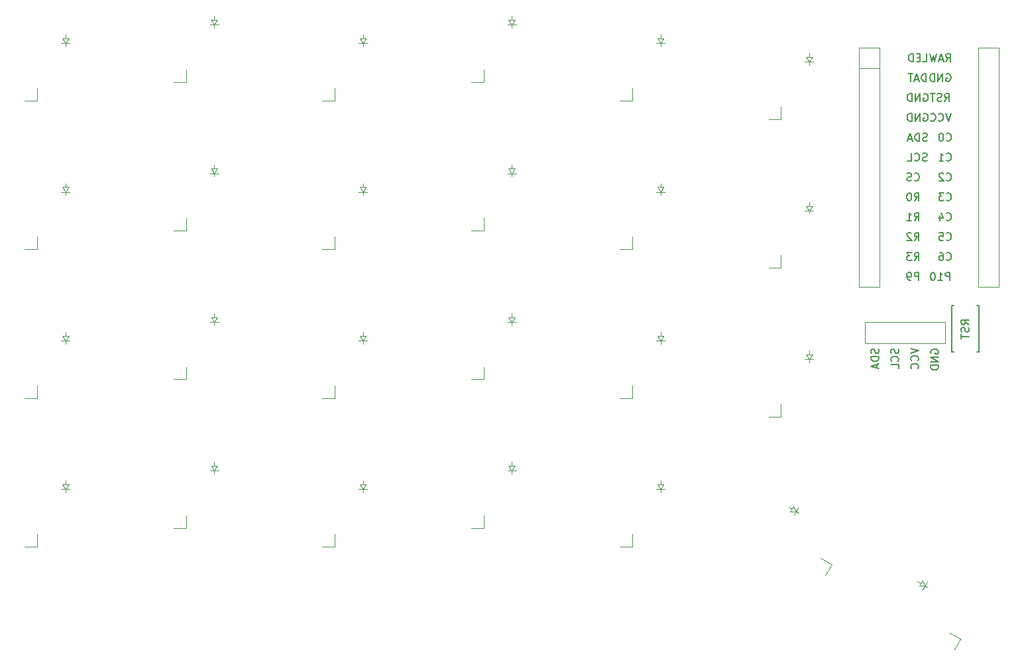
<source format=gbo>
G04 #@! TF.GenerationSoftware,KiCad,Pcbnew,8.0.8+1*
G04 #@! TF.CreationDate,2025-06-17T15:50:22+00:00*
G04 #@! TF.ProjectId,eggada50,65676761-6461-4353-902e-6b696361645f,0.2*
G04 #@! TF.SameCoordinates,Original*
G04 #@! TF.FileFunction,Legend,Bot*
G04 #@! TF.FilePolarity,Positive*
%FSLAX46Y46*%
G04 Gerber Fmt 4.6, Leading zero omitted, Abs format (unit mm)*
G04 Created by KiCad (PCBNEW 8.0.8+1) date 2025-06-17 15:50:22*
%MOMM*%
%LPD*%
G01*
G04 APERTURE LIST*
%ADD10C,0.150000*%
%ADD11C,0.100000*%
%ADD12C,0.120000*%
%ADD13C,2.300000*%
%ADD14C,4.400000*%
%ADD15C,4.200000*%
%ADD16C,2.000000*%
%ADD17C,3.100000*%
%ADD18C,1.800000*%
%ADD19C,0.900000*%
%ADD20O,1.800000X1.800000*%
%ADD21C,1.600000*%
%ADD22O,2.300000X1.700000*%
%ADD23O,3.400000X1.700000*%
G04 APERTURE END LIST*
D10*
X216896857Y-44374819D02*
X217373047Y-44374819D01*
X217373047Y-44374819D02*
X217373047Y-43374819D01*
X216563523Y-43851009D02*
X216230190Y-43851009D01*
X216087333Y-44374819D02*
X216563523Y-44374819D01*
X216563523Y-44374819D02*
X216563523Y-43374819D01*
X216563523Y-43374819D02*
X216087333Y-43374819D01*
X215658761Y-44374819D02*
X215658761Y-43374819D01*
X215658761Y-43374819D02*
X215420666Y-43374819D01*
X215420666Y-43374819D02*
X215277809Y-43422438D01*
X215277809Y-43422438D02*
X215182571Y-43517676D01*
X215182571Y-43517676D02*
X215134952Y-43612914D01*
X215134952Y-43612914D02*
X215087333Y-43803390D01*
X215087333Y-43803390D02*
X215087333Y-43946247D01*
X215087333Y-43946247D02*
X215134952Y-44136723D01*
X215134952Y-44136723D02*
X215182571Y-44231961D01*
X215182571Y-44231961D02*
X215277809Y-44327200D01*
X215277809Y-44327200D02*
X215420666Y-44374819D01*
X215420666Y-44374819D02*
X215658761Y-44374819D01*
X219844476Y-44374819D02*
X220177809Y-43898628D01*
X220415904Y-44374819D02*
X220415904Y-43374819D01*
X220415904Y-43374819D02*
X220034952Y-43374819D01*
X220034952Y-43374819D02*
X219939714Y-43422438D01*
X219939714Y-43422438D02*
X219892095Y-43470057D01*
X219892095Y-43470057D02*
X219844476Y-43565295D01*
X219844476Y-43565295D02*
X219844476Y-43708152D01*
X219844476Y-43708152D02*
X219892095Y-43803390D01*
X219892095Y-43803390D02*
X219939714Y-43851009D01*
X219939714Y-43851009D02*
X220034952Y-43898628D01*
X220034952Y-43898628D02*
X220415904Y-43898628D01*
X219463523Y-44089104D02*
X218987333Y-44089104D01*
X219558761Y-44374819D02*
X219225428Y-43374819D01*
X219225428Y-43374819D02*
X218892095Y-44374819D01*
X218653999Y-43374819D02*
X218415904Y-44374819D01*
X218415904Y-44374819D02*
X218225428Y-43660533D01*
X218225428Y-43660533D02*
X218034952Y-44374819D01*
X218034952Y-44374819D02*
X217796857Y-43374819D01*
X217325428Y-46914819D02*
X217325428Y-45914819D01*
X217325428Y-45914819D02*
X217087333Y-45914819D01*
X217087333Y-45914819D02*
X216944476Y-45962438D01*
X216944476Y-45962438D02*
X216849238Y-46057676D01*
X216849238Y-46057676D02*
X216801619Y-46152914D01*
X216801619Y-46152914D02*
X216754000Y-46343390D01*
X216754000Y-46343390D02*
X216754000Y-46486247D01*
X216754000Y-46486247D02*
X216801619Y-46676723D01*
X216801619Y-46676723D02*
X216849238Y-46771961D01*
X216849238Y-46771961D02*
X216944476Y-46867200D01*
X216944476Y-46867200D02*
X217087333Y-46914819D01*
X217087333Y-46914819D02*
X217325428Y-46914819D01*
X216373047Y-46629104D02*
X215896857Y-46629104D01*
X216468285Y-46914819D02*
X216134952Y-45914819D01*
X216134952Y-45914819D02*
X215801619Y-46914819D01*
X215611142Y-45914819D02*
X215039714Y-45914819D01*
X215325428Y-46914819D02*
X215325428Y-45914819D01*
X219915904Y-45962438D02*
X220011142Y-45914819D01*
X220011142Y-45914819D02*
X220153999Y-45914819D01*
X220153999Y-45914819D02*
X220296856Y-45962438D01*
X220296856Y-45962438D02*
X220392094Y-46057676D01*
X220392094Y-46057676D02*
X220439713Y-46152914D01*
X220439713Y-46152914D02*
X220487332Y-46343390D01*
X220487332Y-46343390D02*
X220487332Y-46486247D01*
X220487332Y-46486247D02*
X220439713Y-46676723D01*
X220439713Y-46676723D02*
X220392094Y-46771961D01*
X220392094Y-46771961D02*
X220296856Y-46867200D01*
X220296856Y-46867200D02*
X220153999Y-46914819D01*
X220153999Y-46914819D02*
X220058761Y-46914819D01*
X220058761Y-46914819D02*
X219915904Y-46867200D01*
X219915904Y-46867200D02*
X219868285Y-46819580D01*
X219868285Y-46819580D02*
X219868285Y-46486247D01*
X219868285Y-46486247D02*
X220058761Y-46486247D01*
X219439713Y-46914819D02*
X219439713Y-45914819D01*
X219439713Y-45914819D02*
X218868285Y-46914819D01*
X218868285Y-46914819D02*
X218868285Y-45914819D01*
X218392094Y-46914819D02*
X218392094Y-45914819D01*
X218392094Y-45914819D02*
X218153999Y-45914819D01*
X218153999Y-45914819D02*
X218011142Y-45962438D01*
X218011142Y-45962438D02*
X217915904Y-46057676D01*
X217915904Y-46057676D02*
X217868285Y-46152914D01*
X217868285Y-46152914D02*
X217820666Y-46343390D01*
X217820666Y-46343390D02*
X217820666Y-46486247D01*
X217820666Y-46486247D02*
X217868285Y-46676723D01*
X217868285Y-46676723D02*
X217915904Y-46771961D01*
X217915904Y-46771961D02*
X218011142Y-46867200D01*
X218011142Y-46867200D02*
X218153999Y-46914819D01*
X218153999Y-46914819D02*
X218392094Y-46914819D01*
X217015904Y-48502438D02*
X217111142Y-48454819D01*
X217111142Y-48454819D02*
X217253999Y-48454819D01*
X217253999Y-48454819D02*
X217396856Y-48502438D01*
X217396856Y-48502438D02*
X217492094Y-48597676D01*
X217492094Y-48597676D02*
X217539713Y-48692914D01*
X217539713Y-48692914D02*
X217587332Y-48883390D01*
X217587332Y-48883390D02*
X217587332Y-49026247D01*
X217587332Y-49026247D02*
X217539713Y-49216723D01*
X217539713Y-49216723D02*
X217492094Y-49311961D01*
X217492094Y-49311961D02*
X217396856Y-49407200D01*
X217396856Y-49407200D02*
X217253999Y-49454819D01*
X217253999Y-49454819D02*
X217158761Y-49454819D01*
X217158761Y-49454819D02*
X217015904Y-49407200D01*
X217015904Y-49407200D02*
X216968285Y-49359580D01*
X216968285Y-49359580D02*
X216968285Y-49026247D01*
X216968285Y-49026247D02*
X217158761Y-49026247D01*
X216539713Y-49454819D02*
X216539713Y-48454819D01*
X216539713Y-48454819D02*
X215968285Y-49454819D01*
X215968285Y-49454819D02*
X215968285Y-48454819D01*
X215492094Y-49454819D02*
X215492094Y-48454819D01*
X215492094Y-48454819D02*
X215253999Y-48454819D01*
X215253999Y-48454819D02*
X215111142Y-48502438D01*
X215111142Y-48502438D02*
X215015904Y-48597676D01*
X215015904Y-48597676D02*
X214968285Y-48692914D01*
X214968285Y-48692914D02*
X214920666Y-48883390D01*
X214920666Y-48883390D02*
X214920666Y-49026247D01*
X214920666Y-49026247D02*
X214968285Y-49216723D01*
X214968285Y-49216723D02*
X215015904Y-49311961D01*
X215015904Y-49311961D02*
X215111142Y-49407200D01*
X215111142Y-49407200D02*
X215253999Y-49454819D01*
X215253999Y-49454819D02*
X215492094Y-49454819D01*
X219701619Y-49454819D02*
X220034952Y-48978628D01*
X220273047Y-49454819D02*
X220273047Y-48454819D01*
X220273047Y-48454819D02*
X219892095Y-48454819D01*
X219892095Y-48454819D02*
X219796857Y-48502438D01*
X219796857Y-48502438D02*
X219749238Y-48550057D01*
X219749238Y-48550057D02*
X219701619Y-48645295D01*
X219701619Y-48645295D02*
X219701619Y-48788152D01*
X219701619Y-48788152D02*
X219749238Y-48883390D01*
X219749238Y-48883390D02*
X219796857Y-48931009D01*
X219796857Y-48931009D02*
X219892095Y-48978628D01*
X219892095Y-48978628D02*
X220273047Y-48978628D01*
X219320666Y-49407200D02*
X219177809Y-49454819D01*
X219177809Y-49454819D02*
X218939714Y-49454819D01*
X218939714Y-49454819D02*
X218844476Y-49407200D01*
X218844476Y-49407200D02*
X218796857Y-49359580D01*
X218796857Y-49359580D02*
X218749238Y-49264342D01*
X218749238Y-49264342D02*
X218749238Y-49169104D01*
X218749238Y-49169104D02*
X218796857Y-49073866D01*
X218796857Y-49073866D02*
X218844476Y-49026247D01*
X218844476Y-49026247D02*
X218939714Y-48978628D01*
X218939714Y-48978628D02*
X219130190Y-48931009D01*
X219130190Y-48931009D02*
X219225428Y-48883390D01*
X219225428Y-48883390D02*
X219273047Y-48835771D01*
X219273047Y-48835771D02*
X219320666Y-48740533D01*
X219320666Y-48740533D02*
X219320666Y-48645295D01*
X219320666Y-48645295D02*
X219273047Y-48550057D01*
X219273047Y-48550057D02*
X219225428Y-48502438D01*
X219225428Y-48502438D02*
X219130190Y-48454819D01*
X219130190Y-48454819D02*
X218892095Y-48454819D01*
X218892095Y-48454819D02*
X218749238Y-48502438D01*
X218463523Y-48454819D02*
X217892095Y-48454819D01*
X218177809Y-49454819D02*
X218177809Y-48454819D01*
X217015904Y-51042438D02*
X217111142Y-50994819D01*
X217111142Y-50994819D02*
X217253999Y-50994819D01*
X217253999Y-50994819D02*
X217396856Y-51042438D01*
X217396856Y-51042438D02*
X217492094Y-51137676D01*
X217492094Y-51137676D02*
X217539713Y-51232914D01*
X217539713Y-51232914D02*
X217587332Y-51423390D01*
X217587332Y-51423390D02*
X217587332Y-51566247D01*
X217587332Y-51566247D02*
X217539713Y-51756723D01*
X217539713Y-51756723D02*
X217492094Y-51851961D01*
X217492094Y-51851961D02*
X217396856Y-51947200D01*
X217396856Y-51947200D02*
X217253999Y-51994819D01*
X217253999Y-51994819D02*
X217158761Y-51994819D01*
X217158761Y-51994819D02*
X217015904Y-51947200D01*
X217015904Y-51947200D02*
X216968285Y-51899580D01*
X216968285Y-51899580D02*
X216968285Y-51566247D01*
X216968285Y-51566247D02*
X217158761Y-51566247D01*
X216539713Y-51994819D02*
X216539713Y-50994819D01*
X216539713Y-50994819D02*
X215968285Y-51994819D01*
X215968285Y-51994819D02*
X215968285Y-50994819D01*
X215492094Y-51994819D02*
X215492094Y-50994819D01*
X215492094Y-50994819D02*
X215253999Y-50994819D01*
X215253999Y-50994819D02*
X215111142Y-51042438D01*
X215111142Y-51042438D02*
X215015904Y-51137676D01*
X215015904Y-51137676D02*
X214968285Y-51232914D01*
X214968285Y-51232914D02*
X214920666Y-51423390D01*
X214920666Y-51423390D02*
X214920666Y-51566247D01*
X214920666Y-51566247D02*
X214968285Y-51756723D01*
X214968285Y-51756723D02*
X215015904Y-51851961D01*
X215015904Y-51851961D02*
X215111142Y-51947200D01*
X215111142Y-51947200D02*
X215253999Y-51994819D01*
X215253999Y-51994819D02*
X215492094Y-51994819D01*
X220487332Y-50994819D02*
X220153999Y-51994819D01*
X220153999Y-51994819D02*
X219820666Y-50994819D01*
X218915904Y-51899580D02*
X218963523Y-51947200D01*
X218963523Y-51947200D02*
X219106380Y-51994819D01*
X219106380Y-51994819D02*
X219201618Y-51994819D01*
X219201618Y-51994819D02*
X219344475Y-51947200D01*
X219344475Y-51947200D02*
X219439713Y-51851961D01*
X219439713Y-51851961D02*
X219487332Y-51756723D01*
X219487332Y-51756723D02*
X219534951Y-51566247D01*
X219534951Y-51566247D02*
X219534951Y-51423390D01*
X219534951Y-51423390D02*
X219487332Y-51232914D01*
X219487332Y-51232914D02*
X219439713Y-51137676D01*
X219439713Y-51137676D02*
X219344475Y-51042438D01*
X219344475Y-51042438D02*
X219201618Y-50994819D01*
X219201618Y-50994819D02*
X219106380Y-50994819D01*
X219106380Y-50994819D02*
X218963523Y-51042438D01*
X218963523Y-51042438D02*
X218915904Y-51090057D01*
X217915904Y-51899580D02*
X217963523Y-51947200D01*
X217963523Y-51947200D02*
X218106380Y-51994819D01*
X218106380Y-51994819D02*
X218201618Y-51994819D01*
X218201618Y-51994819D02*
X218344475Y-51947200D01*
X218344475Y-51947200D02*
X218439713Y-51851961D01*
X218439713Y-51851961D02*
X218487332Y-51756723D01*
X218487332Y-51756723D02*
X218534951Y-51566247D01*
X218534951Y-51566247D02*
X218534951Y-51423390D01*
X218534951Y-51423390D02*
X218487332Y-51232914D01*
X218487332Y-51232914D02*
X218439713Y-51137676D01*
X218439713Y-51137676D02*
X218344475Y-51042438D01*
X218344475Y-51042438D02*
X218201618Y-50994819D01*
X218201618Y-50994819D02*
X218106380Y-50994819D01*
X218106380Y-50994819D02*
X217963523Y-51042438D01*
X217963523Y-51042438D02*
X217915904Y-51090057D01*
X217468285Y-54487200D02*
X217325428Y-54534819D01*
X217325428Y-54534819D02*
X217087333Y-54534819D01*
X217087333Y-54534819D02*
X216992095Y-54487200D01*
X216992095Y-54487200D02*
X216944476Y-54439580D01*
X216944476Y-54439580D02*
X216896857Y-54344342D01*
X216896857Y-54344342D02*
X216896857Y-54249104D01*
X216896857Y-54249104D02*
X216944476Y-54153866D01*
X216944476Y-54153866D02*
X216992095Y-54106247D01*
X216992095Y-54106247D02*
X217087333Y-54058628D01*
X217087333Y-54058628D02*
X217277809Y-54011009D01*
X217277809Y-54011009D02*
X217373047Y-53963390D01*
X217373047Y-53963390D02*
X217420666Y-53915771D01*
X217420666Y-53915771D02*
X217468285Y-53820533D01*
X217468285Y-53820533D02*
X217468285Y-53725295D01*
X217468285Y-53725295D02*
X217420666Y-53630057D01*
X217420666Y-53630057D02*
X217373047Y-53582438D01*
X217373047Y-53582438D02*
X217277809Y-53534819D01*
X217277809Y-53534819D02*
X217039714Y-53534819D01*
X217039714Y-53534819D02*
X216896857Y-53582438D01*
X216468285Y-54534819D02*
X216468285Y-53534819D01*
X216468285Y-53534819D02*
X216230190Y-53534819D01*
X216230190Y-53534819D02*
X216087333Y-53582438D01*
X216087333Y-53582438D02*
X215992095Y-53677676D01*
X215992095Y-53677676D02*
X215944476Y-53772914D01*
X215944476Y-53772914D02*
X215896857Y-53963390D01*
X215896857Y-53963390D02*
X215896857Y-54106247D01*
X215896857Y-54106247D02*
X215944476Y-54296723D01*
X215944476Y-54296723D02*
X215992095Y-54391961D01*
X215992095Y-54391961D02*
X216087333Y-54487200D01*
X216087333Y-54487200D02*
X216230190Y-54534819D01*
X216230190Y-54534819D02*
X216468285Y-54534819D01*
X215515904Y-54249104D02*
X215039714Y-54249104D01*
X215611142Y-54534819D02*
X215277809Y-53534819D01*
X215277809Y-53534819D02*
X214944476Y-54534819D01*
X219910666Y-54439580D02*
X219958285Y-54487200D01*
X219958285Y-54487200D02*
X220101142Y-54534819D01*
X220101142Y-54534819D02*
X220196380Y-54534819D01*
X220196380Y-54534819D02*
X220339237Y-54487200D01*
X220339237Y-54487200D02*
X220434475Y-54391961D01*
X220434475Y-54391961D02*
X220482094Y-54296723D01*
X220482094Y-54296723D02*
X220529713Y-54106247D01*
X220529713Y-54106247D02*
X220529713Y-53963390D01*
X220529713Y-53963390D02*
X220482094Y-53772914D01*
X220482094Y-53772914D02*
X220434475Y-53677676D01*
X220434475Y-53677676D02*
X220339237Y-53582438D01*
X220339237Y-53582438D02*
X220196380Y-53534819D01*
X220196380Y-53534819D02*
X220101142Y-53534819D01*
X220101142Y-53534819D02*
X219958285Y-53582438D01*
X219958285Y-53582438D02*
X219910666Y-53630057D01*
X219291618Y-53534819D02*
X219196380Y-53534819D01*
X219196380Y-53534819D02*
X219101142Y-53582438D01*
X219101142Y-53582438D02*
X219053523Y-53630057D01*
X219053523Y-53630057D02*
X219005904Y-53725295D01*
X219005904Y-53725295D02*
X218958285Y-53915771D01*
X218958285Y-53915771D02*
X218958285Y-54153866D01*
X218958285Y-54153866D02*
X219005904Y-54344342D01*
X219005904Y-54344342D02*
X219053523Y-54439580D01*
X219053523Y-54439580D02*
X219101142Y-54487200D01*
X219101142Y-54487200D02*
X219196380Y-54534819D01*
X219196380Y-54534819D02*
X219291618Y-54534819D01*
X219291618Y-54534819D02*
X219386856Y-54487200D01*
X219386856Y-54487200D02*
X219434475Y-54439580D01*
X219434475Y-54439580D02*
X219482094Y-54344342D01*
X219482094Y-54344342D02*
X219529713Y-54153866D01*
X219529713Y-54153866D02*
X219529713Y-53915771D01*
X219529713Y-53915771D02*
X219482094Y-53725295D01*
X219482094Y-53725295D02*
X219434475Y-53630057D01*
X219434475Y-53630057D02*
X219386856Y-53582438D01*
X219386856Y-53582438D02*
X219291618Y-53534819D01*
X217444475Y-57027200D02*
X217301618Y-57074819D01*
X217301618Y-57074819D02*
X217063523Y-57074819D01*
X217063523Y-57074819D02*
X216968285Y-57027200D01*
X216968285Y-57027200D02*
X216920666Y-56979580D01*
X216920666Y-56979580D02*
X216873047Y-56884342D01*
X216873047Y-56884342D02*
X216873047Y-56789104D01*
X216873047Y-56789104D02*
X216920666Y-56693866D01*
X216920666Y-56693866D02*
X216968285Y-56646247D01*
X216968285Y-56646247D02*
X217063523Y-56598628D01*
X217063523Y-56598628D02*
X217253999Y-56551009D01*
X217253999Y-56551009D02*
X217349237Y-56503390D01*
X217349237Y-56503390D02*
X217396856Y-56455771D01*
X217396856Y-56455771D02*
X217444475Y-56360533D01*
X217444475Y-56360533D02*
X217444475Y-56265295D01*
X217444475Y-56265295D02*
X217396856Y-56170057D01*
X217396856Y-56170057D02*
X217349237Y-56122438D01*
X217349237Y-56122438D02*
X217253999Y-56074819D01*
X217253999Y-56074819D02*
X217015904Y-56074819D01*
X217015904Y-56074819D02*
X216873047Y-56122438D01*
X215873047Y-56979580D02*
X215920666Y-57027200D01*
X215920666Y-57027200D02*
X216063523Y-57074819D01*
X216063523Y-57074819D02*
X216158761Y-57074819D01*
X216158761Y-57074819D02*
X216301618Y-57027200D01*
X216301618Y-57027200D02*
X216396856Y-56931961D01*
X216396856Y-56931961D02*
X216444475Y-56836723D01*
X216444475Y-56836723D02*
X216492094Y-56646247D01*
X216492094Y-56646247D02*
X216492094Y-56503390D01*
X216492094Y-56503390D02*
X216444475Y-56312914D01*
X216444475Y-56312914D02*
X216396856Y-56217676D01*
X216396856Y-56217676D02*
X216301618Y-56122438D01*
X216301618Y-56122438D02*
X216158761Y-56074819D01*
X216158761Y-56074819D02*
X216063523Y-56074819D01*
X216063523Y-56074819D02*
X215920666Y-56122438D01*
X215920666Y-56122438D02*
X215873047Y-56170057D01*
X214968285Y-57074819D02*
X215444475Y-57074819D01*
X215444475Y-57074819D02*
X215444475Y-56074819D01*
X219910666Y-56979580D02*
X219958285Y-57027200D01*
X219958285Y-57027200D02*
X220101142Y-57074819D01*
X220101142Y-57074819D02*
X220196380Y-57074819D01*
X220196380Y-57074819D02*
X220339237Y-57027200D01*
X220339237Y-57027200D02*
X220434475Y-56931961D01*
X220434475Y-56931961D02*
X220482094Y-56836723D01*
X220482094Y-56836723D02*
X220529713Y-56646247D01*
X220529713Y-56646247D02*
X220529713Y-56503390D01*
X220529713Y-56503390D02*
X220482094Y-56312914D01*
X220482094Y-56312914D02*
X220434475Y-56217676D01*
X220434475Y-56217676D02*
X220339237Y-56122438D01*
X220339237Y-56122438D02*
X220196380Y-56074819D01*
X220196380Y-56074819D02*
X220101142Y-56074819D01*
X220101142Y-56074819D02*
X219958285Y-56122438D01*
X219958285Y-56122438D02*
X219910666Y-56170057D01*
X218958285Y-57074819D02*
X219529713Y-57074819D01*
X219243999Y-57074819D02*
X219243999Y-56074819D01*
X219243999Y-56074819D02*
X219339237Y-56217676D01*
X219339237Y-56217676D02*
X219434475Y-56312914D01*
X219434475Y-56312914D02*
X219529713Y-56360533D01*
X215830666Y-59519580D02*
X215878285Y-59567200D01*
X215878285Y-59567200D02*
X216021142Y-59614819D01*
X216021142Y-59614819D02*
X216116380Y-59614819D01*
X216116380Y-59614819D02*
X216259237Y-59567200D01*
X216259237Y-59567200D02*
X216354475Y-59471961D01*
X216354475Y-59471961D02*
X216402094Y-59376723D01*
X216402094Y-59376723D02*
X216449713Y-59186247D01*
X216449713Y-59186247D02*
X216449713Y-59043390D01*
X216449713Y-59043390D02*
X216402094Y-58852914D01*
X216402094Y-58852914D02*
X216354475Y-58757676D01*
X216354475Y-58757676D02*
X216259237Y-58662438D01*
X216259237Y-58662438D02*
X216116380Y-58614819D01*
X216116380Y-58614819D02*
X216021142Y-58614819D01*
X216021142Y-58614819D02*
X215878285Y-58662438D01*
X215878285Y-58662438D02*
X215830666Y-58710057D01*
X215449713Y-59567200D02*
X215306856Y-59614819D01*
X215306856Y-59614819D02*
X215068761Y-59614819D01*
X215068761Y-59614819D02*
X214973523Y-59567200D01*
X214973523Y-59567200D02*
X214925904Y-59519580D01*
X214925904Y-59519580D02*
X214878285Y-59424342D01*
X214878285Y-59424342D02*
X214878285Y-59329104D01*
X214878285Y-59329104D02*
X214925904Y-59233866D01*
X214925904Y-59233866D02*
X214973523Y-59186247D01*
X214973523Y-59186247D02*
X215068761Y-59138628D01*
X215068761Y-59138628D02*
X215259237Y-59091009D01*
X215259237Y-59091009D02*
X215354475Y-59043390D01*
X215354475Y-59043390D02*
X215402094Y-58995771D01*
X215402094Y-58995771D02*
X215449713Y-58900533D01*
X215449713Y-58900533D02*
X215449713Y-58805295D01*
X215449713Y-58805295D02*
X215402094Y-58710057D01*
X215402094Y-58710057D02*
X215354475Y-58662438D01*
X215354475Y-58662438D02*
X215259237Y-58614819D01*
X215259237Y-58614819D02*
X215021142Y-58614819D01*
X215021142Y-58614819D02*
X214878285Y-58662438D01*
X219910666Y-59519580D02*
X219958285Y-59567200D01*
X219958285Y-59567200D02*
X220101142Y-59614819D01*
X220101142Y-59614819D02*
X220196380Y-59614819D01*
X220196380Y-59614819D02*
X220339237Y-59567200D01*
X220339237Y-59567200D02*
X220434475Y-59471961D01*
X220434475Y-59471961D02*
X220482094Y-59376723D01*
X220482094Y-59376723D02*
X220529713Y-59186247D01*
X220529713Y-59186247D02*
X220529713Y-59043390D01*
X220529713Y-59043390D02*
X220482094Y-58852914D01*
X220482094Y-58852914D02*
X220434475Y-58757676D01*
X220434475Y-58757676D02*
X220339237Y-58662438D01*
X220339237Y-58662438D02*
X220196380Y-58614819D01*
X220196380Y-58614819D02*
X220101142Y-58614819D01*
X220101142Y-58614819D02*
X219958285Y-58662438D01*
X219958285Y-58662438D02*
X219910666Y-58710057D01*
X219529713Y-58710057D02*
X219482094Y-58662438D01*
X219482094Y-58662438D02*
X219386856Y-58614819D01*
X219386856Y-58614819D02*
X219148761Y-58614819D01*
X219148761Y-58614819D02*
X219053523Y-58662438D01*
X219053523Y-58662438D02*
X219005904Y-58710057D01*
X219005904Y-58710057D02*
X218958285Y-58805295D01*
X218958285Y-58805295D02*
X218958285Y-58900533D01*
X218958285Y-58900533D02*
X219005904Y-59043390D01*
X219005904Y-59043390D02*
X219577332Y-59614819D01*
X219577332Y-59614819D02*
X218958285Y-59614819D01*
X215830666Y-62154819D02*
X216163999Y-61678628D01*
X216402094Y-62154819D02*
X216402094Y-61154819D01*
X216402094Y-61154819D02*
X216021142Y-61154819D01*
X216021142Y-61154819D02*
X215925904Y-61202438D01*
X215925904Y-61202438D02*
X215878285Y-61250057D01*
X215878285Y-61250057D02*
X215830666Y-61345295D01*
X215830666Y-61345295D02*
X215830666Y-61488152D01*
X215830666Y-61488152D02*
X215878285Y-61583390D01*
X215878285Y-61583390D02*
X215925904Y-61631009D01*
X215925904Y-61631009D02*
X216021142Y-61678628D01*
X216021142Y-61678628D02*
X216402094Y-61678628D01*
X215211618Y-61154819D02*
X215116380Y-61154819D01*
X215116380Y-61154819D02*
X215021142Y-61202438D01*
X215021142Y-61202438D02*
X214973523Y-61250057D01*
X214973523Y-61250057D02*
X214925904Y-61345295D01*
X214925904Y-61345295D02*
X214878285Y-61535771D01*
X214878285Y-61535771D02*
X214878285Y-61773866D01*
X214878285Y-61773866D02*
X214925904Y-61964342D01*
X214925904Y-61964342D02*
X214973523Y-62059580D01*
X214973523Y-62059580D02*
X215021142Y-62107200D01*
X215021142Y-62107200D02*
X215116380Y-62154819D01*
X215116380Y-62154819D02*
X215211618Y-62154819D01*
X215211618Y-62154819D02*
X215306856Y-62107200D01*
X215306856Y-62107200D02*
X215354475Y-62059580D01*
X215354475Y-62059580D02*
X215402094Y-61964342D01*
X215402094Y-61964342D02*
X215449713Y-61773866D01*
X215449713Y-61773866D02*
X215449713Y-61535771D01*
X215449713Y-61535771D02*
X215402094Y-61345295D01*
X215402094Y-61345295D02*
X215354475Y-61250057D01*
X215354475Y-61250057D02*
X215306856Y-61202438D01*
X215306856Y-61202438D02*
X215211618Y-61154819D01*
X219910666Y-62059580D02*
X219958285Y-62107200D01*
X219958285Y-62107200D02*
X220101142Y-62154819D01*
X220101142Y-62154819D02*
X220196380Y-62154819D01*
X220196380Y-62154819D02*
X220339237Y-62107200D01*
X220339237Y-62107200D02*
X220434475Y-62011961D01*
X220434475Y-62011961D02*
X220482094Y-61916723D01*
X220482094Y-61916723D02*
X220529713Y-61726247D01*
X220529713Y-61726247D02*
X220529713Y-61583390D01*
X220529713Y-61583390D02*
X220482094Y-61392914D01*
X220482094Y-61392914D02*
X220434475Y-61297676D01*
X220434475Y-61297676D02*
X220339237Y-61202438D01*
X220339237Y-61202438D02*
X220196380Y-61154819D01*
X220196380Y-61154819D02*
X220101142Y-61154819D01*
X220101142Y-61154819D02*
X219958285Y-61202438D01*
X219958285Y-61202438D02*
X219910666Y-61250057D01*
X219577332Y-61154819D02*
X218958285Y-61154819D01*
X218958285Y-61154819D02*
X219291618Y-61535771D01*
X219291618Y-61535771D02*
X219148761Y-61535771D01*
X219148761Y-61535771D02*
X219053523Y-61583390D01*
X219053523Y-61583390D02*
X219005904Y-61631009D01*
X219005904Y-61631009D02*
X218958285Y-61726247D01*
X218958285Y-61726247D02*
X218958285Y-61964342D01*
X218958285Y-61964342D02*
X219005904Y-62059580D01*
X219005904Y-62059580D02*
X219053523Y-62107200D01*
X219053523Y-62107200D02*
X219148761Y-62154819D01*
X219148761Y-62154819D02*
X219434475Y-62154819D01*
X219434475Y-62154819D02*
X219529713Y-62107200D01*
X219529713Y-62107200D02*
X219577332Y-62059580D01*
X215830666Y-64694819D02*
X216163999Y-64218628D01*
X216402094Y-64694819D02*
X216402094Y-63694819D01*
X216402094Y-63694819D02*
X216021142Y-63694819D01*
X216021142Y-63694819D02*
X215925904Y-63742438D01*
X215925904Y-63742438D02*
X215878285Y-63790057D01*
X215878285Y-63790057D02*
X215830666Y-63885295D01*
X215830666Y-63885295D02*
X215830666Y-64028152D01*
X215830666Y-64028152D02*
X215878285Y-64123390D01*
X215878285Y-64123390D02*
X215925904Y-64171009D01*
X215925904Y-64171009D02*
X216021142Y-64218628D01*
X216021142Y-64218628D02*
X216402094Y-64218628D01*
X214878285Y-64694819D02*
X215449713Y-64694819D01*
X215163999Y-64694819D02*
X215163999Y-63694819D01*
X215163999Y-63694819D02*
X215259237Y-63837676D01*
X215259237Y-63837676D02*
X215354475Y-63932914D01*
X215354475Y-63932914D02*
X215449713Y-63980533D01*
X219910666Y-64599580D02*
X219958285Y-64647200D01*
X219958285Y-64647200D02*
X220101142Y-64694819D01*
X220101142Y-64694819D02*
X220196380Y-64694819D01*
X220196380Y-64694819D02*
X220339237Y-64647200D01*
X220339237Y-64647200D02*
X220434475Y-64551961D01*
X220434475Y-64551961D02*
X220482094Y-64456723D01*
X220482094Y-64456723D02*
X220529713Y-64266247D01*
X220529713Y-64266247D02*
X220529713Y-64123390D01*
X220529713Y-64123390D02*
X220482094Y-63932914D01*
X220482094Y-63932914D02*
X220434475Y-63837676D01*
X220434475Y-63837676D02*
X220339237Y-63742438D01*
X220339237Y-63742438D02*
X220196380Y-63694819D01*
X220196380Y-63694819D02*
X220101142Y-63694819D01*
X220101142Y-63694819D02*
X219958285Y-63742438D01*
X219958285Y-63742438D02*
X219910666Y-63790057D01*
X219053523Y-64028152D02*
X219053523Y-64694819D01*
X219291618Y-63647200D02*
X219529713Y-64361485D01*
X219529713Y-64361485D02*
X218910666Y-64361485D01*
X215830666Y-67234819D02*
X216163999Y-66758628D01*
X216402094Y-67234819D02*
X216402094Y-66234819D01*
X216402094Y-66234819D02*
X216021142Y-66234819D01*
X216021142Y-66234819D02*
X215925904Y-66282438D01*
X215925904Y-66282438D02*
X215878285Y-66330057D01*
X215878285Y-66330057D02*
X215830666Y-66425295D01*
X215830666Y-66425295D02*
X215830666Y-66568152D01*
X215830666Y-66568152D02*
X215878285Y-66663390D01*
X215878285Y-66663390D02*
X215925904Y-66711009D01*
X215925904Y-66711009D02*
X216021142Y-66758628D01*
X216021142Y-66758628D02*
X216402094Y-66758628D01*
X215449713Y-66330057D02*
X215402094Y-66282438D01*
X215402094Y-66282438D02*
X215306856Y-66234819D01*
X215306856Y-66234819D02*
X215068761Y-66234819D01*
X215068761Y-66234819D02*
X214973523Y-66282438D01*
X214973523Y-66282438D02*
X214925904Y-66330057D01*
X214925904Y-66330057D02*
X214878285Y-66425295D01*
X214878285Y-66425295D02*
X214878285Y-66520533D01*
X214878285Y-66520533D02*
X214925904Y-66663390D01*
X214925904Y-66663390D02*
X215497332Y-67234819D01*
X215497332Y-67234819D02*
X214878285Y-67234819D01*
X219910666Y-67139580D02*
X219958285Y-67187200D01*
X219958285Y-67187200D02*
X220101142Y-67234819D01*
X220101142Y-67234819D02*
X220196380Y-67234819D01*
X220196380Y-67234819D02*
X220339237Y-67187200D01*
X220339237Y-67187200D02*
X220434475Y-67091961D01*
X220434475Y-67091961D02*
X220482094Y-66996723D01*
X220482094Y-66996723D02*
X220529713Y-66806247D01*
X220529713Y-66806247D02*
X220529713Y-66663390D01*
X220529713Y-66663390D02*
X220482094Y-66472914D01*
X220482094Y-66472914D02*
X220434475Y-66377676D01*
X220434475Y-66377676D02*
X220339237Y-66282438D01*
X220339237Y-66282438D02*
X220196380Y-66234819D01*
X220196380Y-66234819D02*
X220101142Y-66234819D01*
X220101142Y-66234819D02*
X219958285Y-66282438D01*
X219958285Y-66282438D02*
X219910666Y-66330057D01*
X219005904Y-66234819D02*
X219482094Y-66234819D01*
X219482094Y-66234819D02*
X219529713Y-66711009D01*
X219529713Y-66711009D02*
X219482094Y-66663390D01*
X219482094Y-66663390D02*
X219386856Y-66615771D01*
X219386856Y-66615771D02*
X219148761Y-66615771D01*
X219148761Y-66615771D02*
X219053523Y-66663390D01*
X219053523Y-66663390D02*
X219005904Y-66711009D01*
X219005904Y-66711009D02*
X218958285Y-66806247D01*
X218958285Y-66806247D02*
X218958285Y-67044342D01*
X218958285Y-67044342D02*
X219005904Y-67139580D01*
X219005904Y-67139580D02*
X219053523Y-67187200D01*
X219053523Y-67187200D02*
X219148761Y-67234819D01*
X219148761Y-67234819D02*
X219386856Y-67234819D01*
X219386856Y-67234819D02*
X219482094Y-67187200D01*
X219482094Y-67187200D02*
X219529713Y-67139580D01*
X215830666Y-69774819D02*
X216163999Y-69298628D01*
X216402094Y-69774819D02*
X216402094Y-68774819D01*
X216402094Y-68774819D02*
X216021142Y-68774819D01*
X216021142Y-68774819D02*
X215925904Y-68822438D01*
X215925904Y-68822438D02*
X215878285Y-68870057D01*
X215878285Y-68870057D02*
X215830666Y-68965295D01*
X215830666Y-68965295D02*
X215830666Y-69108152D01*
X215830666Y-69108152D02*
X215878285Y-69203390D01*
X215878285Y-69203390D02*
X215925904Y-69251009D01*
X215925904Y-69251009D02*
X216021142Y-69298628D01*
X216021142Y-69298628D02*
X216402094Y-69298628D01*
X215497332Y-68774819D02*
X214878285Y-68774819D01*
X214878285Y-68774819D02*
X215211618Y-69155771D01*
X215211618Y-69155771D02*
X215068761Y-69155771D01*
X215068761Y-69155771D02*
X214973523Y-69203390D01*
X214973523Y-69203390D02*
X214925904Y-69251009D01*
X214925904Y-69251009D02*
X214878285Y-69346247D01*
X214878285Y-69346247D02*
X214878285Y-69584342D01*
X214878285Y-69584342D02*
X214925904Y-69679580D01*
X214925904Y-69679580D02*
X214973523Y-69727200D01*
X214973523Y-69727200D02*
X215068761Y-69774819D01*
X215068761Y-69774819D02*
X215354475Y-69774819D01*
X215354475Y-69774819D02*
X215449713Y-69727200D01*
X215449713Y-69727200D02*
X215497332Y-69679580D01*
X219910666Y-69679580D02*
X219958285Y-69727200D01*
X219958285Y-69727200D02*
X220101142Y-69774819D01*
X220101142Y-69774819D02*
X220196380Y-69774819D01*
X220196380Y-69774819D02*
X220339237Y-69727200D01*
X220339237Y-69727200D02*
X220434475Y-69631961D01*
X220434475Y-69631961D02*
X220482094Y-69536723D01*
X220482094Y-69536723D02*
X220529713Y-69346247D01*
X220529713Y-69346247D02*
X220529713Y-69203390D01*
X220529713Y-69203390D02*
X220482094Y-69012914D01*
X220482094Y-69012914D02*
X220434475Y-68917676D01*
X220434475Y-68917676D02*
X220339237Y-68822438D01*
X220339237Y-68822438D02*
X220196380Y-68774819D01*
X220196380Y-68774819D02*
X220101142Y-68774819D01*
X220101142Y-68774819D02*
X219958285Y-68822438D01*
X219958285Y-68822438D02*
X219910666Y-68870057D01*
X219053523Y-68774819D02*
X219243999Y-68774819D01*
X219243999Y-68774819D02*
X219339237Y-68822438D01*
X219339237Y-68822438D02*
X219386856Y-68870057D01*
X219386856Y-68870057D02*
X219482094Y-69012914D01*
X219482094Y-69012914D02*
X219529713Y-69203390D01*
X219529713Y-69203390D02*
X219529713Y-69584342D01*
X219529713Y-69584342D02*
X219482094Y-69679580D01*
X219482094Y-69679580D02*
X219434475Y-69727200D01*
X219434475Y-69727200D02*
X219339237Y-69774819D01*
X219339237Y-69774819D02*
X219148761Y-69774819D01*
X219148761Y-69774819D02*
X219053523Y-69727200D01*
X219053523Y-69727200D02*
X219005904Y-69679580D01*
X219005904Y-69679580D02*
X218958285Y-69584342D01*
X218958285Y-69584342D02*
X218958285Y-69346247D01*
X218958285Y-69346247D02*
X219005904Y-69251009D01*
X219005904Y-69251009D02*
X219053523Y-69203390D01*
X219053523Y-69203390D02*
X219148761Y-69155771D01*
X219148761Y-69155771D02*
X219339237Y-69155771D01*
X219339237Y-69155771D02*
X219434475Y-69203390D01*
X219434475Y-69203390D02*
X219482094Y-69251009D01*
X219482094Y-69251009D02*
X219529713Y-69346247D01*
X216402094Y-72314819D02*
X216402094Y-71314819D01*
X216402094Y-71314819D02*
X216021142Y-71314819D01*
X216021142Y-71314819D02*
X215925904Y-71362438D01*
X215925904Y-71362438D02*
X215878285Y-71410057D01*
X215878285Y-71410057D02*
X215830666Y-71505295D01*
X215830666Y-71505295D02*
X215830666Y-71648152D01*
X215830666Y-71648152D02*
X215878285Y-71743390D01*
X215878285Y-71743390D02*
X215925904Y-71791009D01*
X215925904Y-71791009D02*
X216021142Y-71838628D01*
X216021142Y-71838628D02*
X216402094Y-71838628D01*
X215354475Y-72314819D02*
X215163999Y-72314819D01*
X215163999Y-72314819D02*
X215068761Y-72267200D01*
X215068761Y-72267200D02*
X215021142Y-72219580D01*
X215021142Y-72219580D02*
X214925904Y-72076723D01*
X214925904Y-72076723D02*
X214878285Y-71886247D01*
X214878285Y-71886247D02*
X214878285Y-71505295D01*
X214878285Y-71505295D02*
X214925904Y-71410057D01*
X214925904Y-71410057D02*
X214973523Y-71362438D01*
X214973523Y-71362438D02*
X215068761Y-71314819D01*
X215068761Y-71314819D02*
X215259237Y-71314819D01*
X215259237Y-71314819D02*
X215354475Y-71362438D01*
X215354475Y-71362438D02*
X215402094Y-71410057D01*
X215402094Y-71410057D02*
X215449713Y-71505295D01*
X215449713Y-71505295D02*
X215449713Y-71743390D01*
X215449713Y-71743390D02*
X215402094Y-71838628D01*
X215402094Y-71838628D02*
X215354475Y-71886247D01*
X215354475Y-71886247D02*
X215259237Y-71933866D01*
X215259237Y-71933866D02*
X215068761Y-71933866D01*
X215068761Y-71933866D02*
X214973523Y-71886247D01*
X214973523Y-71886247D02*
X214925904Y-71838628D01*
X214925904Y-71838628D02*
X214878285Y-71743390D01*
X220368285Y-72314819D02*
X220368285Y-71314819D01*
X220368285Y-71314819D02*
X219987333Y-71314819D01*
X219987333Y-71314819D02*
X219892095Y-71362438D01*
X219892095Y-71362438D02*
X219844476Y-71410057D01*
X219844476Y-71410057D02*
X219796857Y-71505295D01*
X219796857Y-71505295D02*
X219796857Y-71648152D01*
X219796857Y-71648152D02*
X219844476Y-71743390D01*
X219844476Y-71743390D02*
X219892095Y-71791009D01*
X219892095Y-71791009D02*
X219987333Y-71838628D01*
X219987333Y-71838628D02*
X220368285Y-71838628D01*
X218844476Y-72314819D02*
X219415904Y-72314819D01*
X219130190Y-72314819D02*
X219130190Y-71314819D01*
X219130190Y-71314819D02*
X219225428Y-71457676D01*
X219225428Y-71457676D02*
X219320666Y-71552914D01*
X219320666Y-71552914D02*
X219415904Y-71600533D01*
X218225428Y-71314819D02*
X218130190Y-71314819D01*
X218130190Y-71314819D02*
X218034952Y-71362438D01*
X218034952Y-71362438D02*
X217987333Y-71410057D01*
X217987333Y-71410057D02*
X217939714Y-71505295D01*
X217939714Y-71505295D02*
X217892095Y-71695771D01*
X217892095Y-71695771D02*
X217892095Y-71933866D01*
X217892095Y-71933866D02*
X217939714Y-72124342D01*
X217939714Y-72124342D02*
X217987333Y-72219580D01*
X217987333Y-72219580D02*
X218034952Y-72267200D01*
X218034952Y-72267200D02*
X218130190Y-72314819D01*
X218130190Y-72314819D02*
X218225428Y-72314819D01*
X218225428Y-72314819D02*
X218320666Y-72267200D01*
X218320666Y-72267200D02*
X218368285Y-72219580D01*
X218368285Y-72219580D02*
X218415904Y-72124342D01*
X218415904Y-72124342D02*
X218463523Y-71933866D01*
X218463523Y-71933866D02*
X218463523Y-71695771D01*
X218463523Y-71695771D02*
X218415904Y-71505295D01*
X218415904Y-71505295D02*
X218368285Y-71410057D01*
X218368285Y-71410057D02*
X218320666Y-71362438D01*
X218320666Y-71362438D02*
X218225428Y-71314819D01*
X217959438Y-81668588D02*
X217911819Y-81573350D01*
X217911819Y-81573350D02*
X217911819Y-81430493D01*
X217911819Y-81430493D02*
X217959438Y-81287636D01*
X217959438Y-81287636D02*
X218054676Y-81192398D01*
X218054676Y-81192398D02*
X218149914Y-81144779D01*
X218149914Y-81144779D02*
X218340390Y-81097160D01*
X218340390Y-81097160D02*
X218483247Y-81097160D01*
X218483247Y-81097160D02*
X218673723Y-81144779D01*
X218673723Y-81144779D02*
X218768961Y-81192398D01*
X218768961Y-81192398D02*
X218864200Y-81287636D01*
X218864200Y-81287636D02*
X218911819Y-81430493D01*
X218911819Y-81430493D02*
X218911819Y-81525731D01*
X218911819Y-81525731D02*
X218864200Y-81668588D01*
X218864200Y-81668588D02*
X218816580Y-81716207D01*
X218816580Y-81716207D02*
X218483247Y-81716207D01*
X218483247Y-81716207D02*
X218483247Y-81525731D01*
X218911819Y-82144779D02*
X217911819Y-82144779D01*
X217911819Y-82144779D02*
X218911819Y-82716207D01*
X218911819Y-82716207D02*
X217911819Y-82716207D01*
X218911819Y-83192398D02*
X217911819Y-83192398D01*
X217911819Y-83192398D02*
X217911819Y-83430493D01*
X217911819Y-83430493D02*
X217959438Y-83573350D01*
X217959438Y-83573350D02*
X218054676Y-83668588D01*
X218054676Y-83668588D02*
X218149914Y-83716207D01*
X218149914Y-83716207D02*
X218340390Y-83763826D01*
X218340390Y-83763826D02*
X218483247Y-83763826D01*
X218483247Y-83763826D02*
X218673723Y-83716207D01*
X218673723Y-83716207D02*
X218768961Y-83668588D01*
X218768961Y-83668588D02*
X218864200Y-83573350D01*
X218864200Y-83573350D02*
X218911819Y-83430493D01*
X218911819Y-83430493D02*
X218911819Y-83192398D01*
X215371819Y-81001922D02*
X216371819Y-81335255D01*
X216371819Y-81335255D02*
X215371819Y-81668588D01*
X216276580Y-82573350D02*
X216324200Y-82525731D01*
X216324200Y-82525731D02*
X216371819Y-82382874D01*
X216371819Y-82382874D02*
X216371819Y-82287636D01*
X216371819Y-82287636D02*
X216324200Y-82144779D01*
X216324200Y-82144779D02*
X216228961Y-82049541D01*
X216228961Y-82049541D02*
X216133723Y-82001922D01*
X216133723Y-82001922D02*
X215943247Y-81954303D01*
X215943247Y-81954303D02*
X215800390Y-81954303D01*
X215800390Y-81954303D02*
X215609914Y-82001922D01*
X215609914Y-82001922D02*
X215514676Y-82049541D01*
X215514676Y-82049541D02*
X215419438Y-82144779D01*
X215419438Y-82144779D02*
X215371819Y-82287636D01*
X215371819Y-82287636D02*
X215371819Y-82382874D01*
X215371819Y-82382874D02*
X215419438Y-82525731D01*
X215419438Y-82525731D02*
X215467057Y-82573350D01*
X216276580Y-83573350D02*
X216324200Y-83525731D01*
X216324200Y-83525731D02*
X216371819Y-83382874D01*
X216371819Y-83382874D02*
X216371819Y-83287636D01*
X216371819Y-83287636D02*
X216324200Y-83144779D01*
X216324200Y-83144779D02*
X216228961Y-83049541D01*
X216228961Y-83049541D02*
X216133723Y-83001922D01*
X216133723Y-83001922D02*
X215943247Y-82954303D01*
X215943247Y-82954303D02*
X215800390Y-82954303D01*
X215800390Y-82954303D02*
X215609914Y-83001922D01*
X215609914Y-83001922D02*
X215514676Y-83049541D01*
X215514676Y-83049541D02*
X215419438Y-83144779D01*
X215419438Y-83144779D02*
X215371819Y-83287636D01*
X215371819Y-83287636D02*
X215371819Y-83382874D01*
X215371819Y-83382874D02*
X215419438Y-83525731D01*
X215419438Y-83525731D02*
X215467057Y-83573350D01*
X213784200Y-81097160D02*
X213831819Y-81240017D01*
X213831819Y-81240017D02*
X213831819Y-81478112D01*
X213831819Y-81478112D02*
X213784200Y-81573350D01*
X213784200Y-81573350D02*
X213736580Y-81620969D01*
X213736580Y-81620969D02*
X213641342Y-81668588D01*
X213641342Y-81668588D02*
X213546104Y-81668588D01*
X213546104Y-81668588D02*
X213450866Y-81620969D01*
X213450866Y-81620969D02*
X213403247Y-81573350D01*
X213403247Y-81573350D02*
X213355628Y-81478112D01*
X213355628Y-81478112D02*
X213308009Y-81287636D01*
X213308009Y-81287636D02*
X213260390Y-81192398D01*
X213260390Y-81192398D02*
X213212771Y-81144779D01*
X213212771Y-81144779D02*
X213117533Y-81097160D01*
X213117533Y-81097160D02*
X213022295Y-81097160D01*
X213022295Y-81097160D02*
X212927057Y-81144779D01*
X212927057Y-81144779D02*
X212879438Y-81192398D01*
X212879438Y-81192398D02*
X212831819Y-81287636D01*
X212831819Y-81287636D02*
X212831819Y-81525731D01*
X212831819Y-81525731D02*
X212879438Y-81668588D01*
X213736580Y-82668588D02*
X213784200Y-82620969D01*
X213784200Y-82620969D02*
X213831819Y-82478112D01*
X213831819Y-82478112D02*
X213831819Y-82382874D01*
X213831819Y-82382874D02*
X213784200Y-82240017D01*
X213784200Y-82240017D02*
X213688961Y-82144779D01*
X213688961Y-82144779D02*
X213593723Y-82097160D01*
X213593723Y-82097160D02*
X213403247Y-82049541D01*
X213403247Y-82049541D02*
X213260390Y-82049541D01*
X213260390Y-82049541D02*
X213069914Y-82097160D01*
X213069914Y-82097160D02*
X212974676Y-82144779D01*
X212974676Y-82144779D02*
X212879438Y-82240017D01*
X212879438Y-82240017D02*
X212831819Y-82382874D01*
X212831819Y-82382874D02*
X212831819Y-82478112D01*
X212831819Y-82478112D02*
X212879438Y-82620969D01*
X212879438Y-82620969D02*
X212927057Y-82668588D01*
X213831819Y-83573350D02*
X213831819Y-83097160D01*
X213831819Y-83097160D02*
X212831819Y-83097160D01*
X211244200Y-81097160D02*
X211291819Y-81240017D01*
X211291819Y-81240017D02*
X211291819Y-81478112D01*
X211291819Y-81478112D02*
X211244200Y-81573350D01*
X211244200Y-81573350D02*
X211196580Y-81620969D01*
X211196580Y-81620969D02*
X211101342Y-81668588D01*
X211101342Y-81668588D02*
X211006104Y-81668588D01*
X211006104Y-81668588D02*
X210910866Y-81620969D01*
X210910866Y-81620969D02*
X210863247Y-81573350D01*
X210863247Y-81573350D02*
X210815628Y-81478112D01*
X210815628Y-81478112D02*
X210768009Y-81287636D01*
X210768009Y-81287636D02*
X210720390Y-81192398D01*
X210720390Y-81192398D02*
X210672771Y-81144779D01*
X210672771Y-81144779D02*
X210577533Y-81097160D01*
X210577533Y-81097160D02*
X210482295Y-81097160D01*
X210482295Y-81097160D02*
X210387057Y-81144779D01*
X210387057Y-81144779D02*
X210339438Y-81192398D01*
X210339438Y-81192398D02*
X210291819Y-81287636D01*
X210291819Y-81287636D02*
X210291819Y-81525731D01*
X210291819Y-81525731D02*
X210339438Y-81668588D01*
X211291819Y-82097160D02*
X210291819Y-82097160D01*
X210291819Y-82097160D02*
X210291819Y-82335255D01*
X210291819Y-82335255D02*
X210339438Y-82478112D01*
X210339438Y-82478112D02*
X210434676Y-82573350D01*
X210434676Y-82573350D02*
X210529914Y-82620969D01*
X210529914Y-82620969D02*
X210720390Y-82668588D01*
X210720390Y-82668588D02*
X210863247Y-82668588D01*
X210863247Y-82668588D02*
X211053723Y-82620969D01*
X211053723Y-82620969D02*
X211148961Y-82573350D01*
X211148961Y-82573350D02*
X211244200Y-82478112D01*
X211244200Y-82478112D02*
X211291819Y-82335255D01*
X211291819Y-82335255D02*
X211291819Y-82097160D01*
X211006104Y-83049541D02*
X211006104Y-83525731D01*
X211291819Y-82954303D02*
X210291819Y-83287636D01*
X210291819Y-83287636D02*
X211291819Y-83620969D01*
X222804819Y-77953380D02*
X222328628Y-77620047D01*
X222804819Y-77381952D02*
X221804819Y-77381952D01*
X221804819Y-77381952D02*
X221804819Y-77762904D01*
X221804819Y-77762904D02*
X221852438Y-77858142D01*
X221852438Y-77858142D02*
X221900057Y-77905761D01*
X221900057Y-77905761D02*
X221995295Y-77953380D01*
X221995295Y-77953380D02*
X222138152Y-77953380D01*
X222138152Y-77953380D02*
X222233390Y-77905761D01*
X222233390Y-77905761D02*
X222281009Y-77858142D01*
X222281009Y-77858142D02*
X222328628Y-77762904D01*
X222328628Y-77762904D02*
X222328628Y-77381952D01*
X222757200Y-78334333D02*
X222804819Y-78477190D01*
X222804819Y-78477190D02*
X222804819Y-78715285D01*
X222804819Y-78715285D02*
X222757200Y-78810523D01*
X222757200Y-78810523D02*
X222709580Y-78858142D01*
X222709580Y-78858142D02*
X222614342Y-78905761D01*
X222614342Y-78905761D02*
X222519104Y-78905761D01*
X222519104Y-78905761D02*
X222423866Y-78858142D01*
X222423866Y-78858142D02*
X222376247Y-78810523D01*
X222376247Y-78810523D02*
X222328628Y-78715285D01*
X222328628Y-78715285D02*
X222281009Y-78524809D01*
X222281009Y-78524809D02*
X222233390Y-78429571D01*
X222233390Y-78429571D02*
X222185771Y-78381952D01*
X222185771Y-78381952D02*
X222090533Y-78334333D01*
X222090533Y-78334333D02*
X221995295Y-78334333D01*
X221995295Y-78334333D02*
X221900057Y-78381952D01*
X221900057Y-78381952D02*
X221852438Y-78429571D01*
X221852438Y-78429571D02*
X221804819Y-78524809D01*
X221804819Y-78524809D02*
X221804819Y-78762904D01*
X221804819Y-78762904D02*
X221852438Y-78905761D01*
X221804819Y-79191476D02*
X221804819Y-79762904D01*
X222804819Y-79477190D02*
X221804819Y-79477190D01*
D11*
X107400000Y-98425000D02*
X107400000Y-97925000D01*
X107800000Y-98425000D02*
X107400000Y-99025000D01*
X107000000Y-98425000D02*
X107800000Y-98425000D01*
X107400000Y-99025000D02*
X107000000Y-98425000D01*
X107400000Y-99025000D02*
X107950000Y-99025000D01*
X107400000Y-99025000D02*
X106850000Y-99025000D01*
X107400000Y-99425000D02*
X107400000Y-99025000D01*
X107400000Y-79425000D02*
X107400000Y-78925000D01*
X107800000Y-79425000D02*
X107400000Y-80025000D01*
X107000000Y-79425000D02*
X107800000Y-79425000D01*
X107400000Y-80025000D02*
X107000000Y-79425000D01*
X107400000Y-80025000D02*
X107950000Y-80025000D01*
X107400000Y-80025000D02*
X106850000Y-80025000D01*
X107400000Y-80425000D02*
X107400000Y-80025000D01*
X107400000Y-60425000D02*
X107400000Y-59925000D01*
X107800000Y-60425000D02*
X107400000Y-61025000D01*
X107000000Y-60425000D02*
X107800000Y-60425000D01*
X107400000Y-61025000D02*
X107000000Y-60425000D01*
X107400000Y-61025000D02*
X107950000Y-61025000D01*
X107400000Y-61025000D02*
X106850000Y-61025000D01*
X107400000Y-61425000D02*
X107400000Y-61025000D01*
X107400000Y-41425000D02*
X107400000Y-40925000D01*
X107800000Y-41425000D02*
X107400000Y-42025000D01*
X107000000Y-41425000D02*
X107800000Y-41425000D01*
X107400000Y-42025000D02*
X107000000Y-41425000D01*
X107400000Y-42025000D02*
X107950000Y-42025000D01*
X107400000Y-42025000D02*
X106850000Y-42025000D01*
X107400000Y-42425000D02*
X107400000Y-42025000D01*
X126400000Y-96050000D02*
X126400000Y-95550000D01*
X126800000Y-96050000D02*
X126400000Y-96650000D01*
X126000000Y-96050000D02*
X126800000Y-96050000D01*
X126400000Y-96650000D02*
X126000000Y-96050000D01*
X126400000Y-96650000D02*
X126950000Y-96650000D01*
X126400000Y-96650000D02*
X125850000Y-96650000D01*
X126400000Y-97050000D02*
X126400000Y-96650000D01*
X126400000Y-77050000D02*
X126400000Y-76550000D01*
X126800000Y-77050000D02*
X126400000Y-77650000D01*
X126000000Y-77050000D02*
X126800000Y-77050000D01*
X126400000Y-77650000D02*
X126000000Y-77050000D01*
X126400000Y-77650000D02*
X126950000Y-77650000D01*
X126400000Y-77650000D02*
X125850000Y-77650000D01*
X126400000Y-78050000D02*
X126400000Y-77650000D01*
X126400000Y-58050000D02*
X126400000Y-57550000D01*
X126800000Y-58050000D02*
X126400000Y-58650000D01*
X126000000Y-58050000D02*
X126800000Y-58050000D01*
X126400000Y-58650000D02*
X126000000Y-58050000D01*
X126400000Y-58650000D02*
X126950000Y-58650000D01*
X126400000Y-58650000D02*
X125850000Y-58650000D01*
X126400000Y-59050000D02*
X126400000Y-58650000D01*
X126400000Y-39050000D02*
X126400000Y-38550000D01*
X126800000Y-39050000D02*
X126400000Y-39650000D01*
X126000000Y-39050000D02*
X126800000Y-39050000D01*
X126400000Y-39650000D02*
X126000000Y-39050000D01*
X126400000Y-39650000D02*
X126950000Y-39650000D01*
X126400000Y-39650000D02*
X125850000Y-39650000D01*
X126400000Y-40050000D02*
X126400000Y-39650000D01*
X145400000Y-98425000D02*
X145400000Y-97925000D01*
X145800000Y-98425000D02*
X145400000Y-99025000D01*
X145000000Y-98425000D02*
X145800000Y-98425000D01*
X145400000Y-99025000D02*
X145000000Y-98425000D01*
X145400000Y-99025000D02*
X145950000Y-99025000D01*
X145400000Y-99025000D02*
X144850000Y-99025000D01*
X145400000Y-99425000D02*
X145400000Y-99025000D01*
X145400000Y-79425000D02*
X145400000Y-78925000D01*
X145800000Y-79425000D02*
X145400000Y-80025000D01*
X145000000Y-79425000D02*
X145800000Y-79425000D01*
X145400000Y-80025000D02*
X145000000Y-79425000D01*
X145400000Y-80025000D02*
X145950000Y-80025000D01*
X145400000Y-80025000D02*
X144850000Y-80025000D01*
X145400000Y-80425000D02*
X145400000Y-80025000D01*
X145400000Y-60425000D02*
X145400000Y-59925000D01*
X145800000Y-60425000D02*
X145400000Y-61025000D01*
X145000000Y-60425000D02*
X145800000Y-60425000D01*
X145400000Y-61025000D02*
X145000000Y-60425000D01*
X145400000Y-61025000D02*
X145950000Y-61025000D01*
X145400000Y-61025000D02*
X144850000Y-61025000D01*
X145400000Y-61425000D02*
X145400000Y-61025000D01*
X145400000Y-41425000D02*
X145400000Y-40925000D01*
X145800000Y-41425000D02*
X145400000Y-42025000D01*
X145000000Y-41425000D02*
X145800000Y-41425000D01*
X145400000Y-42025000D02*
X145000000Y-41425000D01*
X145400000Y-42025000D02*
X145950000Y-42025000D01*
X145400000Y-42025000D02*
X144850000Y-42025000D01*
X145400000Y-42425000D02*
X145400000Y-42025000D01*
X164400000Y-96050000D02*
X164400000Y-95550000D01*
X164800000Y-96050000D02*
X164400000Y-96650000D01*
X164000000Y-96050000D02*
X164800000Y-96050000D01*
X164400000Y-96650000D02*
X164000000Y-96050000D01*
X164400000Y-96650000D02*
X164950000Y-96650000D01*
X164400000Y-96650000D02*
X163850000Y-96650000D01*
X164400000Y-97050000D02*
X164400000Y-96650000D01*
X164400000Y-77050000D02*
X164400000Y-76550000D01*
X164800000Y-77050000D02*
X164400000Y-77650000D01*
X164000000Y-77050000D02*
X164800000Y-77050000D01*
X164400000Y-77650000D02*
X164000000Y-77050000D01*
X164400000Y-77650000D02*
X164950000Y-77650000D01*
X164400000Y-77650000D02*
X163850000Y-77650000D01*
X164400000Y-78050000D02*
X164400000Y-77650000D01*
X164400000Y-58050000D02*
X164400000Y-57550000D01*
X164800000Y-58050000D02*
X164400000Y-58650000D01*
X164000000Y-58050000D02*
X164800000Y-58050000D01*
X164400000Y-58650000D02*
X164000000Y-58050000D01*
X164400000Y-58650000D02*
X164950000Y-58650000D01*
X164400000Y-58650000D02*
X163850000Y-58650000D01*
X164400000Y-59050000D02*
X164400000Y-58650000D01*
X164400000Y-39050000D02*
X164400000Y-38550000D01*
X164800000Y-39050000D02*
X164400000Y-39650000D01*
X164000000Y-39050000D02*
X164800000Y-39050000D01*
X164400000Y-39650000D02*
X164000000Y-39050000D01*
X164400000Y-39650000D02*
X164950000Y-39650000D01*
X164400000Y-39650000D02*
X163850000Y-39650000D01*
X164400000Y-40050000D02*
X164400000Y-39650000D01*
X183400000Y-98425000D02*
X183400000Y-97925000D01*
X183800000Y-98425000D02*
X183400000Y-99025000D01*
X183000000Y-98425000D02*
X183800000Y-98425000D01*
X183400000Y-99025000D02*
X183000000Y-98425000D01*
X183400000Y-99025000D02*
X183950000Y-99025000D01*
X183400000Y-99025000D02*
X182850000Y-99025000D01*
X183400000Y-99425000D02*
X183400000Y-99025000D01*
X183400000Y-79425000D02*
X183400000Y-78925000D01*
X183800000Y-79425000D02*
X183400000Y-80025000D01*
X183000000Y-79425000D02*
X183800000Y-79425000D01*
X183400000Y-80025000D02*
X183000000Y-79425000D01*
X183400000Y-80025000D02*
X183950000Y-80025000D01*
X183400000Y-80025000D02*
X182850000Y-80025000D01*
X183400000Y-80425000D02*
X183400000Y-80025000D01*
X183400000Y-60425000D02*
X183400000Y-59925000D01*
X183800000Y-60425000D02*
X183400000Y-61025000D01*
X183000000Y-60425000D02*
X183800000Y-60425000D01*
X183400000Y-61025000D02*
X183000000Y-60425000D01*
X183400000Y-61025000D02*
X183950000Y-61025000D01*
X183400000Y-61025000D02*
X182850000Y-61025000D01*
X183400000Y-61425000D02*
X183400000Y-61025000D01*
X183400000Y-41425000D02*
X183400000Y-40925000D01*
X183800000Y-41425000D02*
X183400000Y-42025000D01*
X183000000Y-41425000D02*
X183800000Y-41425000D01*
X183400000Y-42025000D02*
X183000000Y-41425000D01*
X183400000Y-42025000D02*
X183950000Y-42025000D01*
X183400000Y-42025000D02*
X182850000Y-42025000D01*
X183400000Y-42425000D02*
X183400000Y-42025000D01*
X202400000Y-81800000D02*
X202400000Y-81300000D01*
X202800000Y-81800000D02*
X202400000Y-82400000D01*
X202000000Y-81800000D02*
X202800000Y-81800000D01*
X202400000Y-82400000D02*
X202000000Y-81800000D01*
X202400000Y-82400000D02*
X202950000Y-82400000D01*
X202400000Y-82400000D02*
X201850000Y-82400000D01*
X202400000Y-82800000D02*
X202400000Y-82400000D01*
X202400000Y-62800000D02*
X202400000Y-62300000D01*
X202800000Y-62800000D02*
X202400000Y-63400000D01*
X202000000Y-62800000D02*
X202800000Y-62800000D01*
X202400000Y-63400000D02*
X202000000Y-62800000D01*
X202400000Y-63400000D02*
X202950000Y-63400000D01*
X202400000Y-63400000D02*
X201850000Y-63400000D01*
X202400000Y-63800000D02*
X202400000Y-63400000D01*
X202400000Y-43800000D02*
X202400000Y-43300000D01*
X202800000Y-43800000D02*
X202400000Y-44400000D01*
X202000000Y-43800000D02*
X202800000Y-43800000D01*
X202400000Y-44400000D02*
X202000000Y-43800000D01*
X202400000Y-44400000D02*
X202950000Y-44400000D01*
X202400000Y-44400000D02*
X201850000Y-44400000D01*
X202400000Y-44800000D02*
X202400000Y-44400000D01*
X200186010Y-101543912D02*
X199752997Y-101293912D01*
X200386010Y-101197502D02*
X200705625Y-101843912D01*
X199986010Y-101890322D02*
X200386010Y-101197502D01*
X200705625Y-101843912D02*
X199986010Y-101890322D01*
X200705625Y-101843912D02*
X200980625Y-101367598D01*
X200705625Y-101843912D02*
X200430625Y-102320226D01*
X201052035Y-102043912D02*
X200705625Y-101843912D01*
X216640493Y-111043912D02*
X216207480Y-110793912D01*
X216840493Y-110697502D02*
X217160108Y-111343912D01*
X216440493Y-111390322D02*
X216840493Y-110697502D01*
X217160108Y-111343912D02*
X216440493Y-111390322D01*
X217160108Y-111343912D02*
X217435108Y-110867598D01*
X217160108Y-111343912D02*
X216885108Y-111820226D01*
X217506518Y-111543912D02*
X217160108Y-111343912D01*
D12*
X211414000Y-42590000D02*
X208754000Y-42590000D01*
X211414000Y-42590000D02*
X211414000Y-73190000D01*
X211414000Y-73190000D02*
X208754000Y-73190000D01*
X208754000Y-42590000D02*
X208754000Y-73190000D01*
X226654000Y-42590000D02*
X223994000Y-42590000D01*
X226654000Y-42590000D02*
X226654000Y-73190000D01*
X226654000Y-73190000D02*
X223994000Y-73190000D01*
X223994000Y-42590000D02*
X223994000Y-73190000D01*
X208754000Y-45190000D02*
X211414000Y-45190000D01*
X219787000Y-77678000D02*
X219787000Y-80338000D01*
X219787000Y-77678000D02*
X209507000Y-77678000D01*
X219787000Y-80338000D02*
X209507000Y-80338000D01*
X209507000Y-77678000D02*
X209507000Y-80338000D01*
D10*
X223850000Y-75501000D02*
X224100000Y-75501000D01*
X224100000Y-75501000D02*
X224100000Y-81501000D01*
X224100000Y-81501000D02*
X223850000Y-81501000D01*
X220850000Y-81501000D02*
X220600000Y-81501000D01*
X220600000Y-81501000D02*
X220600000Y-75501000D01*
X220600000Y-75501000D02*
X220850000Y-75501000D01*
D12*
X103800000Y-106350000D02*
X102200000Y-106350000D01*
X103800000Y-104750000D02*
X103800000Y-106350000D01*
X103800000Y-87350000D02*
X102200000Y-87350000D01*
X103800000Y-85750000D02*
X103800000Y-87350000D01*
X103800000Y-68350000D02*
X102200000Y-68350000D01*
X103800000Y-66750000D02*
X103800000Y-68350000D01*
X103800000Y-49350000D02*
X102200000Y-49350000D01*
X103800000Y-47750000D02*
X103800000Y-49350000D01*
X122800000Y-103975000D02*
X121200000Y-103975000D01*
X122800000Y-102375000D02*
X122800000Y-103975000D01*
X122800000Y-84975000D02*
X121200000Y-84975000D01*
X122800000Y-83375000D02*
X122800000Y-84975000D01*
X122800000Y-65975000D02*
X121200000Y-65975000D01*
X122800000Y-64375000D02*
X122800000Y-65975000D01*
X122800000Y-46975000D02*
X121200000Y-46975000D01*
X122800000Y-45375000D02*
X122800000Y-46975000D01*
X141800000Y-106350000D02*
X140200000Y-106350000D01*
X141800000Y-104750000D02*
X141800000Y-106350000D01*
X141800000Y-87350000D02*
X140200000Y-87350000D01*
X141800000Y-85750000D02*
X141800000Y-87350000D01*
X141800000Y-68350000D02*
X140200000Y-68350000D01*
X141800000Y-66750000D02*
X141800000Y-68350000D01*
X141800000Y-49350000D02*
X140200000Y-49350000D01*
X141800000Y-47750000D02*
X141800000Y-49350000D01*
X160800000Y-103975000D02*
X159200000Y-103975000D01*
X160800000Y-102375000D02*
X160800000Y-103975000D01*
X160800000Y-84975000D02*
X159200000Y-84975000D01*
X160800000Y-83375000D02*
X160800000Y-84975000D01*
X160800000Y-65975000D02*
X159200000Y-65975000D01*
X160800000Y-64375000D02*
X160800000Y-65975000D01*
X160800000Y-46975000D02*
X159200000Y-46975000D01*
X160800000Y-45375000D02*
X160800000Y-46975000D01*
X179800000Y-106350000D02*
X178200000Y-106350000D01*
X179800000Y-104750000D02*
X179800000Y-106350000D01*
X179800000Y-87350000D02*
X178200000Y-87350000D01*
X179800000Y-85750000D02*
X179800000Y-87350000D01*
X179800000Y-68350000D02*
X178200000Y-68350000D01*
X179800000Y-66750000D02*
X179800000Y-68350000D01*
X179800000Y-49350000D02*
X178200000Y-49350000D01*
X179800000Y-47750000D02*
X179800000Y-49350000D01*
X198800000Y-89725000D02*
X197200000Y-89725000D01*
X198800000Y-88125000D02*
X198800000Y-89725000D01*
X198800000Y-70725000D02*
X197200000Y-70725000D01*
X198800000Y-69125000D02*
X198800000Y-70725000D01*
X198800000Y-51725000D02*
X197200000Y-51725000D01*
X198800000Y-50125000D02*
X198800000Y-51725000D01*
X205249262Y-108624103D02*
X204449262Y-110009744D01*
X203863621Y-107824103D02*
X205249262Y-108624103D01*
X221703744Y-118124103D02*
X220903744Y-119509744D01*
X220318103Y-117324103D02*
X221703744Y-118124103D01*
%LPC*%
D13*
X207762000Y-89226000D03*
X228694000Y-101245000D03*
D14*
X109500000Y-50125000D03*
X109500000Y-88125000D03*
X185468000Y-53736000D03*
X147500000Y-69125000D03*
X166468000Y-89261000D03*
X210827241Y-105262759D03*
X201327241Y-121717241D03*
D15*
X100000000Y-100000000D03*
D16*
X105080000Y-100000000D03*
X94920000Y-100000000D03*
D17*
X102540000Y-94920000D03*
X96190000Y-97460000D03*
G36*
G01*
X91590000Y-98710000D02*
X91590000Y-96210000D01*
G75*
G02*
X91640000Y-96160000I50000J0D01*
G01*
X94190000Y-96160000D01*
G75*
G02*
X94240000Y-96210000I0J-50000D01*
G01*
X94240000Y-98710000D01*
G75*
G02*
X94190000Y-98760000I-50000J0D01*
G01*
X91640000Y-98760000D01*
G75*
G02*
X91590000Y-98710000I0J50000D01*
G01*
G37*
G36*
G01*
X104517000Y-96170000D02*
X104517000Y-93670000D01*
G75*
G02*
X104567000Y-93620000I50000J0D01*
G01*
X107117000Y-93620000D01*
G75*
G02*
X107167000Y-93670000I0J-50000D01*
G01*
X107167000Y-96170000D01*
G75*
G02*
X107117000Y-96220000I-50000J0D01*
G01*
X104567000Y-96220000D01*
G75*
G02*
X104517000Y-96170000I0J50000D01*
G01*
G37*
D15*
X100000000Y-81000000D03*
D16*
X105080000Y-81000000D03*
X94920000Y-81000000D03*
D17*
X102540000Y-75920000D03*
X96190000Y-78460000D03*
G36*
G01*
X91590000Y-79710000D02*
X91590000Y-77210000D01*
G75*
G02*
X91640000Y-77160000I50000J0D01*
G01*
X94190000Y-77160000D01*
G75*
G02*
X94240000Y-77210000I0J-50000D01*
G01*
X94240000Y-79710000D01*
G75*
G02*
X94190000Y-79760000I-50000J0D01*
G01*
X91640000Y-79760000D01*
G75*
G02*
X91590000Y-79710000I0J50000D01*
G01*
G37*
G36*
G01*
X104517000Y-77170000D02*
X104517000Y-74670000D01*
G75*
G02*
X104567000Y-74620000I50000J0D01*
G01*
X107117000Y-74620000D01*
G75*
G02*
X107167000Y-74670000I0J-50000D01*
G01*
X107167000Y-77170000D01*
G75*
G02*
X107117000Y-77220000I-50000J0D01*
G01*
X104567000Y-77220000D01*
G75*
G02*
X104517000Y-77170000I0J50000D01*
G01*
G37*
D15*
X100000000Y-62000000D03*
D16*
X105080000Y-62000000D03*
X94920000Y-62000000D03*
D17*
X102540000Y-56920000D03*
X96190000Y-59460000D03*
G36*
G01*
X91590000Y-60710000D02*
X91590000Y-58210000D01*
G75*
G02*
X91640000Y-58160000I50000J0D01*
G01*
X94190000Y-58160000D01*
G75*
G02*
X94240000Y-58210000I0J-50000D01*
G01*
X94240000Y-60710000D01*
G75*
G02*
X94190000Y-60760000I-50000J0D01*
G01*
X91640000Y-60760000D01*
G75*
G02*
X91590000Y-60710000I0J50000D01*
G01*
G37*
G36*
G01*
X104517000Y-58170000D02*
X104517000Y-55670000D01*
G75*
G02*
X104567000Y-55620000I50000J0D01*
G01*
X107117000Y-55620000D01*
G75*
G02*
X107167000Y-55670000I0J-50000D01*
G01*
X107167000Y-58170000D01*
G75*
G02*
X107117000Y-58220000I-50000J0D01*
G01*
X104567000Y-58220000D01*
G75*
G02*
X104517000Y-58170000I0J50000D01*
G01*
G37*
D15*
X100000000Y-43000000D03*
D16*
X105080000Y-43000000D03*
X94920000Y-43000000D03*
D17*
X102540000Y-37920000D03*
X96190000Y-40460000D03*
G36*
G01*
X91590000Y-41710000D02*
X91590000Y-39210000D01*
G75*
G02*
X91640000Y-39160000I50000J0D01*
G01*
X94190000Y-39160000D01*
G75*
G02*
X94240000Y-39210000I0J-50000D01*
G01*
X94240000Y-41710000D01*
G75*
G02*
X94190000Y-41760000I-50000J0D01*
G01*
X91640000Y-41760000D01*
G75*
G02*
X91590000Y-41710000I0J50000D01*
G01*
G37*
G36*
G01*
X104517000Y-39170000D02*
X104517000Y-36670000D01*
G75*
G02*
X104567000Y-36620000I50000J0D01*
G01*
X107117000Y-36620000D01*
G75*
G02*
X107167000Y-36670000I0J-50000D01*
G01*
X107167000Y-39170000D01*
G75*
G02*
X107117000Y-39220000I-50000J0D01*
G01*
X104567000Y-39220000D01*
G75*
G02*
X104517000Y-39170000I0J50000D01*
G01*
G37*
D15*
X119000000Y-97625000D03*
D16*
X124080000Y-97625000D03*
X113920000Y-97625000D03*
D17*
X121540000Y-92545000D03*
X115190000Y-95085000D03*
G36*
G01*
X110590000Y-96335000D02*
X110590000Y-93835000D01*
G75*
G02*
X110640000Y-93785000I50000J0D01*
G01*
X113190000Y-93785000D01*
G75*
G02*
X113240000Y-93835000I0J-50000D01*
G01*
X113240000Y-96335000D01*
G75*
G02*
X113190000Y-96385000I-50000J0D01*
G01*
X110640000Y-96385000D01*
G75*
G02*
X110590000Y-96335000I0J50000D01*
G01*
G37*
G36*
G01*
X123517000Y-93795000D02*
X123517000Y-91295000D01*
G75*
G02*
X123567000Y-91245000I50000J0D01*
G01*
X126117000Y-91245000D01*
G75*
G02*
X126167000Y-91295000I0J-50000D01*
G01*
X126167000Y-93795000D01*
G75*
G02*
X126117000Y-93845000I-50000J0D01*
G01*
X123567000Y-93845000D01*
G75*
G02*
X123517000Y-93795000I0J50000D01*
G01*
G37*
D15*
X119000000Y-78625000D03*
D16*
X124080000Y-78625000D03*
X113920000Y-78625000D03*
D17*
X121540000Y-73545000D03*
X115190000Y-76085000D03*
G36*
G01*
X110590000Y-77335000D02*
X110590000Y-74835000D01*
G75*
G02*
X110640000Y-74785000I50000J0D01*
G01*
X113190000Y-74785000D01*
G75*
G02*
X113240000Y-74835000I0J-50000D01*
G01*
X113240000Y-77335000D01*
G75*
G02*
X113190000Y-77385000I-50000J0D01*
G01*
X110640000Y-77385000D01*
G75*
G02*
X110590000Y-77335000I0J50000D01*
G01*
G37*
G36*
G01*
X123517000Y-74795000D02*
X123517000Y-72295000D01*
G75*
G02*
X123567000Y-72245000I50000J0D01*
G01*
X126117000Y-72245000D01*
G75*
G02*
X126167000Y-72295000I0J-50000D01*
G01*
X126167000Y-74795000D01*
G75*
G02*
X126117000Y-74845000I-50000J0D01*
G01*
X123567000Y-74845000D01*
G75*
G02*
X123517000Y-74795000I0J50000D01*
G01*
G37*
D15*
X119000000Y-59625000D03*
D16*
X124080000Y-59625000D03*
X113920000Y-59625000D03*
D17*
X121540000Y-54545000D03*
X115190000Y-57085000D03*
G36*
G01*
X110590000Y-58335000D02*
X110590000Y-55835000D01*
G75*
G02*
X110640000Y-55785000I50000J0D01*
G01*
X113190000Y-55785000D01*
G75*
G02*
X113240000Y-55835000I0J-50000D01*
G01*
X113240000Y-58335000D01*
G75*
G02*
X113190000Y-58385000I-50000J0D01*
G01*
X110640000Y-58385000D01*
G75*
G02*
X110590000Y-58335000I0J50000D01*
G01*
G37*
G36*
G01*
X123517000Y-55795000D02*
X123517000Y-53295000D01*
G75*
G02*
X123567000Y-53245000I50000J0D01*
G01*
X126117000Y-53245000D01*
G75*
G02*
X126167000Y-53295000I0J-50000D01*
G01*
X126167000Y-55795000D01*
G75*
G02*
X126117000Y-55845000I-50000J0D01*
G01*
X123567000Y-55845000D01*
G75*
G02*
X123517000Y-55795000I0J50000D01*
G01*
G37*
D15*
X119000000Y-40625000D03*
D16*
X124080000Y-40625000D03*
X113920000Y-40625000D03*
D17*
X121540000Y-35545000D03*
X115190000Y-38085000D03*
G36*
G01*
X110590000Y-39335000D02*
X110590000Y-36835000D01*
G75*
G02*
X110640000Y-36785000I50000J0D01*
G01*
X113190000Y-36785000D01*
G75*
G02*
X113240000Y-36835000I0J-50000D01*
G01*
X113240000Y-39335000D01*
G75*
G02*
X113190000Y-39385000I-50000J0D01*
G01*
X110640000Y-39385000D01*
G75*
G02*
X110590000Y-39335000I0J50000D01*
G01*
G37*
G36*
G01*
X123517000Y-36795000D02*
X123517000Y-34295000D01*
G75*
G02*
X123567000Y-34245000I50000J0D01*
G01*
X126117000Y-34245000D01*
G75*
G02*
X126167000Y-34295000I0J-50000D01*
G01*
X126167000Y-36795000D01*
G75*
G02*
X126117000Y-36845000I-50000J0D01*
G01*
X123567000Y-36845000D01*
G75*
G02*
X123517000Y-36795000I0J50000D01*
G01*
G37*
D15*
X138000000Y-100000000D03*
D16*
X143080000Y-100000000D03*
X132920000Y-100000000D03*
D17*
X140540000Y-94920000D03*
X134190000Y-97460000D03*
G36*
G01*
X129590000Y-98710000D02*
X129590000Y-96210000D01*
G75*
G02*
X129640000Y-96160000I50000J0D01*
G01*
X132190000Y-96160000D01*
G75*
G02*
X132240000Y-96210000I0J-50000D01*
G01*
X132240000Y-98710000D01*
G75*
G02*
X132190000Y-98760000I-50000J0D01*
G01*
X129640000Y-98760000D01*
G75*
G02*
X129590000Y-98710000I0J50000D01*
G01*
G37*
G36*
G01*
X142517000Y-96170000D02*
X142517000Y-93670000D01*
G75*
G02*
X142567000Y-93620000I50000J0D01*
G01*
X145117000Y-93620000D01*
G75*
G02*
X145167000Y-93670000I0J-50000D01*
G01*
X145167000Y-96170000D01*
G75*
G02*
X145117000Y-96220000I-50000J0D01*
G01*
X142567000Y-96220000D01*
G75*
G02*
X142517000Y-96170000I0J50000D01*
G01*
G37*
D15*
X138000000Y-81000000D03*
D16*
X143080000Y-81000000D03*
X132920000Y-81000000D03*
D17*
X140540000Y-75920000D03*
X134190000Y-78460000D03*
G36*
G01*
X129590000Y-79710000D02*
X129590000Y-77210000D01*
G75*
G02*
X129640000Y-77160000I50000J0D01*
G01*
X132190000Y-77160000D01*
G75*
G02*
X132240000Y-77210000I0J-50000D01*
G01*
X132240000Y-79710000D01*
G75*
G02*
X132190000Y-79760000I-50000J0D01*
G01*
X129640000Y-79760000D01*
G75*
G02*
X129590000Y-79710000I0J50000D01*
G01*
G37*
G36*
G01*
X142517000Y-77170000D02*
X142517000Y-74670000D01*
G75*
G02*
X142567000Y-74620000I50000J0D01*
G01*
X145117000Y-74620000D01*
G75*
G02*
X145167000Y-74670000I0J-50000D01*
G01*
X145167000Y-77170000D01*
G75*
G02*
X145117000Y-77220000I-50000J0D01*
G01*
X142567000Y-77220000D01*
G75*
G02*
X142517000Y-77170000I0J50000D01*
G01*
G37*
D15*
X138000000Y-62000000D03*
D16*
X143080000Y-62000000D03*
X132920000Y-62000000D03*
D17*
X140540000Y-56920000D03*
X134190000Y-59460000D03*
G36*
G01*
X129590000Y-60710000D02*
X129590000Y-58210000D01*
G75*
G02*
X129640000Y-58160000I50000J0D01*
G01*
X132190000Y-58160000D01*
G75*
G02*
X132240000Y-58210000I0J-50000D01*
G01*
X132240000Y-60710000D01*
G75*
G02*
X132190000Y-60760000I-50000J0D01*
G01*
X129640000Y-60760000D01*
G75*
G02*
X129590000Y-60710000I0J50000D01*
G01*
G37*
G36*
G01*
X142517000Y-58170000D02*
X142517000Y-55670000D01*
G75*
G02*
X142567000Y-55620000I50000J0D01*
G01*
X145117000Y-55620000D01*
G75*
G02*
X145167000Y-55670000I0J-50000D01*
G01*
X145167000Y-58170000D01*
G75*
G02*
X145117000Y-58220000I-50000J0D01*
G01*
X142567000Y-58220000D01*
G75*
G02*
X142517000Y-58170000I0J50000D01*
G01*
G37*
D15*
X138000000Y-43000000D03*
D16*
X143080000Y-43000000D03*
X132920000Y-43000000D03*
D17*
X140540000Y-37920000D03*
X134190000Y-40460000D03*
G36*
G01*
X129590000Y-41710000D02*
X129590000Y-39210000D01*
G75*
G02*
X129640000Y-39160000I50000J0D01*
G01*
X132190000Y-39160000D01*
G75*
G02*
X132240000Y-39210000I0J-50000D01*
G01*
X132240000Y-41710000D01*
G75*
G02*
X132190000Y-41760000I-50000J0D01*
G01*
X129640000Y-41760000D01*
G75*
G02*
X129590000Y-41710000I0J50000D01*
G01*
G37*
G36*
G01*
X142517000Y-39170000D02*
X142517000Y-36670000D01*
G75*
G02*
X142567000Y-36620000I50000J0D01*
G01*
X145117000Y-36620000D01*
G75*
G02*
X145167000Y-36670000I0J-50000D01*
G01*
X145167000Y-39170000D01*
G75*
G02*
X145117000Y-39220000I-50000J0D01*
G01*
X142567000Y-39220000D01*
G75*
G02*
X142517000Y-39170000I0J50000D01*
G01*
G37*
D15*
X157000000Y-97625000D03*
D16*
X162080000Y-97625000D03*
X151920000Y-97625000D03*
D17*
X159540000Y-92545000D03*
X153190000Y-95085000D03*
G36*
G01*
X148590000Y-96335000D02*
X148590000Y-93835000D01*
G75*
G02*
X148640000Y-93785000I50000J0D01*
G01*
X151190000Y-93785000D01*
G75*
G02*
X151240000Y-93835000I0J-50000D01*
G01*
X151240000Y-96335000D01*
G75*
G02*
X151190000Y-96385000I-50000J0D01*
G01*
X148640000Y-96385000D01*
G75*
G02*
X148590000Y-96335000I0J50000D01*
G01*
G37*
G36*
G01*
X161517000Y-93795000D02*
X161517000Y-91295000D01*
G75*
G02*
X161567000Y-91245000I50000J0D01*
G01*
X164117000Y-91245000D01*
G75*
G02*
X164167000Y-91295000I0J-50000D01*
G01*
X164167000Y-93795000D01*
G75*
G02*
X164117000Y-93845000I-50000J0D01*
G01*
X161567000Y-93845000D01*
G75*
G02*
X161517000Y-93795000I0J50000D01*
G01*
G37*
D15*
X157000000Y-78625000D03*
D16*
X162080000Y-78625000D03*
X151920000Y-78625000D03*
D17*
X159540000Y-73545000D03*
X153190000Y-76085000D03*
G36*
G01*
X148590000Y-77335000D02*
X148590000Y-74835000D01*
G75*
G02*
X148640000Y-74785000I50000J0D01*
G01*
X151190000Y-74785000D01*
G75*
G02*
X151240000Y-74835000I0J-50000D01*
G01*
X151240000Y-77335000D01*
G75*
G02*
X151190000Y-77385000I-50000J0D01*
G01*
X148640000Y-77385000D01*
G75*
G02*
X148590000Y-77335000I0J50000D01*
G01*
G37*
G36*
G01*
X161517000Y-74795000D02*
X161517000Y-72295000D01*
G75*
G02*
X161567000Y-72245000I50000J0D01*
G01*
X164117000Y-72245000D01*
G75*
G02*
X164167000Y-72295000I0J-50000D01*
G01*
X164167000Y-74795000D01*
G75*
G02*
X164117000Y-74845000I-50000J0D01*
G01*
X161567000Y-74845000D01*
G75*
G02*
X161517000Y-74795000I0J50000D01*
G01*
G37*
D15*
X157000000Y-59625000D03*
D16*
X162080000Y-59625000D03*
X151920000Y-59625000D03*
D17*
X159540000Y-54545000D03*
X153190000Y-57085000D03*
G36*
G01*
X148590000Y-58335000D02*
X148590000Y-55835000D01*
G75*
G02*
X148640000Y-55785000I50000J0D01*
G01*
X151190000Y-55785000D01*
G75*
G02*
X151240000Y-55835000I0J-50000D01*
G01*
X151240000Y-58335000D01*
G75*
G02*
X151190000Y-58385000I-50000J0D01*
G01*
X148640000Y-58385000D01*
G75*
G02*
X148590000Y-58335000I0J50000D01*
G01*
G37*
G36*
G01*
X161517000Y-55795000D02*
X161517000Y-53295000D01*
G75*
G02*
X161567000Y-53245000I50000J0D01*
G01*
X164117000Y-53245000D01*
G75*
G02*
X164167000Y-53295000I0J-50000D01*
G01*
X164167000Y-55795000D01*
G75*
G02*
X164117000Y-55845000I-50000J0D01*
G01*
X161567000Y-55845000D01*
G75*
G02*
X161517000Y-55795000I0J50000D01*
G01*
G37*
D15*
X157000000Y-40625000D03*
D16*
X162080000Y-40625000D03*
X151920000Y-40625000D03*
D17*
X159540000Y-35545000D03*
X153190000Y-38085000D03*
G36*
G01*
X148590000Y-39335000D02*
X148590000Y-36835000D01*
G75*
G02*
X148640000Y-36785000I50000J0D01*
G01*
X151190000Y-36785000D01*
G75*
G02*
X151240000Y-36835000I0J-50000D01*
G01*
X151240000Y-39335000D01*
G75*
G02*
X151190000Y-39385000I-50000J0D01*
G01*
X148640000Y-39385000D01*
G75*
G02*
X148590000Y-39335000I0J50000D01*
G01*
G37*
G36*
G01*
X161517000Y-36795000D02*
X161517000Y-34295000D01*
G75*
G02*
X161567000Y-34245000I50000J0D01*
G01*
X164117000Y-34245000D01*
G75*
G02*
X164167000Y-34295000I0J-50000D01*
G01*
X164167000Y-36795000D01*
G75*
G02*
X164117000Y-36845000I-50000J0D01*
G01*
X161567000Y-36845000D01*
G75*
G02*
X161517000Y-36795000I0J50000D01*
G01*
G37*
D15*
X176000000Y-100000000D03*
D16*
X181080000Y-100000000D03*
X170920000Y-100000000D03*
D17*
X178540000Y-94920000D03*
X172190000Y-97460000D03*
G36*
G01*
X167590000Y-98710000D02*
X167590000Y-96210000D01*
G75*
G02*
X167640000Y-96160000I50000J0D01*
G01*
X170190000Y-96160000D01*
G75*
G02*
X170240000Y-96210000I0J-50000D01*
G01*
X170240000Y-98710000D01*
G75*
G02*
X170190000Y-98760000I-50000J0D01*
G01*
X167640000Y-98760000D01*
G75*
G02*
X167590000Y-98710000I0J50000D01*
G01*
G37*
G36*
G01*
X180517000Y-96170000D02*
X180517000Y-93670000D01*
G75*
G02*
X180567000Y-93620000I50000J0D01*
G01*
X183117000Y-93620000D01*
G75*
G02*
X183167000Y-93670000I0J-50000D01*
G01*
X183167000Y-96170000D01*
G75*
G02*
X183117000Y-96220000I-50000J0D01*
G01*
X180567000Y-96220000D01*
G75*
G02*
X180517000Y-96170000I0J50000D01*
G01*
G37*
D15*
X176000000Y-81000000D03*
D16*
X181080000Y-81000000D03*
X170920000Y-81000000D03*
D17*
X178540000Y-75920000D03*
X172190000Y-78460000D03*
G36*
G01*
X167590000Y-79710000D02*
X167590000Y-77210000D01*
G75*
G02*
X167640000Y-77160000I50000J0D01*
G01*
X170190000Y-77160000D01*
G75*
G02*
X170240000Y-77210000I0J-50000D01*
G01*
X170240000Y-79710000D01*
G75*
G02*
X170190000Y-79760000I-50000J0D01*
G01*
X167640000Y-79760000D01*
G75*
G02*
X167590000Y-79710000I0J50000D01*
G01*
G37*
G36*
G01*
X180517000Y-77170000D02*
X180517000Y-74670000D01*
G75*
G02*
X180567000Y-74620000I50000J0D01*
G01*
X183117000Y-74620000D01*
G75*
G02*
X183167000Y-74670000I0J-50000D01*
G01*
X183167000Y-77170000D01*
G75*
G02*
X183117000Y-77220000I-50000J0D01*
G01*
X180567000Y-77220000D01*
G75*
G02*
X180517000Y-77170000I0J50000D01*
G01*
G37*
D15*
X176000000Y-62000000D03*
D16*
X181080000Y-62000000D03*
X170920000Y-62000000D03*
D17*
X178540000Y-56920000D03*
X172190000Y-59460000D03*
G36*
G01*
X167590000Y-60710000D02*
X167590000Y-58210000D01*
G75*
G02*
X167640000Y-58160000I50000J0D01*
G01*
X170190000Y-58160000D01*
G75*
G02*
X170240000Y-58210000I0J-50000D01*
G01*
X170240000Y-60710000D01*
G75*
G02*
X170190000Y-60760000I-50000J0D01*
G01*
X167640000Y-60760000D01*
G75*
G02*
X167590000Y-60710000I0J50000D01*
G01*
G37*
G36*
G01*
X180517000Y-58170000D02*
X180517000Y-55670000D01*
G75*
G02*
X180567000Y-55620000I50000J0D01*
G01*
X183117000Y-55620000D01*
G75*
G02*
X183167000Y-55670000I0J-50000D01*
G01*
X183167000Y-58170000D01*
G75*
G02*
X183117000Y-58220000I-50000J0D01*
G01*
X180567000Y-58220000D01*
G75*
G02*
X180517000Y-58170000I0J50000D01*
G01*
G37*
D15*
X176000000Y-43000000D03*
D16*
X181080000Y-43000000D03*
X170920000Y-43000000D03*
D17*
X178540000Y-37920000D03*
X172190000Y-40460000D03*
G36*
G01*
X167590000Y-41710000D02*
X167590000Y-39210000D01*
G75*
G02*
X167640000Y-39160000I50000J0D01*
G01*
X170190000Y-39160000D01*
G75*
G02*
X170240000Y-39210000I0J-50000D01*
G01*
X170240000Y-41710000D01*
G75*
G02*
X170190000Y-41760000I-50000J0D01*
G01*
X167640000Y-41760000D01*
G75*
G02*
X167590000Y-41710000I0J50000D01*
G01*
G37*
G36*
G01*
X180517000Y-39170000D02*
X180517000Y-36670000D01*
G75*
G02*
X180567000Y-36620000I50000J0D01*
G01*
X183117000Y-36620000D01*
G75*
G02*
X183167000Y-36670000I0J-50000D01*
G01*
X183167000Y-39170000D01*
G75*
G02*
X183117000Y-39220000I-50000J0D01*
G01*
X180567000Y-39220000D01*
G75*
G02*
X180517000Y-39170000I0J50000D01*
G01*
G37*
D15*
X195000000Y-83375000D03*
D16*
X200080000Y-83375000D03*
X189920000Y-83375000D03*
D17*
X197540000Y-78295000D03*
X191190000Y-80835000D03*
G36*
G01*
X186590000Y-82085000D02*
X186590000Y-79585000D01*
G75*
G02*
X186640000Y-79535000I50000J0D01*
G01*
X189190000Y-79535000D01*
G75*
G02*
X189240000Y-79585000I0J-50000D01*
G01*
X189240000Y-82085000D01*
G75*
G02*
X189190000Y-82135000I-50000J0D01*
G01*
X186640000Y-82135000D01*
G75*
G02*
X186590000Y-82085000I0J50000D01*
G01*
G37*
G36*
G01*
X199517000Y-79545000D02*
X199517000Y-77045000D01*
G75*
G02*
X199567000Y-76995000I50000J0D01*
G01*
X202117000Y-76995000D01*
G75*
G02*
X202167000Y-77045000I0J-50000D01*
G01*
X202167000Y-79545000D01*
G75*
G02*
X202117000Y-79595000I-50000J0D01*
G01*
X199567000Y-79595000D01*
G75*
G02*
X199517000Y-79545000I0J50000D01*
G01*
G37*
D15*
X195000000Y-64375000D03*
D16*
X200080000Y-64375000D03*
X189920000Y-64375000D03*
D17*
X197540000Y-59295000D03*
X191190000Y-61835000D03*
G36*
G01*
X186590000Y-63085000D02*
X186590000Y-60585000D01*
G75*
G02*
X186640000Y-60535000I50000J0D01*
G01*
X189190000Y-60535000D01*
G75*
G02*
X189240000Y-60585000I0J-50000D01*
G01*
X189240000Y-63085000D01*
G75*
G02*
X189190000Y-63135000I-50000J0D01*
G01*
X186640000Y-63135000D01*
G75*
G02*
X186590000Y-63085000I0J50000D01*
G01*
G37*
G36*
G01*
X199517000Y-60545000D02*
X199517000Y-58045000D01*
G75*
G02*
X199567000Y-57995000I50000J0D01*
G01*
X202117000Y-57995000D01*
G75*
G02*
X202167000Y-58045000I0J-50000D01*
G01*
X202167000Y-60545000D01*
G75*
G02*
X202117000Y-60595000I-50000J0D01*
G01*
X199567000Y-60595000D01*
G75*
G02*
X199517000Y-60545000I0J50000D01*
G01*
G37*
D15*
X195000000Y-45375000D03*
D16*
X200080000Y-45375000D03*
X189920000Y-45375000D03*
D17*
X197540000Y-40295000D03*
X191190000Y-42835000D03*
G36*
G01*
X186590000Y-44085000D02*
X186590000Y-41585000D01*
G75*
G02*
X186640000Y-41535000I50000J0D01*
G01*
X189190000Y-41535000D01*
G75*
G02*
X189240000Y-41585000I0J-50000D01*
G01*
X189240000Y-44085000D01*
G75*
G02*
X189190000Y-44135000I-50000J0D01*
G01*
X186640000Y-44135000D01*
G75*
G02*
X186590000Y-44085000I0J50000D01*
G01*
G37*
G36*
G01*
X199517000Y-41545000D02*
X199517000Y-39045000D01*
G75*
G02*
X199567000Y-38995000I50000J0D01*
G01*
X202117000Y-38995000D01*
G75*
G02*
X202167000Y-39045000I0J-50000D01*
G01*
X202167000Y-41545000D01*
G75*
G02*
X202117000Y-41595000I-50000J0D01*
G01*
X199567000Y-41595000D01*
G75*
G02*
X199517000Y-41545000I0J50000D01*
G01*
G37*
D15*
X197850000Y-108740000D03*
D16*
X200390000Y-104340591D03*
X195310000Y-113139409D03*
D17*
X194720591Y-104000295D03*
X193745295Y-110769557D03*
G36*
G01*
X192527827Y-115378273D02*
X190362763Y-114128273D01*
G75*
G02*
X190344462Y-114059972I25000J43301D01*
G01*
X191619462Y-111851608D01*
G75*
G02*
X191687763Y-111833307I43301J-25000D01*
G01*
X193852827Y-113083307D01*
G75*
G02*
X193871128Y-113151608I-25000J-43301D01*
G01*
X192596128Y-115359972D01*
G75*
G02*
X192527827Y-115378273I-43301J25000D01*
G01*
G37*
G36*
G01*
X196791623Y-102913163D02*
X194626559Y-101663163D01*
G75*
G02*
X194608258Y-101594862I25000J43301D01*
G01*
X195883258Y-99386498D01*
G75*
G02*
X195951559Y-99368197I43301J-25000D01*
G01*
X198116623Y-100618197D01*
G75*
G02*
X198134924Y-100686498I-25000J-43301D01*
G01*
X196859924Y-102894862D01*
G75*
G02*
X196791623Y-102913163I-43301J25000D01*
G01*
G37*
D15*
X214304483Y-118240000D03*
D16*
X216844483Y-113840591D03*
X211764483Y-122639409D03*
D17*
X211175074Y-113500295D03*
X210199778Y-120269557D03*
G36*
G01*
X208982310Y-124878273D02*
X206817246Y-123628273D01*
G75*
G02*
X206798945Y-123559972I25000J43301D01*
G01*
X208073945Y-121351608D01*
G75*
G02*
X208142246Y-121333307I43301J-25000D01*
G01*
X210307310Y-122583307D01*
G75*
G02*
X210325611Y-122651608I-25000J-43301D01*
G01*
X209050611Y-124859972D01*
G75*
G02*
X208982310Y-124878273I-43301J25000D01*
G01*
G37*
G36*
G01*
X213246106Y-112413163D02*
X211081042Y-111163163D01*
G75*
G02*
X211062741Y-111094862I25000J43301D01*
G01*
X212337741Y-108886498D01*
G75*
G02*
X212406042Y-108868197I43301J-25000D01*
G01*
X214571106Y-110118197D01*
G75*
G02*
X214589407Y-110186498I-25000J-43301D01*
G01*
X213314407Y-112394862D01*
G75*
G02*
X213246106Y-112413163I-43301J25000D01*
G01*
G37*
G36*
G01*
X108000000Y-97525000D02*
X106800000Y-97525000D01*
G75*
G02*
X106750000Y-97475000I0J50000D01*
G01*
X106750000Y-96575000D01*
G75*
G02*
X106800000Y-96525000I50000J0D01*
G01*
X108000000Y-96525000D01*
G75*
G02*
X108050000Y-96575000I0J-50000D01*
G01*
X108050000Y-97475000D01*
G75*
G02*
X108000000Y-97525000I-50000J0D01*
G01*
G37*
G36*
G01*
X108000000Y-100825000D02*
X106800000Y-100825000D01*
G75*
G02*
X106750000Y-100775000I0J50000D01*
G01*
X106750000Y-99875000D01*
G75*
G02*
X106800000Y-99825000I50000J0D01*
G01*
X108000000Y-99825000D01*
G75*
G02*
X108050000Y-99875000I0J-50000D01*
G01*
X108050000Y-100775000D01*
G75*
G02*
X108000000Y-100825000I-50000J0D01*
G01*
G37*
G36*
G01*
X108000000Y-78525000D02*
X106800000Y-78525000D01*
G75*
G02*
X106750000Y-78475000I0J50000D01*
G01*
X106750000Y-77575000D01*
G75*
G02*
X106800000Y-77525000I50000J0D01*
G01*
X108000000Y-77525000D01*
G75*
G02*
X108050000Y-77575000I0J-50000D01*
G01*
X108050000Y-78475000D01*
G75*
G02*
X108000000Y-78525000I-50000J0D01*
G01*
G37*
G36*
G01*
X108000000Y-81825000D02*
X106800000Y-81825000D01*
G75*
G02*
X106750000Y-81775000I0J50000D01*
G01*
X106750000Y-80875000D01*
G75*
G02*
X106800000Y-80825000I50000J0D01*
G01*
X108000000Y-80825000D01*
G75*
G02*
X108050000Y-80875000I0J-50000D01*
G01*
X108050000Y-81775000D01*
G75*
G02*
X108000000Y-81825000I-50000J0D01*
G01*
G37*
G36*
G01*
X108000000Y-59525000D02*
X106800000Y-59525000D01*
G75*
G02*
X106750000Y-59475000I0J50000D01*
G01*
X106750000Y-58575000D01*
G75*
G02*
X106800000Y-58525000I50000J0D01*
G01*
X108000000Y-58525000D01*
G75*
G02*
X108050000Y-58575000I0J-50000D01*
G01*
X108050000Y-59475000D01*
G75*
G02*
X108000000Y-59525000I-50000J0D01*
G01*
G37*
G36*
G01*
X108000000Y-62825000D02*
X106800000Y-62825000D01*
G75*
G02*
X106750000Y-62775000I0J50000D01*
G01*
X106750000Y-61875000D01*
G75*
G02*
X106800000Y-61825000I50000J0D01*
G01*
X108000000Y-61825000D01*
G75*
G02*
X108050000Y-61875000I0J-50000D01*
G01*
X108050000Y-62775000D01*
G75*
G02*
X108000000Y-62825000I-50000J0D01*
G01*
G37*
G36*
G01*
X108000000Y-40525000D02*
X106800000Y-40525000D01*
G75*
G02*
X106750000Y-40475000I0J50000D01*
G01*
X106750000Y-39575000D01*
G75*
G02*
X106800000Y-39525000I50000J0D01*
G01*
X108000000Y-39525000D01*
G75*
G02*
X108050000Y-39575000I0J-50000D01*
G01*
X108050000Y-40475000D01*
G75*
G02*
X108000000Y-40525000I-50000J0D01*
G01*
G37*
G36*
G01*
X108000000Y-43825000D02*
X106800000Y-43825000D01*
G75*
G02*
X106750000Y-43775000I0J50000D01*
G01*
X106750000Y-42875000D01*
G75*
G02*
X106800000Y-42825000I50000J0D01*
G01*
X108000000Y-42825000D01*
G75*
G02*
X108050000Y-42875000I0J-50000D01*
G01*
X108050000Y-43775000D01*
G75*
G02*
X108000000Y-43825000I-50000J0D01*
G01*
G37*
G36*
G01*
X127000000Y-95150000D02*
X125800000Y-95150000D01*
G75*
G02*
X125750000Y-95100000I0J50000D01*
G01*
X125750000Y-94200000D01*
G75*
G02*
X125800000Y-94150000I50000J0D01*
G01*
X127000000Y-94150000D01*
G75*
G02*
X127050000Y-94200000I0J-50000D01*
G01*
X127050000Y-95100000D01*
G75*
G02*
X127000000Y-95150000I-50000J0D01*
G01*
G37*
G36*
G01*
X127000000Y-98450000D02*
X125800000Y-98450000D01*
G75*
G02*
X125750000Y-98400000I0J50000D01*
G01*
X125750000Y-97500000D01*
G75*
G02*
X125800000Y-97450000I50000J0D01*
G01*
X127000000Y-97450000D01*
G75*
G02*
X127050000Y-97500000I0J-50000D01*
G01*
X127050000Y-98400000D01*
G75*
G02*
X127000000Y-98450000I-50000J0D01*
G01*
G37*
G36*
G01*
X127000000Y-76150000D02*
X125800000Y-76150000D01*
G75*
G02*
X125750000Y-76100000I0J50000D01*
G01*
X125750000Y-75200000D01*
G75*
G02*
X125800000Y-75150000I50000J0D01*
G01*
X127000000Y-75150000D01*
G75*
G02*
X127050000Y-75200000I0J-50000D01*
G01*
X127050000Y-76100000D01*
G75*
G02*
X127000000Y-76150000I-50000J0D01*
G01*
G37*
G36*
G01*
X127000000Y-79450000D02*
X125800000Y-79450000D01*
G75*
G02*
X125750000Y-79400000I0J50000D01*
G01*
X125750000Y-78500000D01*
G75*
G02*
X125800000Y-78450000I50000J0D01*
G01*
X127000000Y-78450000D01*
G75*
G02*
X127050000Y-78500000I0J-50000D01*
G01*
X127050000Y-79400000D01*
G75*
G02*
X127000000Y-79450000I-50000J0D01*
G01*
G37*
G36*
G01*
X127000000Y-57150000D02*
X125800000Y-57150000D01*
G75*
G02*
X125750000Y-57100000I0J50000D01*
G01*
X125750000Y-56200000D01*
G75*
G02*
X125800000Y-56150000I50000J0D01*
G01*
X127000000Y-56150000D01*
G75*
G02*
X127050000Y-56200000I0J-50000D01*
G01*
X127050000Y-57100000D01*
G75*
G02*
X127000000Y-57150000I-50000J0D01*
G01*
G37*
G36*
G01*
X127000000Y-60450000D02*
X125800000Y-60450000D01*
G75*
G02*
X125750000Y-60400000I0J50000D01*
G01*
X125750000Y-59500000D01*
G75*
G02*
X125800000Y-59450000I50000J0D01*
G01*
X127000000Y-59450000D01*
G75*
G02*
X127050000Y-59500000I0J-50000D01*
G01*
X127050000Y-60400000D01*
G75*
G02*
X127000000Y-60450000I-50000J0D01*
G01*
G37*
G36*
G01*
X127000000Y-38150000D02*
X125800000Y-38150000D01*
G75*
G02*
X125750000Y-38100000I0J50000D01*
G01*
X125750000Y-37200000D01*
G75*
G02*
X125800000Y-37150000I50000J0D01*
G01*
X127000000Y-37150000D01*
G75*
G02*
X127050000Y-37200000I0J-50000D01*
G01*
X127050000Y-38100000D01*
G75*
G02*
X127000000Y-38150000I-50000J0D01*
G01*
G37*
G36*
G01*
X127000000Y-41450000D02*
X125800000Y-41450000D01*
G75*
G02*
X125750000Y-41400000I0J50000D01*
G01*
X125750000Y-40500000D01*
G75*
G02*
X125800000Y-40450000I50000J0D01*
G01*
X127000000Y-40450000D01*
G75*
G02*
X127050000Y-40500000I0J-50000D01*
G01*
X127050000Y-41400000D01*
G75*
G02*
X127000000Y-41450000I-50000J0D01*
G01*
G37*
G36*
G01*
X146000000Y-97525000D02*
X144800000Y-97525000D01*
G75*
G02*
X144750000Y-97475000I0J50000D01*
G01*
X144750000Y-96575000D01*
G75*
G02*
X144800000Y-96525000I50000J0D01*
G01*
X146000000Y-96525000D01*
G75*
G02*
X146050000Y-96575000I0J-50000D01*
G01*
X146050000Y-97475000D01*
G75*
G02*
X146000000Y-97525000I-50000J0D01*
G01*
G37*
G36*
G01*
X146000000Y-100825000D02*
X144800000Y-100825000D01*
G75*
G02*
X144750000Y-100775000I0J50000D01*
G01*
X144750000Y-99875000D01*
G75*
G02*
X144800000Y-99825000I50000J0D01*
G01*
X146000000Y-99825000D01*
G75*
G02*
X146050000Y-99875000I0J-50000D01*
G01*
X146050000Y-100775000D01*
G75*
G02*
X146000000Y-100825000I-50000J0D01*
G01*
G37*
G36*
G01*
X146000000Y-78525000D02*
X144800000Y-78525000D01*
G75*
G02*
X144750000Y-78475000I0J50000D01*
G01*
X144750000Y-77575000D01*
G75*
G02*
X144800000Y-77525000I50000J0D01*
G01*
X146000000Y-77525000D01*
G75*
G02*
X146050000Y-77575000I0J-50000D01*
G01*
X146050000Y-78475000D01*
G75*
G02*
X146000000Y-78525000I-50000J0D01*
G01*
G37*
G36*
G01*
X146000000Y-81825000D02*
X144800000Y-81825000D01*
G75*
G02*
X144750000Y-81775000I0J50000D01*
G01*
X144750000Y-80875000D01*
G75*
G02*
X144800000Y-80825000I50000J0D01*
G01*
X146000000Y-80825000D01*
G75*
G02*
X146050000Y-80875000I0J-50000D01*
G01*
X146050000Y-81775000D01*
G75*
G02*
X146000000Y-81825000I-50000J0D01*
G01*
G37*
G36*
G01*
X146000000Y-59525000D02*
X144800000Y-59525000D01*
G75*
G02*
X144750000Y-59475000I0J50000D01*
G01*
X144750000Y-58575000D01*
G75*
G02*
X144800000Y-58525000I50000J0D01*
G01*
X146000000Y-58525000D01*
G75*
G02*
X146050000Y-58575000I0J-50000D01*
G01*
X146050000Y-59475000D01*
G75*
G02*
X146000000Y-59525000I-50000J0D01*
G01*
G37*
G36*
G01*
X146000000Y-62825000D02*
X144800000Y-62825000D01*
G75*
G02*
X144750000Y-62775000I0J50000D01*
G01*
X144750000Y-61875000D01*
G75*
G02*
X144800000Y-61825000I50000J0D01*
G01*
X146000000Y-61825000D01*
G75*
G02*
X146050000Y-61875000I0J-50000D01*
G01*
X146050000Y-62775000D01*
G75*
G02*
X146000000Y-62825000I-50000J0D01*
G01*
G37*
G36*
G01*
X146000000Y-40525000D02*
X144800000Y-40525000D01*
G75*
G02*
X144750000Y-40475000I0J50000D01*
G01*
X144750000Y-39575000D01*
G75*
G02*
X144800000Y-39525000I50000J0D01*
G01*
X146000000Y-39525000D01*
G75*
G02*
X146050000Y-39575000I0J-50000D01*
G01*
X146050000Y-40475000D01*
G75*
G02*
X146000000Y-40525000I-50000J0D01*
G01*
G37*
G36*
G01*
X146000000Y-43825000D02*
X144800000Y-43825000D01*
G75*
G02*
X144750000Y-43775000I0J50000D01*
G01*
X144750000Y-42875000D01*
G75*
G02*
X144800000Y-42825000I50000J0D01*
G01*
X146000000Y-42825000D01*
G75*
G02*
X146050000Y-42875000I0J-50000D01*
G01*
X146050000Y-43775000D01*
G75*
G02*
X146000000Y-43825000I-50000J0D01*
G01*
G37*
G36*
G01*
X165000000Y-95150000D02*
X163800000Y-95150000D01*
G75*
G02*
X163750000Y-95100000I0J50000D01*
G01*
X163750000Y-94200000D01*
G75*
G02*
X163800000Y-94150000I50000J0D01*
G01*
X165000000Y-94150000D01*
G75*
G02*
X165050000Y-94200000I0J-50000D01*
G01*
X165050000Y-95100000D01*
G75*
G02*
X165000000Y-95150000I-50000J0D01*
G01*
G37*
G36*
G01*
X165000000Y-98450000D02*
X163800000Y-98450000D01*
G75*
G02*
X163750000Y-98400000I0J50000D01*
G01*
X163750000Y-97500000D01*
G75*
G02*
X163800000Y-97450000I50000J0D01*
G01*
X165000000Y-97450000D01*
G75*
G02*
X165050000Y-97500000I0J-50000D01*
G01*
X165050000Y-98400000D01*
G75*
G02*
X165000000Y-98450000I-50000J0D01*
G01*
G37*
G36*
G01*
X165000000Y-76150000D02*
X163800000Y-76150000D01*
G75*
G02*
X163750000Y-76100000I0J50000D01*
G01*
X163750000Y-75200000D01*
G75*
G02*
X163800000Y-75150000I50000J0D01*
G01*
X165000000Y-75150000D01*
G75*
G02*
X165050000Y-75200000I0J-50000D01*
G01*
X165050000Y-76100000D01*
G75*
G02*
X165000000Y-76150000I-50000J0D01*
G01*
G37*
G36*
G01*
X165000000Y-79450000D02*
X163800000Y-79450000D01*
G75*
G02*
X163750000Y-79400000I0J50000D01*
G01*
X163750000Y-78500000D01*
G75*
G02*
X163800000Y-78450000I50000J0D01*
G01*
X165000000Y-78450000D01*
G75*
G02*
X165050000Y-78500000I0J-50000D01*
G01*
X165050000Y-79400000D01*
G75*
G02*
X165000000Y-79450000I-50000J0D01*
G01*
G37*
G36*
G01*
X165000000Y-57150000D02*
X163800000Y-57150000D01*
G75*
G02*
X163750000Y-57100000I0J50000D01*
G01*
X163750000Y-56200000D01*
G75*
G02*
X163800000Y-56150000I50000J0D01*
G01*
X165000000Y-56150000D01*
G75*
G02*
X165050000Y-56200000I0J-50000D01*
G01*
X165050000Y-57100000D01*
G75*
G02*
X165000000Y-57150000I-50000J0D01*
G01*
G37*
G36*
G01*
X165000000Y-60450000D02*
X163800000Y-60450000D01*
G75*
G02*
X163750000Y-60400000I0J50000D01*
G01*
X163750000Y-59500000D01*
G75*
G02*
X163800000Y-59450000I50000J0D01*
G01*
X165000000Y-59450000D01*
G75*
G02*
X165050000Y-59500000I0J-50000D01*
G01*
X165050000Y-60400000D01*
G75*
G02*
X165000000Y-60450000I-50000J0D01*
G01*
G37*
G36*
G01*
X165000000Y-38150000D02*
X163800000Y-38150000D01*
G75*
G02*
X163750000Y-38100000I0J50000D01*
G01*
X163750000Y-37200000D01*
G75*
G02*
X163800000Y-37150000I50000J0D01*
G01*
X165000000Y-37150000D01*
G75*
G02*
X165050000Y-37200000I0J-50000D01*
G01*
X165050000Y-38100000D01*
G75*
G02*
X165000000Y-38150000I-50000J0D01*
G01*
G37*
G36*
G01*
X165000000Y-41450000D02*
X163800000Y-41450000D01*
G75*
G02*
X163750000Y-41400000I0J50000D01*
G01*
X163750000Y-40500000D01*
G75*
G02*
X163800000Y-40450000I50000J0D01*
G01*
X165000000Y-40450000D01*
G75*
G02*
X165050000Y-40500000I0J-50000D01*
G01*
X165050000Y-41400000D01*
G75*
G02*
X165000000Y-41450000I-50000J0D01*
G01*
G37*
G36*
G01*
X184000000Y-97525000D02*
X182800000Y-97525000D01*
G75*
G02*
X182750000Y-97475000I0J50000D01*
G01*
X182750000Y-96575000D01*
G75*
G02*
X182800000Y-96525000I50000J0D01*
G01*
X184000000Y-96525000D01*
G75*
G02*
X184050000Y-96575000I0J-50000D01*
G01*
X184050000Y-97475000D01*
G75*
G02*
X184000000Y-97525000I-50000J0D01*
G01*
G37*
G36*
G01*
X184000000Y-100825000D02*
X182800000Y-100825000D01*
G75*
G02*
X182750000Y-100775000I0J50000D01*
G01*
X182750000Y-99875000D01*
G75*
G02*
X182800000Y-99825000I50000J0D01*
G01*
X184000000Y-99825000D01*
G75*
G02*
X184050000Y-99875000I0J-50000D01*
G01*
X184050000Y-100775000D01*
G75*
G02*
X184000000Y-100825000I-50000J0D01*
G01*
G37*
G36*
G01*
X184000000Y-78525000D02*
X182800000Y-78525000D01*
G75*
G02*
X182750000Y-78475000I0J50000D01*
G01*
X182750000Y-77575000D01*
G75*
G02*
X182800000Y-77525000I50000J0D01*
G01*
X184000000Y-77525000D01*
G75*
G02*
X184050000Y-77575000I0J-50000D01*
G01*
X184050000Y-78475000D01*
G75*
G02*
X184000000Y-78525000I-50000J0D01*
G01*
G37*
G36*
G01*
X184000000Y-81825000D02*
X182800000Y-81825000D01*
G75*
G02*
X182750000Y-81775000I0J50000D01*
G01*
X182750000Y-80875000D01*
G75*
G02*
X182800000Y-80825000I50000J0D01*
G01*
X184000000Y-80825000D01*
G75*
G02*
X184050000Y-80875000I0J-50000D01*
G01*
X184050000Y-81775000D01*
G75*
G02*
X184000000Y-81825000I-50000J0D01*
G01*
G37*
G36*
G01*
X184000000Y-59525000D02*
X182800000Y-59525000D01*
G75*
G02*
X182750000Y-59475000I0J50000D01*
G01*
X182750000Y-58575000D01*
G75*
G02*
X182800000Y-58525000I50000J0D01*
G01*
X184000000Y-58525000D01*
G75*
G02*
X184050000Y-58575000I0J-50000D01*
G01*
X184050000Y-59475000D01*
G75*
G02*
X184000000Y-59525000I-50000J0D01*
G01*
G37*
G36*
G01*
X184000000Y-62825000D02*
X182800000Y-62825000D01*
G75*
G02*
X182750000Y-62775000I0J50000D01*
G01*
X182750000Y-61875000D01*
G75*
G02*
X182800000Y-61825000I50000J0D01*
G01*
X184000000Y-61825000D01*
G75*
G02*
X184050000Y-61875000I0J-50000D01*
G01*
X184050000Y-62775000D01*
G75*
G02*
X184000000Y-62825000I-50000J0D01*
G01*
G37*
G36*
G01*
X184000000Y-40525000D02*
X182800000Y-40525000D01*
G75*
G02*
X182750000Y-40475000I0J50000D01*
G01*
X182750000Y-39575000D01*
G75*
G02*
X182800000Y-39525000I50000J0D01*
G01*
X184000000Y-39525000D01*
G75*
G02*
X184050000Y-39575000I0J-50000D01*
G01*
X184050000Y-40475000D01*
G75*
G02*
X184000000Y-40525000I-50000J0D01*
G01*
G37*
G36*
G01*
X184000000Y-43825000D02*
X182800000Y-43825000D01*
G75*
G02*
X182750000Y-43775000I0J50000D01*
G01*
X182750000Y-42875000D01*
G75*
G02*
X182800000Y-42825000I50000J0D01*
G01*
X184000000Y-42825000D01*
G75*
G02*
X184050000Y-42875000I0J-50000D01*
G01*
X184050000Y-43775000D01*
G75*
G02*
X184000000Y-43825000I-50000J0D01*
G01*
G37*
G36*
G01*
X203000000Y-80900000D02*
X201800000Y-80900000D01*
G75*
G02*
X201750000Y-80850000I0J50000D01*
G01*
X201750000Y-79950000D01*
G75*
G02*
X201800000Y-79900000I50000J0D01*
G01*
X203000000Y-79900000D01*
G75*
G02*
X203050000Y-79950000I0J-50000D01*
G01*
X203050000Y-80850000D01*
G75*
G02*
X203000000Y-80900000I-50000J0D01*
G01*
G37*
G36*
G01*
X203000000Y-84200000D02*
X201800000Y-84200000D01*
G75*
G02*
X201750000Y-84150000I0J50000D01*
G01*
X201750000Y-83250000D01*
G75*
G02*
X201800000Y-83200000I50000J0D01*
G01*
X203000000Y-83200000D01*
G75*
G02*
X203050000Y-83250000I0J-50000D01*
G01*
X203050000Y-84150000D01*
G75*
G02*
X203000000Y-84200000I-50000J0D01*
G01*
G37*
G36*
G01*
X203000000Y-61900000D02*
X201800000Y-61900000D01*
G75*
G02*
X201750000Y-61850000I0J50000D01*
G01*
X201750000Y-60950000D01*
G75*
G02*
X201800000Y-60900000I50000J0D01*
G01*
X203000000Y-60900000D01*
G75*
G02*
X203050000Y-60950000I0J-50000D01*
G01*
X203050000Y-61850000D01*
G75*
G02*
X203000000Y-61900000I-50000J0D01*
G01*
G37*
G36*
G01*
X203000000Y-65200000D02*
X201800000Y-65200000D01*
G75*
G02*
X201750000Y-65150000I0J50000D01*
G01*
X201750000Y-64250000D01*
G75*
G02*
X201800000Y-64200000I50000J0D01*
G01*
X203000000Y-64200000D01*
G75*
G02*
X203050000Y-64250000I0J-50000D01*
G01*
X203050000Y-65150000D01*
G75*
G02*
X203000000Y-65200000I-50000J0D01*
G01*
G37*
G36*
G01*
X203000000Y-42900000D02*
X201800000Y-42900000D01*
G75*
G02*
X201750000Y-42850000I0J50000D01*
G01*
X201750000Y-41950000D01*
G75*
G02*
X201800000Y-41900000I50000J0D01*
G01*
X203000000Y-41900000D01*
G75*
G02*
X203050000Y-41950000I0J-50000D01*
G01*
X203050000Y-42850000D01*
G75*
G02*
X203000000Y-42900000I-50000J0D01*
G01*
G37*
G36*
G01*
X203000000Y-46200000D02*
X201800000Y-46200000D01*
G75*
G02*
X201750000Y-46150000I0J50000D01*
G01*
X201750000Y-45250000D01*
G75*
G02*
X201800000Y-45200000I50000J0D01*
G01*
X203000000Y-45200000D01*
G75*
G02*
X203050000Y-45250000I0J-50000D01*
G01*
X203050000Y-46150000D01*
G75*
G02*
X203000000Y-46200000I-50000J0D01*
G01*
G37*
G36*
G01*
X199706586Y-100574297D02*
X199106586Y-101613527D01*
G75*
G02*
X199038285Y-101631828I-43301J25000D01*
G01*
X198258863Y-101181828D01*
G75*
G02*
X198240562Y-101113527I25000J43301D01*
G01*
X198840562Y-100074297D01*
G75*
G02*
X198908863Y-100055996I43301J-25000D01*
G01*
X199688285Y-100505996D01*
G75*
G02*
X199706586Y-100574297I-25000J-43301D01*
G01*
G37*
G36*
G01*
X202564470Y-102224297D02*
X201964470Y-103263527D01*
G75*
G02*
X201896169Y-103281828I-43301J25000D01*
G01*
X201116747Y-102831828D01*
G75*
G02*
X201098446Y-102763527I25000J43301D01*
G01*
X201698446Y-101724297D01*
G75*
G02*
X201766747Y-101705996I43301J-25000D01*
G01*
X202546169Y-102155996D01*
G75*
G02*
X202564470Y-102224297I-25000J-43301D01*
G01*
G37*
G36*
G01*
X216161069Y-110074297D02*
X215561069Y-111113527D01*
G75*
G02*
X215492768Y-111131828I-43301J25000D01*
G01*
X214713346Y-110681828D01*
G75*
G02*
X214695045Y-110613527I25000J43301D01*
G01*
X215295045Y-109574297D01*
G75*
G02*
X215363346Y-109555996I43301J-25000D01*
G01*
X216142768Y-110005996D01*
G75*
G02*
X216161069Y-110074297I-25000J-43301D01*
G01*
G37*
G36*
G01*
X219018953Y-111724297D02*
X218418953Y-112763527D01*
G75*
G02*
X218350652Y-112781828I-43301J25000D01*
G01*
X217571230Y-112331828D01*
G75*
G02*
X217552929Y-112263527I25000J43301D01*
G01*
X218152929Y-111224297D01*
G75*
G02*
X218221230Y-111205996I43301J-25000D01*
G01*
X219000652Y-111655996D01*
G75*
G02*
X219018953Y-111724297I-25000J-43301D01*
G01*
G37*
D15*
X100000000Y-100000000D03*
D16*
X105080000Y-100000000D03*
X94920000Y-100000000D03*
D17*
X97460000Y-94920000D03*
X103810000Y-97460000D03*
D15*
X100000000Y-81000000D03*
D16*
X105080000Y-81000000D03*
X94920000Y-81000000D03*
D17*
X97460000Y-75920000D03*
X103810000Y-78460000D03*
D15*
X100000000Y-62000000D03*
D16*
X105080000Y-62000000D03*
X94920000Y-62000000D03*
D17*
X97460000Y-56920000D03*
X103810000Y-59460000D03*
D15*
X100000000Y-43000000D03*
D16*
X105080000Y-43000000D03*
X94920000Y-43000000D03*
D17*
X97460000Y-37920000D03*
X103810000Y-40460000D03*
D15*
X119000000Y-97625000D03*
D16*
X124080000Y-97625000D03*
X113920000Y-97625000D03*
D17*
X116460000Y-92545000D03*
X122810000Y-95085000D03*
D15*
X119000000Y-78625000D03*
D16*
X124080000Y-78625000D03*
X113920000Y-78625000D03*
D17*
X116460000Y-73545000D03*
X122810000Y-76085000D03*
D15*
X119000000Y-59625000D03*
D16*
X124080000Y-59625000D03*
X113920000Y-59625000D03*
D17*
X116460000Y-54545000D03*
X122810000Y-57085000D03*
D15*
X119000000Y-40625000D03*
D16*
X124080000Y-40625000D03*
X113920000Y-40625000D03*
D17*
X116460000Y-35545000D03*
X122810000Y-38085000D03*
D15*
X138000000Y-100000000D03*
D16*
X143080000Y-100000000D03*
X132920000Y-100000000D03*
D17*
X135460000Y-94920000D03*
X141810000Y-97460000D03*
D15*
X138000000Y-81000000D03*
D16*
X143080000Y-81000000D03*
X132920000Y-81000000D03*
D17*
X135460000Y-75920000D03*
X141810000Y-78460000D03*
D15*
X138000000Y-62000000D03*
D16*
X143080000Y-62000000D03*
X132920000Y-62000000D03*
D17*
X135460000Y-56920000D03*
X141810000Y-59460000D03*
D15*
X138000000Y-43000000D03*
D16*
X143080000Y-43000000D03*
X132920000Y-43000000D03*
D17*
X135460000Y-37920000D03*
X141810000Y-40460000D03*
D15*
X157000000Y-97625000D03*
D16*
X162080000Y-97625000D03*
X151920000Y-97625000D03*
D17*
X154460000Y-92545000D03*
X160810000Y-95085000D03*
D15*
X157000000Y-78625000D03*
D16*
X162080000Y-78625000D03*
X151920000Y-78625000D03*
D17*
X154460000Y-73545000D03*
X160810000Y-76085000D03*
D15*
X157000000Y-59625000D03*
D16*
X162080000Y-59625000D03*
X151920000Y-59625000D03*
D17*
X154460000Y-54545000D03*
X160810000Y-57085000D03*
D15*
X157000000Y-40625000D03*
D16*
X162080000Y-40625000D03*
X151920000Y-40625000D03*
D17*
X154460000Y-35545000D03*
X160810000Y-38085000D03*
D15*
X176000000Y-100000000D03*
D16*
X181080000Y-100000000D03*
X170920000Y-100000000D03*
D17*
X173460000Y-94920000D03*
X179810000Y-97460000D03*
D15*
X176000000Y-81000000D03*
D16*
X181080000Y-81000000D03*
X170920000Y-81000000D03*
D17*
X173460000Y-75920000D03*
X179810000Y-78460000D03*
D15*
X176000000Y-62000000D03*
D16*
X181080000Y-62000000D03*
X170920000Y-62000000D03*
D17*
X173460000Y-56920000D03*
X179810000Y-59460000D03*
D15*
X176000000Y-43000000D03*
D16*
X181080000Y-43000000D03*
X170920000Y-43000000D03*
D17*
X173460000Y-37920000D03*
X179810000Y-40460000D03*
D15*
X195000000Y-83375000D03*
D16*
X200080000Y-83375000D03*
X189920000Y-83375000D03*
D17*
X192460000Y-78295000D03*
X198810000Y-80835000D03*
D15*
X195000000Y-64375000D03*
D16*
X200080000Y-64375000D03*
X189920000Y-64375000D03*
D17*
X192460000Y-59295000D03*
X198810000Y-61835000D03*
D15*
X195000000Y-45375000D03*
D16*
X200080000Y-45375000D03*
X189920000Y-45375000D03*
D17*
X192460000Y-40295000D03*
X198810000Y-42835000D03*
D15*
X197850000Y-108740000D03*
D16*
X200390000Y-104340591D03*
X195310000Y-113139409D03*
D17*
X192180591Y-108399705D03*
X197555295Y-104170443D03*
D15*
X214304483Y-118240000D03*
D16*
X216844483Y-113840591D03*
X211764483Y-122639409D03*
D17*
X208635074Y-117899705D03*
X214009778Y-113670443D03*
D18*
X210084000Y-43920000D03*
X225324000Y-43920000D03*
D19*
X214304000Y-43920000D03*
X221104000Y-43920000D03*
G36*
G01*
X211874000Y-44520000D02*
X211874000Y-43320000D01*
G75*
G02*
X211924000Y-43270000I50000J0D01*
G01*
X212524000Y-43270000D01*
G75*
G02*
X212574000Y-43320000I0J-50000D01*
G01*
X212574000Y-44520000D01*
G75*
G02*
X212524000Y-44570000I-50000J0D01*
G01*
X211924000Y-44570000D01*
G75*
G02*
X211874000Y-44520000I0J50000D01*
G01*
G37*
G36*
G01*
X212774000Y-44520000D02*
X212774000Y-43320000D01*
G75*
G02*
X212824000Y-43270000I50000J0D01*
G01*
X213424000Y-43270000D01*
G75*
G02*
X213474000Y-43320000I0J-50000D01*
G01*
X213474000Y-44520000D01*
G75*
G02*
X213424000Y-44570000I-50000J0D01*
G01*
X212824000Y-44570000D01*
G75*
G02*
X212774000Y-44520000I0J50000D01*
G01*
G37*
G36*
G01*
X221934000Y-44520000D02*
X221934000Y-43320000D01*
G75*
G02*
X221984000Y-43270000I50000J0D01*
G01*
X222584000Y-43270000D01*
G75*
G02*
X222634000Y-43320000I0J-50000D01*
G01*
X222634000Y-44520000D01*
G75*
G02*
X222584000Y-44570000I-50000J0D01*
G01*
X221984000Y-44570000D01*
G75*
G02*
X221934000Y-44520000I0J50000D01*
G01*
G37*
G36*
G01*
X222834000Y-44520000D02*
X222834000Y-43320000D01*
G75*
G02*
X222884000Y-43270000I50000J0D01*
G01*
X223484000Y-43270000D01*
G75*
G02*
X223534000Y-43320000I0J-50000D01*
G01*
X223534000Y-44520000D01*
G75*
G02*
X223484000Y-44570000I-50000J0D01*
G01*
X222884000Y-44570000D01*
G75*
G02*
X222834000Y-44520000I0J50000D01*
G01*
G37*
D18*
X210084000Y-46460000D03*
X225324000Y-46460000D03*
D19*
X214304000Y-46460000D03*
X221104000Y-46460000D03*
G36*
G01*
X211874000Y-47060000D02*
X211874000Y-45860000D01*
G75*
G02*
X211924000Y-45810000I50000J0D01*
G01*
X212524000Y-45810000D01*
G75*
G02*
X212574000Y-45860000I0J-50000D01*
G01*
X212574000Y-47060000D01*
G75*
G02*
X212524000Y-47110000I-50000J0D01*
G01*
X211924000Y-47110000D01*
G75*
G02*
X211874000Y-47060000I0J50000D01*
G01*
G37*
G36*
G01*
X212774000Y-47060000D02*
X212774000Y-45860000D01*
G75*
G02*
X212824000Y-45810000I50000J0D01*
G01*
X213424000Y-45810000D01*
G75*
G02*
X213474000Y-45860000I0J-50000D01*
G01*
X213474000Y-47060000D01*
G75*
G02*
X213424000Y-47110000I-50000J0D01*
G01*
X212824000Y-47110000D01*
G75*
G02*
X212774000Y-47060000I0J50000D01*
G01*
G37*
G36*
G01*
X221934000Y-47060000D02*
X221934000Y-45860000D01*
G75*
G02*
X221984000Y-45810000I50000J0D01*
G01*
X222584000Y-45810000D01*
G75*
G02*
X222634000Y-45860000I0J-50000D01*
G01*
X222634000Y-47060000D01*
G75*
G02*
X222584000Y-47110000I-50000J0D01*
G01*
X221984000Y-47110000D01*
G75*
G02*
X221934000Y-47060000I0J50000D01*
G01*
G37*
G36*
G01*
X222834000Y-47060000D02*
X222834000Y-45860000D01*
G75*
G02*
X222884000Y-45810000I50000J0D01*
G01*
X223484000Y-45810000D01*
G75*
G02*
X223534000Y-45860000I0J-50000D01*
G01*
X223534000Y-47060000D01*
G75*
G02*
X223484000Y-47110000I-50000J0D01*
G01*
X222884000Y-47110000D01*
G75*
G02*
X222834000Y-47060000I0J50000D01*
G01*
G37*
D18*
X210084000Y-49000000D03*
X225324000Y-49000000D03*
D19*
X214304000Y-49000000D03*
X221104000Y-49000000D03*
G36*
G01*
X211874000Y-49600000D02*
X211874000Y-48400000D01*
G75*
G02*
X211924000Y-48350000I50000J0D01*
G01*
X212524000Y-48350000D01*
G75*
G02*
X212574000Y-48400000I0J-50000D01*
G01*
X212574000Y-49600000D01*
G75*
G02*
X212524000Y-49650000I-50000J0D01*
G01*
X211924000Y-49650000D01*
G75*
G02*
X211874000Y-49600000I0J50000D01*
G01*
G37*
G36*
G01*
X212774000Y-49600000D02*
X212774000Y-48400000D01*
G75*
G02*
X212824000Y-48350000I50000J0D01*
G01*
X213424000Y-48350000D01*
G75*
G02*
X213474000Y-48400000I0J-50000D01*
G01*
X213474000Y-49600000D01*
G75*
G02*
X213424000Y-49650000I-50000J0D01*
G01*
X212824000Y-49650000D01*
G75*
G02*
X212774000Y-49600000I0J50000D01*
G01*
G37*
G36*
G01*
X221934000Y-49600000D02*
X221934000Y-48400000D01*
G75*
G02*
X221984000Y-48350000I50000J0D01*
G01*
X222584000Y-48350000D01*
G75*
G02*
X222634000Y-48400000I0J-50000D01*
G01*
X222634000Y-49600000D01*
G75*
G02*
X222584000Y-49650000I-50000J0D01*
G01*
X221984000Y-49650000D01*
G75*
G02*
X221934000Y-49600000I0J50000D01*
G01*
G37*
G36*
G01*
X222834000Y-49600000D02*
X222834000Y-48400000D01*
G75*
G02*
X222884000Y-48350000I50000J0D01*
G01*
X223484000Y-48350000D01*
G75*
G02*
X223534000Y-48400000I0J-50000D01*
G01*
X223534000Y-49600000D01*
G75*
G02*
X223484000Y-49650000I-50000J0D01*
G01*
X222884000Y-49650000D01*
G75*
G02*
X222834000Y-49600000I0J50000D01*
G01*
G37*
D18*
X210084000Y-51540000D03*
X225324000Y-51540000D03*
D19*
X214304000Y-51540000D03*
X221104000Y-51540000D03*
G36*
G01*
X211874000Y-52140000D02*
X211874000Y-50940000D01*
G75*
G02*
X211924000Y-50890000I50000J0D01*
G01*
X212524000Y-50890000D01*
G75*
G02*
X212574000Y-50940000I0J-50000D01*
G01*
X212574000Y-52140000D01*
G75*
G02*
X212524000Y-52190000I-50000J0D01*
G01*
X211924000Y-52190000D01*
G75*
G02*
X211874000Y-52140000I0J50000D01*
G01*
G37*
G36*
G01*
X212774000Y-52140000D02*
X212774000Y-50940000D01*
G75*
G02*
X212824000Y-50890000I50000J0D01*
G01*
X213424000Y-50890000D01*
G75*
G02*
X213474000Y-50940000I0J-50000D01*
G01*
X213474000Y-52140000D01*
G75*
G02*
X213424000Y-52190000I-50000J0D01*
G01*
X212824000Y-52190000D01*
G75*
G02*
X212774000Y-52140000I0J50000D01*
G01*
G37*
G36*
G01*
X221934000Y-52140000D02*
X221934000Y-50940000D01*
G75*
G02*
X221984000Y-50890000I50000J0D01*
G01*
X222584000Y-50890000D01*
G75*
G02*
X222634000Y-50940000I0J-50000D01*
G01*
X222634000Y-52140000D01*
G75*
G02*
X222584000Y-52190000I-50000J0D01*
G01*
X221984000Y-52190000D01*
G75*
G02*
X221934000Y-52140000I0J50000D01*
G01*
G37*
G36*
G01*
X222834000Y-52140000D02*
X222834000Y-50940000D01*
G75*
G02*
X222884000Y-50890000I50000J0D01*
G01*
X223484000Y-50890000D01*
G75*
G02*
X223534000Y-50940000I0J-50000D01*
G01*
X223534000Y-52140000D01*
G75*
G02*
X223484000Y-52190000I-50000J0D01*
G01*
X222884000Y-52190000D01*
G75*
G02*
X222834000Y-52140000I0J50000D01*
G01*
G37*
D18*
X210084000Y-54080000D03*
X225324000Y-54080000D03*
D19*
X214304000Y-54080000D03*
X221104000Y-54080000D03*
G36*
G01*
X211874000Y-54680000D02*
X211874000Y-53480000D01*
G75*
G02*
X211924000Y-53430000I50000J0D01*
G01*
X212524000Y-53430000D01*
G75*
G02*
X212574000Y-53480000I0J-50000D01*
G01*
X212574000Y-54680000D01*
G75*
G02*
X212524000Y-54730000I-50000J0D01*
G01*
X211924000Y-54730000D01*
G75*
G02*
X211874000Y-54680000I0J50000D01*
G01*
G37*
G36*
G01*
X212774000Y-54680000D02*
X212774000Y-53480000D01*
G75*
G02*
X212824000Y-53430000I50000J0D01*
G01*
X213424000Y-53430000D01*
G75*
G02*
X213474000Y-53480000I0J-50000D01*
G01*
X213474000Y-54680000D01*
G75*
G02*
X213424000Y-54730000I-50000J0D01*
G01*
X212824000Y-54730000D01*
G75*
G02*
X212774000Y-54680000I0J50000D01*
G01*
G37*
G36*
G01*
X221934000Y-54680000D02*
X221934000Y-53480000D01*
G75*
G02*
X221984000Y-53430000I50000J0D01*
G01*
X222584000Y-53430000D01*
G75*
G02*
X222634000Y-53480000I0J-50000D01*
G01*
X222634000Y-54680000D01*
G75*
G02*
X222584000Y-54730000I-50000J0D01*
G01*
X221984000Y-54730000D01*
G75*
G02*
X221934000Y-54680000I0J50000D01*
G01*
G37*
G36*
G01*
X222834000Y-54680000D02*
X222834000Y-53480000D01*
G75*
G02*
X222884000Y-53430000I50000J0D01*
G01*
X223484000Y-53430000D01*
G75*
G02*
X223534000Y-53480000I0J-50000D01*
G01*
X223534000Y-54680000D01*
G75*
G02*
X223484000Y-54730000I-50000J0D01*
G01*
X222884000Y-54730000D01*
G75*
G02*
X222834000Y-54680000I0J50000D01*
G01*
G37*
D18*
X210084000Y-56620000D03*
X225324000Y-56620000D03*
D19*
X214304000Y-56620000D03*
X221104000Y-56620000D03*
G36*
G01*
X211874000Y-57220000D02*
X211874000Y-56020000D01*
G75*
G02*
X211924000Y-55970000I50000J0D01*
G01*
X212524000Y-55970000D01*
G75*
G02*
X212574000Y-56020000I0J-50000D01*
G01*
X212574000Y-57220000D01*
G75*
G02*
X212524000Y-57270000I-50000J0D01*
G01*
X211924000Y-57270000D01*
G75*
G02*
X211874000Y-57220000I0J50000D01*
G01*
G37*
G36*
G01*
X212774000Y-57220000D02*
X212774000Y-56020000D01*
G75*
G02*
X212824000Y-55970000I50000J0D01*
G01*
X213424000Y-55970000D01*
G75*
G02*
X213474000Y-56020000I0J-50000D01*
G01*
X213474000Y-57220000D01*
G75*
G02*
X213424000Y-57270000I-50000J0D01*
G01*
X212824000Y-57270000D01*
G75*
G02*
X212774000Y-57220000I0J50000D01*
G01*
G37*
G36*
G01*
X221934000Y-57220000D02*
X221934000Y-56020000D01*
G75*
G02*
X221984000Y-55970000I50000J0D01*
G01*
X222584000Y-55970000D01*
G75*
G02*
X222634000Y-56020000I0J-50000D01*
G01*
X222634000Y-57220000D01*
G75*
G02*
X222584000Y-57270000I-50000J0D01*
G01*
X221984000Y-57270000D01*
G75*
G02*
X221934000Y-57220000I0J50000D01*
G01*
G37*
G36*
G01*
X222834000Y-57220000D02*
X222834000Y-56020000D01*
G75*
G02*
X222884000Y-55970000I50000J0D01*
G01*
X223484000Y-55970000D01*
G75*
G02*
X223534000Y-56020000I0J-50000D01*
G01*
X223534000Y-57220000D01*
G75*
G02*
X223484000Y-57270000I-50000J0D01*
G01*
X222884000Y-57270000D01*
G75*
G02*
X222834000Y-57220000I0J50000D01*
G01*
G37*
D18*
X210084000Y-59160000D03*
X225324000Y-59160000D03*
D19*
X214304000Y-59160000D03*
X221104000Y-59160000D03*
G36*
G01*
X211874000Y-59760000D02*
X211874000Y-58560000D01*
G75*
G02*
X211924000Y-58510000I50000J0D01*
G01*
X212524000Y-58510000D01*
G75*
G02*
X212574000Y-58560000I0J-50000D01*
G01*
X212574000Y-59760000D01*
G75*
G02*
X212524000Y-59810000I-50000J0D01*
G01*
X211924000Y-59810000D01*
G75*
G02*
X211874000Y-59760000I0J50000D01*
G01*
G37*
G36*
G01*
X212774000Y-59760000D02*
X212774000Y-58560000D01*
G75*
G02*
X212824000Y-58510000I50000J0D01*
G01*
X213424000Y-58510000D01*
G75*
G02*
X213474000Y-58560000I0J-50000D01*
G01*
X213474000Y-59760000D01*
G75*
G02*
X213424000Y-59810000I-50000J0D01*
G01*
X212824000Y-59810000D01*
G75*
G02*
X212774000Y-59760000I0J50000D01*
G01*
G37*
G36*
G01*
X221934000Y-59760000D02*
X221934000Y-58560000D01*
G75*
G02*
X221984000Y-58510000I50000J0D01*
G01*
X222584000Y-58510000D01*
G75*
G02*
X222634000Y-58560000I0J-50000D01*
G01*
X222634000Y-59760000D01*
G75*
G02*
X222584000Y-59810000I-50000J0D01*
G01*
X221984000Y-59810000D01*
G75*
G02*
X221934000Y-59760000I0J50000D01*
G01*
G37*
G36*
G01*
X222834000Y-59760000D02*
X222834000Y-58560000D01*
G75*
G02*
X222884000Y-58510000I50000J0D01*
G01*
X223484000Y-58510000D01*
G75*
G02*
X223534000Y-58560000I0J-50000D01*
G01*
X223534000Y-59760000D01*
G75*
G02*
X223484000Y-59810000I-50000J0D01*
G01*
X222884000Y-59810000D01*
G75*
G02*
X222834000Y-59760000I0J50000D01*
G01*
G37*
D18*
X210084000Y-61700000D03*
X225324000Y-61700000D03*
D19*
X214304000Y-61700000D03*
X221104000Y-61700000D03*
G36*
G01*
X211874000Y-62300000D02*
X211874000Y-61100000D01*
G75*
G02*
X211924000Y-61050000I50000J0D01*
G01*
X212524000Y-61050000D01*
G75*
G02*
X212574000Y-61100000I0J-50000D01*
G01*
X212574000Y-62300000D01*
G75*
G02*
X212524000Y-62350000I-50000J0D01*
G01*
X211924000Y-62350000D01*
G75*
G02*
X211874000Y-62300000I0J50000D01*
G01*
G37*
G36*
G01*
X212774000Y-62300000D02*
X212774000Y-61100000D01*
G75*
G02*
X212824000Y-61050000I50000J0D01*
G01*
X213424000Y-61050000D01*
G75*
G02*
X213474000Y-61100000I0J-50000D01*
G01*
X213474000Y-62300000D01*
G75*
G02*
X213424000Y-62350000I-50000J0D01*
G01*
X212824000Y-62350000D01*
G75*
G02*
X212774000Y-62300000I0J50000D01*
G01*
G37*
G36*
G01*
X221934000Y-62300000D02*
X221934000Y-61100000D01*
G75*
G02*
X221984000Y-61050000I50000J0D01*
G01*
X222584000Y-61050000D01*
G75*
G02*
X222634000Y-61100000I0J-50000D01*
G01*
X222634000Y-62300000D01*
G75*
G02*
X222584000Y-62350000I-50000J0D01*
G01*
X221984000Y-62350000D01*
G75*
G02*
X221934000Y-62300000I0J50000D01*
G01*
G37*
G36*
G01*
X222834000Y-62300000D02*
X222834000Y-61100000D01*
G75*
G02*
X222884000Y-61050000I50000J0D01*
G01*
X223484000Y-61050000D01*
G75*
G02*
X223534000Y-61100000I0J-50000D01*
G01*
X223534000Y-62300000D01*
G75*
G02*
X223484000Y-62350000I-50000J0D01*
G01*
X222884000Y-62350000D01*
G75*
G02*
X222834000Y-62300000I0J50000D01*
G01*
G37*
D18*
X210084000Y-64240000D03*
X225324000Y-64240000D03*
D19*
X214304000Y-64240000D03*
X221104000Y-64240000D03*
G36*
G01*
X211874000Y-64840000D02*
X211874000Y-63640000D01*
G75*
G02*
X211924000Y-63590000I50000J0D01*
G01*
X212524000Y-63590000D01*
G75*
G02*
X212574000Y-63640000I0J-50000D01*
G01*
X212574000Y-64840000D01*
G75*
G02*
X212524000Y-64890000I-50000J0D01*
G01*
X211924000Y-64890000D01*
G75*
G02*
X211874000Y-64840000I0J50000D01*
G01*
G37*
G36*
G01*
X212774000Y-64840000D02*
X212774000Y-63640000D01*
G75*
G02*
X212824000Y-63590000I50000J0D01*
G01*
X213424000Y-63590000D01*
G75*
G02*
X213474000Y-63640000I0J-50000D01*
G01*
X213474000Y-64840000D01*
G75*
G02*
X213424000Y-64890000I-50000J0D01*
G01*
X212824000Y-64890000D01*
G75*
G02*
X212774000Y-64840000I0J50000D01*
G01*
G37*
G36*
G01*
X221934000Y-64840000D02*
X221934000Y-63640000D01*
G75*
G02*
X221984000Y-63590000I50000J0D01*
G01*
X222584000Y-63590000D01*
G75*
G02*
X222634000Y-63640000I0J-50000D01*
G01*
X222634000Y-64840000D01*
G75*
G02*
X222584000Y-64890000I-50000J0D01*
G01*
X221984000Y-64890000D01*
G75*
G02*
X221934000Y-64840000I0J50000D01*
G01*
G37*
G36*
G01*
X222834000Y-64840000D02*
X222834000Y-63640000D01*
G75*
G02*
X222884000Y-63590000I50000J0D01*
G01*
X223484000Y-63590000D01*
G75*
G02*
X223534000Y-63640000I0J-50000D01*
G01*
X223534000Y-64840000D01*
G75*
G02*
X223484000Y-64890000I-50000J0D01*
G01*
X222884000Y-64890000D01*
G75*
G02*
X222834000Y-64840000I0J50000D01*
G01*
G37*
D18*
X210084000Y-66780000D03*
X225324000Y-66780000D03*
D19*
X214304000Y-66780000D03*
X221104000Y-66780000D03*
G36*
G01*
X211874000Y-67380000D02*
X211874000Y-66180000D01*
G75*
G02*
X211924000Y-66130000I50000J0D01*
G01*
X212524000Y-66130000D01*
G75*
G02*
X212574000Y-66180000I0J-50000D01*
G01*
X212574000Y-67380000D01*
G75*
G02*
X212524000Y-67430000I-50000J0D01*
G01*
X211924000Y-67430000D01*
G75*
G02*
X211874000Y-67380000I0J50000D01*
G01*
G37*
G36*
G01*
X212774000Y-67380000D02*
X212774000Y-66180000D01*
G75*
G02*
X212824000Y-66130000I50000J0D01*
G01*
X213424000Y-66130000D01*
G75*
G02*
X213474000Y-66180000I0J-50000D01*
G01*
X213474000Y-67380000D01*
G75*
G02*
X213424000Y-67430000I-50000J0D01*
G01*
X212824000Y-67430000D01*
G75*
G02*
X212774000Y-67380000I0J50000D01*
G01*
G37*
G36*
G01*
X221934000Y-67380000D02*
X221934000Y-66180000D01*
G75*
G02*
X221984000Y-66130000I50000J0D01*
G01*
X222584000Y-66130000D01*
G75*
G02*
X222634000Y-66180000I0J-50000D01*
G01*
X222634000Y-67380000D01*
G75*
G02*
X222584000Y-67430000I-50000J0D01*
G01*
X221984000Y-67430000D01*
G75*
G02*
X221934000Y-67380000I0J50000D01*
G01*
G37*
G36*
G01*
X222834000Y-67380000D02*
X222834000Y-66180000D01*
G75*
G02*
X222884000Y-66130000I50000J0D01*
G01*
X223484000Y-66130000D01*
G75*
G02*
X223534000Y-66180000I0J-50000D01*
G01*
X223534000Y-67380000D01*
G75*
G02*
X223484000Y-67430000I-50000J0D01*
G01*
X222884000Y-67430000D01*
G75*
G02*
X222834000Y-67380000I0J50000D01*
G01*
G37*
D18*
X210084000Y-69320000D03*
X225324000Y-69320000D03*
D19*
X214304000Y-69320000D03*
X221104000Y-69320000D03*
G36*
G01*
X211874000Y-69920000D02*
X211874000Y-68720000D01*
G75*
G02*
X211924000Y-68670000I50000J0D01*
G01*
X212524000Y-68670000D01*
G75*
G02*
X212574000Y-68720000I0J-50000D01*
G01*
X212574000Y-69920000D01*
G75*
G02*
X212524000Y-69970000I-50000J0D01*
G01*
X211924000Y-69970000D01*
G75*
G02*
X211874000Y-69920000I0J50000D01*
G01*
G37*
G36*
G01*
X212774000Y-69920000D02*
X212774000Y-68720000D01*
G75*
G02*
X212824000Y-68670000I50000J0D01*
G01*
X213424000Y-68670000D01*
G75*
G02*
X213474000Y-68720000I0J-50000D01*
G01*
X213474000Y-69920000D01*
G75*
G02*
X213424000Y-69970000I-50000J0D01*
G01*
X212824000Y-69970000D01*
G75*
G02*
X212774000Y-69920000I0J50000D01*
G01*
G37*
G36*
G01*
X221934000Y-69920000D02*
X221934000Y-68720000D01*
G75*
G02*
X221984000Y-68670000I50000J0D01*
G01*
X222584000Y-68670000D01*
G75*
G02*
X222634000Y-68720000I0J-50000D01*
G01*
X222634000Y-69920000D01*
G75*
G02*
X222584000Y-69970000I-50000J0D01*
G01*
X221984000Y-69970000D01*
G75*
G02*
X221934000Y-69920000I0J50000D01*
G01*
G37*
G36*
G01*
X222834000Y-69920000D02*
X222834000Y-68720000D01*
G75*
G02*
X222884000Y-68670000I50000J0D01*
G01*
X223484000Y-68670000D01*
G75*
G02*
X223534000Y-68720000I0J-50000D01*
G01*
X223534000Y-69920000D01*
G75*
G02*
X223484000Y-69970000I-50000J0D01*
G01*
X222884000Y-69970000D01*
G75*
G02*
X222834000Y-69920000I0J50000D01*
G01*
G37*
D18*
X210084000Y-71860000D03*
X225324000Y-71860000D03*
D19*
X214304000Y-71860000D03*
X221104000Y-71860000D03*
G36*
G01*
X211874000Y-72460000D02*
X211874000Y-71260000D01*
G75*
G02*
X211924000Y-71210000I50000J0D01*
G01*
X212524000Y-71210000D01*
G75*
G02*
X212574000Y-71260000I0J-50000D01*
G01*
X212574000Y-72460000D01*
G75*
G02*
X212524000Y-72510000I-50000J0D01*
G01*
X211924000Y-72510000D01*
G75*
G02*
X211874000Y-72460000I0J50000D01*
G01*
G37*
G36*
G01*
X212774000Y-72460000D02*
X212774000Y-71260000D01*
G75*
G02*
X212824000Y-71210000I50000J0D01*
G01*
X213424000Y-71210000D01*
G75*
G02*
X213474000Y-71260000I0J-50000D01*
G01*
X213474000Y-72460000D01*
G75*
G02*
X213424000Y-72510000I-50000J0D01*
G01*
X212824000Y-72510000D01*
G75*
G02*
X212774000Y-72460000I0J50000D01*
G01*
G37*
G36*
G01*
X221934000Y-72460000D02*
X221934000Y-71260000D01*
G75*
G02*
X221984000Y-71210000I50000J0D01*
G01*
X222584000Y-71210000D01*
G75*
G02*
X222634000Y-71260000I0J-50000D01*
G01*
X222634000Y-72460000D01*
G75*
G02*
X222584000Y-72510000I-50000J0D01*
G01*
X221984000Y-72510000D01*
G75*
G02*
X221934000Y-72460000I0J50000D01*
G01*
G37*
G36*
G01*
X222834000Y-72460000D02*
X222834000Y-71260000D01*
G75*
G02*
X222884000Y-71210000I50000J0D01*
G01*
X223484000Y-71210000D01*
G75*
G02*
X223534000Y-71260000I0J-50000D01*
G01*
X223534000Y-72460000D01*
G75*
G02*
X223484000Y-72510000I-50000J0D01*
G01*
X222884000Y-72510000D01*
G75*
G02*
X222834000Y-72460000I0J50000D01*
G01*
G37*
G36*
G01*
X217857000Y-76008000D02*
X219057000Y-76008000D01*
G75*
G02*
X219107000Y-76058000I0J-50000D01*
G01*
X219107000Y-76658000D01*
G75*
G02*
X219057000Y-76708000I-50000J0D01*
G01*
X217857000Y-76708000D01*
G75*
G02*
X217807000Y-76658000I0J50000D01*
G01*
X217807000Y-76058000D01*
G75*
G02*
X217857000Y-76008000I50000J0D01*
G01*
G37*
G36*
G01*
X215317000Y-76008000D02*
X216517000Y-76008000D01*
G75*
G02*
X216567000Y-76058000I0J-50000D01*
G01*
X216567000Y-76658000D01*
G75*
G02*
X216517000Y-76708000I-50000J0D01*
G01*
X215317000Y-76708000D01*
G75*
G02*
X215267000Y-76658000I0J50000D01*
G01*
X215267000Y-76058000D01*
G75*
G02*
X215317000Y-76008000I50000J0D01*
G01*
G37*
G36*
G01*
X212777000Y-76008000D02*
X213977000Y-76008000D01*
G75*
G02*
X214027000Y-76058000I0J-50000D01*
G01*
X214027000Y-76658000D01*
G75*
G02*
X213977000Y-76708000I-50000J0D01*
G01*
X212777000Y-76708000D01*
G75*
G02*
X212727000Y-76658000I0J50000D01*
G01*
X212727000Y-76058000D01*
G75*
G02*
X212777000Y-76008000I50000J0D01*
G01*
G37*
G36*
G01*
X210237000Y-76008000D02*
X211437000Y-76008000D01*
G75*
G02*
X211487000Y-76058000I0J-50000D01*
G01*
X211487000Y-76658000D01*
G75*
G02*
X211437000Y-76708000I-50000J0D01*
G01*
X210237000Y-76708000D01*
G75*
G02*
X210187000Y-76658000I0J50000D01*
G01*
X210187000Y-76058000D01*
G75*
G02*
X210237000Y-76008000I50000J0D01*
G01*
G37*
G36*
G01*
X217857000Y-76908000D02*
X219057000Y-76908000D01*
G75*
G02*
X219107000Y-76958000I0J-50000D01*
G01*
X219107000Y-77558000D01*
G75*
G02*
X219057000Y-77608000I-50000J0D01*
G01*
X217857000Y-77608000D01*
G75*
G02*
X217807000Y-77558000I0J50000D01*
G01*
X217807000Y-76958000D01*
G75*
G02*
X217857000Y-76908000I50000J0D01*
G01*
G37*
G36*
G01*
X215317000Y-76908000D02*
X216517000Y-76908000D01*
G75*
G02*
X216567000Y-76958000I0J-50000D01*
G01*
X216567000Y-77558000D01*
G75*
G02*
X216517000Y-77608000I-50000J0D01*
G01*
X215317000Y-77608000D01*
G75*
G02*
X215267000Y-77558000I0J50000D01*
G01*
X215267000Y-76958000D01*
G75*
G02*
X215317000Y-76908000I50000J0D01*
G01*
G37*
G36*
G01*
X212777000Y-76908000D02*
X213977000Y-76908000D01*
G75*
G02*
X214027000Y-76958000I0J-50000D01*
G01*
X214027000Y-77558000D01*
G75*
G02*
X213977000Y-77608000I-50000J0D01*
G01*
X212777000Y-77608000D01*
G75*
G02*
X212727000Y-77558000I0J50000D01*
G01*
X212727000Y-76958000D01*
G75*
G02*
X212777000Y-76908000I50000J0D01*
G01*
G37*
G36*
G01*
X210237000Y-76908000D02*
X211437000Y-76908000D01*
G75*
G02*
X211487000Y-76958000I0J-50000D01*
G01*
X211487000Y-77558000D01*
G75*
G02*
X211437000Y-77608000I-50000J0D01*
G01*
X210237000Y-77608000D01*
G75*
G02*
X210187000Y-77558000I0J50000D01*
G01*
X210187000Y-76958000D01*
G75*
G02*
X210237000Y-76908000I50000J0D01*
G01*
G37*
D20*
X210837000Y-79008000D03*
X213377000Y-79008000D03*
X215917000Y-79008000D03*
X218457000Y-79008000D03*
D18*
X222350000Y-81751000D03*
X222350000Y-75251000D03*
D21*
X215510000Y-88560000D03*
X222510000Y-88560000D03*
D22*
X220910000Y-86260000D03*
X217910000Y-86260000D03*
D23*
X213360000Y-86260000D03*
D22*
X220910000Y-90860000D03*
X217910000Y-90860000D03*
D23*
X213360000Y-90860000D03*
G36*
G01*
X98050000Y-104950000D02*
X98050000Y-105950000D01*
G75*
G02*
X98000000Y-106000000I-50000J0D01*
G01*
X96600000Y-106000000D01*
G75*
G02*
X96550000Y-105950000I0J50000D01*
G01*
X96550000Y-104950000D01*
G75*
G02*
X96600000Y-104900000I50000J0D01*
G01*
X98000000Y-104900000D01*
G75*
G02*
X98050000Y-104950000I0J-50000D01*
G01*
G37*
G36*
G01*
X98050000Y-103550000D02*
X98050000Y-104550000D01*
G75*
G02*
X98000000Y-104600000I-50000J0D01*
G01*
X96600000Y-104600000D01*
G75*
G02*
X96550000Y-104550000I0J50000D01*
G01*
X96550000Y-103550000D01*
G75*
G02*
X96600000Y-103500000I50000J0D01*
G01*
X98000000Y-103500000D01*
G75*
G02*
X98050000Y-103550000I0J-50000D01*
G01*
G37*
G36*
G01*
X103450000Y-104950000D02*
X103450000Y-105950000D01*
G75*
G02*
X103400000Y-106000000I-50000J0D01*
G01*
X102000000Y-106000000D01*
G75*
G02*
X101950000Y-105950000I0J50000D01*
G01*
X101950000Y-104950000D01*
G75*
G02*
X102000000Y-104900000I50000J0D01*
G01*
X103400000Y-104900000D01*
G75*
G02*
X103450000Y-104950000I0J-50000D01*
G01*
G37*
G36*
G01*
X103450000Y-103550000D02*
X103450000Y-104550000D01*
G75*
G02*
X103400000Y-104600000I-50000J0D01*
G01*
X102000000Y-104600000D01*
G75*
G02*
X101950000Y-104550000I0J50000D01*
G01*
X101950000Y-103550000D01*
G75*
G02*
X102000000Y-103500000I50000J0D01*
G01*
X103400000Y-103500000D01*
G75*
G02*
X103450000Y-103550000I0J-50000D01*
G01*
G37*
G36*
G01*
X98050000Y-85950000D02*
X98050000Y-86950000D01*
G75*
G02*
X98000000Y-87000000I-50000J0D01*
G01*
X96600000Y-87000000D01*
G75*
G02*
X96550000Y-86950000I0J50000D01*
G01*
X96550000Y-85950000D01*
G75*
G02*
X96600000Y-85900000I50000J0D01*
G01*
X98000000Y-85900000D01*
G75*
G02*
X98050000Y-85950000I0J-50000D01*
G01*
G37*
G36*
G01*
X98050000Y-84550000D02*
X98050000Y-85550000D01*
G75*
G02*
X98000000Y-85600000I-50000J0D01*
G01*
X96600000Y-85600000D01*
G75*
G02*
X96550000Y-85550000I0J50000D01*
G01*
X96550000Y-84550000D01*
G75*
G02*
X96600000Y-84500000I50000J0D01*
G01*
X98000000Y-84500000D01*
G75*
G02*
X98050000Y-84550000I0J-50000D01*
G01*
G37*
G36*
G01*
X103450000Y-85950000D02*
X103450000Y-86950000D01*
G75*
G02*
X103400000Y-87000000I-50000J0D01*
G01*
X102000000Y-87000000D01*
G75*
G02*
X101950000Y-86950000I0J50000D01*
G01*
X101950000Y-85950000D01*
G75*
G02*
X102000000Y-85900000I50000J0D01*
G01*
X103400000Y-85900000D01*
G75*
G02*
X103450000Y-85950000I0J-50000D01*
G01*
G37*
G36*
G01*
X103450000Y-84550000D02*
X103450000Y-85550000D01*
G75*
G02*
X103400000Y-85600000I-50000J0D01*
G01*
X102000000Y-85600000D01*
G75*
G02*
X101950000Y-85550000I0J50000D01*
G01*
X101950000Y-84550000D01*
G75*
G02*
X102000000Y-84500000I50000J0D01*
G01*
X103400000Y-84500000D01*
G75*
G02*
X103450000Y-84550000I0J-50000D01*
G01*
G37*
G36*
G01*
X98050000Y-66950000D02*
X98050000Y-67950000D01*
G75*
G02*
X98000000Y-68000000I-50000J0D01*
G01*
X96600000Y-68000000D01*
G75*
G02*
X96550000Y-67950000I0J50000D01*
G01*
X96550000Y-66950000D01*
G75*
G02*
X96600000Y-66900000I50000J0D01*
G01*
X98000000Y-66900000D01*
G75*
G02*
X98050000Y-66950000I0J-50000D01*
G01*
G37*
G36*
G01*
X98050000Y-65550000D02*
X98050000Y-66550000D01*
G75*
G02*
X98000000Y-66600000I-50000J0D01*
G01*
X96600000Y-66600000D01*
G75*
G02*
X96550000Y-66550000I0J50000D01*
G01*
X96550000Y-65550000D01*
G75*
G02*
X96600000Y-65500000I50000J0D01*
G01*
X98000000Y-65500000D01*
G75*
G02*
X98050000Y-65550000I0J-50000D01*
G01*
G37*
G36*
G01*
X103450000Y-66950000D02*
X103450000Y-67950000D01*
G75*
G02*
X103400000Y-68000000I-50000J0D01*
G01*
X102000000Y-68000000D01*
G75*
G02*
X101950000Y-67950000I0J50000D01*
G01*
X101950000Y-66950000D01*
G75*
G02*
X102000000Y-66900000I50000J0D01*
G01*
X103400000Y-66900000D01*
G75*
G02*
X103450000Y-66950000I0J-50000D01*
G01*
G37*
G36*
G01*
X103450000Y-65550000D02*
X103450000Y-66550000D01*
G75*
G02*
X103400000Y-66600000I-50000J0D01*
G01*
X102000000Y-66600000D01*
G75*
G02*
X101950000Y-66550000I0J50000D01*
G01*
X101950000Y-65550000D01*
G75*
G02*
X102000000Y-65500000I50000J0D01*
G01*
X103400000Y-65500000D01*
G75*
G02*
X103450000Y-65550000I0J-50000D01*
G01*
G37*
G36*
G01*
X98050000Y-47950000D02*
X98050000Y-48950000D01*
G75*
G02*
X98000000Y-49000000I-50000J0D01*
G01*
X96600000Y-49000000D01*
G75*
G02*
X96550000Y-48950000I0J50000D01*
G01*
X96550000Y-47950000D01*
G75*
G02*
X96600000Y-47900000I50000J0D01*
G01*
X98000000Y-47900000D01*
G75*
G02*
X98050000Y-47950000I0J-50000D01*
G01*
G37*
G36*
G01*
X98050000Y-46550000D02*
X98050000Y-47550000D01*
G75*
G02*
X98000000Y-47600000I-50000J0D01*
G01*
X96600000Y-47600000D01*
G75*
G02*
X96550000Y-47550000I0J50000D01*
G01*
X96550000Y-46550000D01*
G75*
G02*
X96600000Y-46500000I50000J0D01*
G01*
X98000000Y-46500000D01*
G75*
G02*
X98050000Y-46550000I0J-50000D01*
G01*
G37*
G36*
G01*
X103450000Y-47950000D02*
X103450000Y-48950000D01*
G75*
G02*
X103400000Y-49000000I-50000J0D01*
G01*
X102000000Y-49000000D01*
G75*
G02*
X101950000Y-48950000I0J50000D01*
G01*
X101950000Y-47950000D01*
G75*
G02*
X102000000Y-47900000I50000J0D01*
G01*
X103400000Y-47900000D01*
G75*
G02*
X103450000Y-47950000I0J-50000D01*
G01*
G37*
G36*
G01*
X103450000Y-46550000D02*
X103450000Y-47550000D01*
G75*
G02*
X103400000Y-47600000I-50000J0D01*
G01*
X102000000Y-47600000D01*
G75*
G02*
X101950000Y-47550000I0J50000D01*
G01*
X101950000Y-46550000D01*
G75*
G02*
X102000000Y-46500000I50000J0D01*
G01*
X103400000Y-46500000D01*
G75*
G02*
X103450000Y-46550000I0J-50000D01*
G01*
G37*
G36*
G01*
X117050000Y-102575000D02*
X117050000Y-103575000D01*
G75*
G02*
X117000000Y-103625000I-50000J0D01*
G01*
X115600000Y-103625000D01*
G75*
G02*
X115550000Y-103575000I0J50000D01*
G01*
X115550000Y-102575000D01*
G75*
G02*
X115600000Y-102525000I50000J0D01*
G01*
X117000000Y-102525000D01*
G75*
G02*
X117050000Y-102575000I0J-50000D01*
G01*
G37*
G36*
G01*
X117050000Y-101175000D02*
X117050000Y-102175000D01*
G75*
G02*
X117000000Y-102225000I-50000J0D01*
G01*
X115600000Y-102225000D01*
G75*
G02*
X115550000Y-102175000I0J50000D01*
G01*
X115550000Y-101175000D01*
G75*
G02*
X115600000Y-101125000I50000J0D01*
G01*
X117000000Y-101125000D01*
G75*
G02*
X117050000Y-101175000I0J-50000D01*
G01*
G37*
G36*
G01*
X122450000Y-102575000D02*
X122450000Y-103575000D01*
G75*
G02*
X122400000Y-103625000I-50000J0D01*
G01*
X121000000Y-103625000D01*
G75*
G02*
X120950000Y-103575000I0J50000D01*
G01*
X120950000Y-102575000D01*
G75*
G02*
X121000000Y-102525000I50000J0D01*
G01*
X122400000Y-102525000D01*
G75*
G02*
X122450000Y-102575000I0J-50000D01*
G01*
G37*
G36*
G01*
X122450000Y-101175000D02*
X122450000Y-102175000D01*
G75*
G02*
X122400000Y-102225000I-50000J0D01*
G01*
X121000000Y-102225000D01*
G75*
G02*
X120950000Y-102175000I0J50000D01*
G01*
X120950000Y-101175000D01*
G75*
G02*
X121000000Y-101125000I50000J0D01*
G01*
X122400000Y-101125000D01*
G75*
G02*
X122450000Y-101175000I0J-50000D01*
G01*
G37*
G36*
G01*
X117050000Y-83575000D02*
X117050000Y-84575000D01*
G75*
G02*
X117000000Y-84625000I-50000J0D01*
G01*
X115600000Y-84625000D01*
G75*
G02*
X115550000Y-84575000I0J50000D01*
G01*
X115550000Y-83575000D01*
G75*
G02*
X115600000Y-83525000I50000J0D01*
G01*
X117000000Y-83525000D01*
G75*
G02*
X117050000Y-83575000I0J-50000D01*
G01*
G37*
G36*
G01*
X117050000Y-82175000D02*
X117050000Y-83175000D01*
G75*
G02*
X117000000Y-83225000I-50000J0D01*
G01*
X115600000Y-83225000D01*
G75*
G02*
X115550000Y-83175000I0J50000D01*
G01*
X115550000Y-82175000D01*
G75*
G02*
X115600000Y-82125000I50000J0D01*
G01*
X117000000Y-82125000D01*
G75*
G02*
X117050000Y-82175000I0J-50000D01*
G01*
G37*
G36*
G01*
X122450000Y-83575000D02*
X122450000Y-84575000D01*
G75*
G02*
X122400000Y-84625000I-50000J0D01*
G01*
X121000000Y-84625000D01*
G75*
G02*
X120950000Y-84575000I0J50000D01*
G01*
X120950000Y-83575000D01*
G75*
G02*
X121000000Y-83525000I50000J0D01*
G01*
X122400000Y-83525000D01*
G75*
G02*
X122450000Y-83575000I0J-50000D01*
G01*
G37*
G36*
G01*
X122450000Y-82175000D02*
X122450000Y-83175000D01*
G75*
G02*
X122400000Y-83225000I-50000J0D01*
G01*
X121000000Y-83225000D01*
G75*
G02*
X120950000Y-83175000I0J50000D01*
G01*
X120950000Y-82175000D01*
G75*
G02*
X121000000Y-82125000I50000J0D01*
G01*
X122400000Y-82125000D01*
G75*
G02*
X122450000Y-82175000I0J-50000D01*
G01*
G37*
G36*
G01*
X117050000Y-64575000D02*
X117050000Y-65575000D01*
G75*
G02*
X117000000Y-65625000I-50000J0D01*
G01*
X115600000Y-65625000D01*
G75*
G02*
X115550000Y-65575000I0J50000D01*
G01*
X115550000Y-64575000D01*
G75*
G02*
X115600000Y-64525000I50000J0D01*
G01*
X117000000Y-64525000D01*
G75*
G02*
X117050000Y-64575000I0J-50000D01*
G01*
G37*
G36*
G01*
X117050000Y-63175000D02*
X117050000Y-64175000D01*
G75*
G02*
X117000000Y-64225000I-50000J0D01*
G01*
X115600000Y-64225000D01*
G75*
G02*
X115550000Y-64175000I0J50000D01*
G01*
X115550000Y-63175000D01*
G75*
G02*
X115600000Y-63125000I50000J0D01*
G01*
X117000000Y-63125000D01*
G75*
G02*
X117050000Y-63175000I0J-50000D01*
G01*
G37*
G36*
G01*
X122450000Y-64575000D02*
X122450000Y-65575000D01*
G75*
G02*
X122400000Y-65625000I-50000J0D01*
G01*
X121000000Y-65625000D01*
G75*
G02*
X120950000Y-65575000I0J50000D01*
G01*
X120950000Y-64575000D01*
G75*
G02*
X121000000Y-64525000I50000J0D01*
G01*
X122400000Y-64525000D01*
G75*
G02*
X122450000Y-64575000I0J-50000D01*
G01*
G37*
G36*
G01*
X122450000Y-63175000D02*
X122450000Y-64175000D01*
G75*
G02*
X122400000Y-64225000I-50000J0D01*
G01*
X121000000Y-64225000D01*
G75*
G02*
X120950000Y-64175000I0J50000D01*
G01*
X120950000Y-63175000D01*
G75*
G02*
X121000000Y-63125000I50000J0D01*
G01*
X122400000Y-63125000D01*
G75*
G02*
X122450000Y-63175000I0J-50000D01*
G01*
G37*
G36*
G01*
X117050000Y-45575000D02*
X117050000Y-46575000D01*
G75*
G02*
X117000000Y-46625000I-50000J0D01*
G01*
X115600000Y-46625000D01*
G75*
G02*
X115550000Y-46575000I0J50000D01*
G01*
X115550000Y-45575000D01*
G75*
G02*
X115600000Y-45525000I50000J0D01*
G01*
X117000000Y-45525000D01*
G75*
G02*
X117050000Y-45575000I0J-50000D01*
G01*
G37*
G36*
G01*
X117050000Y-44175000D02*
X117050000Y-45175000D01*
G75*
G02*
X117000000Y-45225000I-50000J0D01*
G01*
X115600000Y-45225000D01*
G75*
G02*
X115550000Y-45175000I0J50000D01*
G01*
X115550000Y-44175000D01*
G75*
G02*
X115600000Y-44125000I50000J0D01*
G01*
X117000000Y-44125000D01*
G75*
G02*
X117050000Y-44175000I0J-50000D01*
G01*
G37*
G36*
G01*
X122450000Y-45575000D02*
X122450000Y-46575000D01*
G75*
G02*
X122400000Y-46625000I-50000J0D01*
G01*
X121000000Y-46625000D01*
G75*
G02*
X120950000Y-46575000I0J50000D01*
G01*
X120950000Y-45575000D01*
G75*
G02*
X121000000Y-45525000I50000J0D01*
G01*
X122400000Y-45525000D01*
G75*
G02*
X122450000Y-45575000I0J-50000D01*
G01*
G37*
G36*
G01*
X122450000Y-44175000D02*
X122450000Y-45175000D01*
G75*
G02*
X122400000Y-45225000I-50000J0D01*
G01*
X121000000Y-45225000D01*
G75*
G02*
X120950000Y-45175000I0J50000D01*
G01*
X120950000Y-44175000D01*
G75*
G02*
X121000000Y-44125000I50000J0D01*
G01*
X122400000Y-44125000D01*
G75*
G02*
X122450000Y-44175000I0J-50000D01*
G01*
G37*
G36*
G01*
X136050000Y-104950000D02*
X136050000Y-105950000D01*
G75*
G02*
X136000000Y-106000000I-50000J0D01*
G01*
X134600000Y-106000000D01*
G75*
G02*
X134550000Y-105950000I0J50000D01*
G01*
X134550000Y-104950000D01*
G75*
G02*
X134600000Y-104900000I50000J0D01*
G01*
X136000000Y-104900000D01*
G75*
G02*
X136050000Y-104950000I0J-50000D01*
G01*
G37*
G36*
G01*
X136050000Y-103550000D02*
X136050000Y-104550000D01*
G75*
G02*
X136000000Y-104600000I-50000J0D01*
G01*
X134600000Y-104600000D01*
G75*
G02*
X134550000Y-104550000I0J50000D01*
G01*
X134550000Y-103550000D01*
G75*
G02*
X134600000Y-103500000I50000J0D01*
G01*
X136000000Y-103500000D01*
G75*
G02*
X136050000Y-103550000I0J-50000D01*
G01*
G37*
G36*
G01*
X141450000Y-104950000D02*
X141450000Y-105950000D01*
G75*
G02*
X141400000Y-106000000I-50000J0D01*
G01*
X140000000Y-106000000D01*
G75*
G02*
X139950000Y-105950000I0J50000D01*
G01*
X139950000Y-104950000D01*
G75*
G02*
X140000000Y-104900000I50000J0D01*
G01*
X141400000Y-104900000D01*
G75*
G02*
X141450000Y-104950000I0J-50000D01*
G01*
G37*
G36*
G01*
X141450000Y-103550000D02*
X141450000Y-104550000D01*
G75*
G02*
X141400000Y-104600000I-50000J0D01*
G01*
X140000000Y-104600000D01*
G75*
G02*
X139950000Y-104550000I0J50000D01*
G01*
X139950000Y-103550000D01*
G75*
G02*
X140000000Y-103500000I50000J0D01*
G01*
X141400000Y-103500000D01*
G75*
G02*
X141450000Y-103550000I0J-50000D01*
G01*
G37*
G36*
G01*
X136050000Y-85950000D02*
X136050000Y-86950000D01*
G75*
G02*
X136000000Y-87000000I-50000J0D01*
G01*
X134600000Y-87000000D01*
G75*
G02*
X134550000Y-86950000I0J50000D01*
G01*
X134550000Y-85950000D01*
G75*
G02*
X134600000Y-85900000I50000J0D01*
G01*
X136000000Y-85900000D01*
G75*
G02*
X136050000Y-85950000I0J-50000D01*
G01*
G37*
G36*
G01*
X136050000Y-84550000D02*
X136050000Y-85550000D01*
G75*
G02*
X136000000Y-85600000I-50000J0D01*
G01*
X134600000Y-85600000D01*
G75*
G02*
X134550000Y-85550000I0J50000D01*
G01*
X134550000Y-84550000D01*
G75*
G02*
X134600000Y-84500000I50000J0D01*
G01*
X136000000Y-84500000D01*
G75*
G02*
X136050000Y-84550000I0J-50000D01*
G01*
G37*
G36*
G01*
X141450000Y-85950000D02*
X141450000Y-86950000D01*
G75*
G02*
X141400000Y-87000000I-50000J0D01*
G01*
X140000000Y-87000000D01*
G75*
G02*
X139950000Y-86950000I0J50000D01*
G01*
X139950000Y-85950000D01*
G75*
G02*
X140000000Y-85900000I50000J0D01*
G01*
X141400000Y-85900000D01*
G75*
G02*
X141450000Y-85950000I0J-50000D01*
G01*
G37*
G36*
G01*
X141450000Y-84550000D02*
X141450000Y-85550000D01*
G75*
G02*
X141400000Y-85600000I-50000J0D01*
G01*
X140000000Y-85600000D01*
G75*
G02*
X139950000Y-85550000I0J50000D01*
G01*
X139950000Y-84550000D01*
G75*
G02*
X140000000Y-84500000I50000J0D01*
G01*
X141400000Y-84500000D01*
G75*
G02*
X141450000Y-84550000I0J-50000D01*
G01*
G37*
G36*
G01*
X136050000Y-66950000D02*
X136050000Y-67950000D01*
G75*
G02*
X136000000Y-68000000I-50000J0D01*
G01*
X134600000Y-68000000D01*
G75*
G02*
X134550000Y-67950000I0J50000D01*
G01*
X134550000Y-66950000D01*
G75*
G02*
X134600000Y-66900000I50000J0D01*
G01*
X136000000Y-66900000D01*
G75*
G02*
X136050000Y-66950000I0J-50000D01*
G01*
G37*
G36*
G01*
X136050000Y-65550000D02*
X136050000Y-66550000D01*
G75*
G02*
X136000000Y-66600000I-50000J0D01*
G01*
X134600000Y-66600000D01*
G75*
G02*
X134550000Y-66550000I0J50000D01*
G01*
X134550000Y-65550000D01*
G75*
G02*
X134600000Y-65500000I50000J0D01*
G01*
X136000000Y-65500000D01*
G75*
G02*
X136050000Y-65550000I0J-50000D01*
G01*
G37*
G36*
G01*
X141450000Y-66950000D02*
X141450000Y-67950000D01*
G75*
G02*
X141400000Y-68000000I-50000J0D01*
G01*
X140000000Y-68000000D01*
G75*
G02*
X139950000Y-67950000I0J50000D01*
G01*
X139950000Y-66950000D01*
G75*
G02*
X140000000Y-66900000I50000J0D01*
G01*
X141400000Y-66900000D01*
G75*
G02*
X141450000Y-66950000I0J-50000D01*
G01*
G37*
G36*
G01*
X141450000Y-65550000D02*
X141450000Y-66550000D01*
G75*
G02*
X141400000Y-66600000I-50000J0D01*
G01*
X140000000Y-66600000D01*
G75*
G02*
X139950000Y-66550000I0J50000D01*
G01*
X139950000Y-65550000D01*
G75*
G02*
X140000000Y-65500000I50000J0D01*
G01*
X141400000Y-65500000D01*
G75*
G02*
X141450000Y-65550000I0J-50000D01*
G01*
G37*
G36*
G01*
X136050000Y-47950000D02*
X136050000Y-48950000D01*
G75*
G02*
X136000000Y-49000000I-50000J0D01*
G01*
X134600000Y-49000000D01*
G75*
G02*
X134550000Y-48950000I0J50000D01*
G01*
X134550000Y-47950000D01*
G75*
G02*
X134600000Y-47900000I50000J0D01*
G01*
X136000000Y-47900000D01*
G75*
G02*
X136050000Y-47950000I0J-50000D01*
G01*
G37*
G36*
G01*
X136050000Y-46550000D02*
X136050000Y-47550000D01*
G75*
G02*
X136000000Y-47600000I-50000J0D01*
G01*
X134600000Y-47600000D01*
G75*
G02*
X134550000Y-47550000I0J50000D01*
G01*
X134550000Y-46550000D01*
G75*
G02*
X134600000Y-46500000I50000J0D01*
G01*
X136000000Y-46500000D01*
G75*
G02*
X136050000Y-46550000I0J-50000D01*
G01*
G37*
G36*
G01*
X141450000Y-47950000D02*
X141450000Y-48950000D01*
G75*
G02*
X141400000Y-49000000I-50000J0D01*
G01*
X140000000Y-49000000D01*
G75*
G02*
X139950000Y-48950000I0J50000D01*
G01*
X139950000Y-47950000D01*
G75*
G02*
X140000000Y-47900000I50000J0D01*
G01*
X141400000Y-47900000D01*
G75*
G02*
X141450000Y-47950000I0J-50000D01*
G01*
G37*
G36*
G01*
X141450000Y-46550000D02*
X141450000Y-47550000D01*
G75*
G02*
X141400000Y-47600000I-50000J0D01*
G01*
X140000000Y-47600000D01*
G75*
G02*
X139950000Y-47550000I0J50000D01*
G01*
X139950000Y-46550000D01*
G75*
G02*
X140000000Y-46500000I50000J0D01*
G01*
X141400000Y-46500000D01*
G75*
G02*
X141450000Y-46550000I0J-50000D01*
G01*
G37*
G36*
G01*
X155050000Y-102575000D02*
X155050000Y-103575000D01*
G75*
G02*
X155000000Y-103625000I-50000J0D01*
G01*
X153600000Y-103625000D01*
G75*
G02*
X153550000Y-103575000I0J50000D01*
G01*
X153550000Y-102575000D01*
G75*
G02*
X153600000Y-102525000I50000J0D01*
G01*
X155000000Y-102525000D01*
G75*
G02*
X155050000Y-102575000I0J-50000D01*
G01*
G37*
G36*
G01*
X155050000Y-101175000D02*
X155050000Y-102175000D01*
G75*
G02*
X155000000Y-102225000I-50000J0D01*
G01*
X153600000Y-102225000D01*
G75*
G02*
X153550000Y-102175000I0J50000D01*
G01*
X153550000Y-101175000D01*
G75*
G02*
X153600000Y-101125000I50000J0D01*
G01*
X155000000Y-101125000D01*
G75*
G02*
X155050000Y-101175000I0J-50000D01*
G01*
G37*
G36*
G01*
X160450000Y-102575000D02*
X160450000Y-103575000D01*
G75*
G02*
X160400000Y-103625000I-50000J0D01*
G01*
X159000000Y-103625000D01*
G75*
G02*
X158950000Y-103575000I0J50000D01*
G01*
X158950000Y-102575000D01*
G75*
G02*
X159000000Y-102525000I50000J0D01*
G01*
X160400000Y-102525000D01*
G75*
G02*
X160450000Y-102575000I0J-50000D01*
G01*
G37*
G36*
G01*
X160450000Y-101175000D02*
X160450000Y-102175000D01*
G75*
G02*
X160400000Y-102225000I-50000J0D01*
G01*
X159000000Y-102225000D01*
G75*
G02*
X158950000Y-102175000I0J50000D01*
G01*
X158950000Y-101175000D01*
G75*
G02*
X159000000Y-101125000I50000J0D01*
G01*
X160400000Y-101125000D01*
G75*
G02*
X160450000Y-101175000I0J-50000D01*
G01*
G37*
G36*
G01*
X155050000Y-83575000D02*
X155050000Y-84575000D01*
G75*
G02*
X155000000Y-84625000I-50000J0D01*
G01*
X153600000Y-84625000D01*
G75*
G02*
X153550000Y-84575000I0J50000D01*
G01*
X153550000Y-83575000D01*
G75*
G02*
X153600000Y-83525000I50000J0D01*
G01*
X155000000Y-83525000D01*
G75*
G02*
X155050000Y-83575000I0J-50000D01*
G01*
G37*
G36*
G01*
X155050000Y-82175000D02*
X155050000Y-83175000D01*
G75*
G02*
X155000000Y-83225000I-50000J0D01*
G01*
X153600000Y-83225000D01*
G75*
G02*
X153550000Y-83175000I0J50000D01*
G01*
X153550000Y-82175000D01*
G75*
G02*
X153600000Y-82125000I50000J0D01*
G01*
X155000000Y-82125000D01*
G75*
G02*
X155050000Y-82175000I0J-50000D01*
G01*
G37*
G36*
G01*
X160450000Y-83575000D02*
X160450000Y-84575000D01*
G75*
G02*
X160400000Y-84625000I-50000J0D01*
G01*
X159000000Y-84625000D01*
G75*
G02*
X158950000Y-84575000I0J50000D01*
G01*
X158950000Y-83575000D01*
G75*
G02*
X159000000Y-83525000I50000J0D01*
G01*
X160400000Y-83525000D01*
G75*
G02*
X160450000Y-83575000I0J-50000D01*
G01*
G37*
G36*
G01*
X160450000Y-82175000D02*
X160450000Y-83175000D01*
G75*
G02*
X160400000Y-83225000I-50000J0D01*
G01*
X159000000Y-83225000D01*
G75*
G02*
X158950000Y-83175000I0J50000D01*
G01*
X158950000Y-82175000D01*
G75*
G02*
X159000000Y-82125000I50000J0D01*
G01*
X160400000Y-82125000D01*
G75*
G02*
X160450000Y-82175000I0J-50000D01*
G01*
G37*
G36*
G01*
X155050000Y-64575000D02*
X155050000Y-65575000D01*
G75*
G02*
X155000000Y-65625000I-50000J0D01*
G01*
X153600000Y-65625000D01*
G75*
G02*
X153550000Y-65575000I0J50000D01*
G01*
X153550000Y-64575000D01*
G75*
G02*
X153600000Y-64525000I50000J0D01*
G01*
X155000000Y-64525000D01*
G75*
G02*
X155050000Y-64575000I0J-50000D01*
G01*
G37*
G36*
G01*
X155050000Y-63175000D02*
X155050000Y-64175000D01*
G75*
G02*
X155000000Y-64225000I-50000J0D01*
G01*
X153600000Y-64225000D01*
G75*
G02*
X153550000Y-64175000I0J50000D01*
G01*
X153550000Y-63175000D01*
G75*
G02*
X153600000Y-63125000I50000J0D01*
G01*
X155000000Y-63125000D01*
G75*
G02*
X155050000Y-63175000I0J-50000D01*
G01*
G37*
G36*
G01*
X160450000Y-64575000D02*
X160450000Y-65575000D01*
G75*
G02*
X160400000Y-65625000I-50000J0D01*
G01*
X159000000Y-65625000D01*
G75*
G02*
X158950000Y-65575000I0J50000D01*
G01*
X158950000Y-64575000D01*
G75*
G02*
X159000000Y-64525000I50000J0D01*
G01*
X160400000Y-64525000D01*
G75*
G02*
X160450000Y-64575000I0J-50000D01*
G01*
G37*
G36*
G01*
X160450000Y-63175000D02*
X160450000Y-64175000D01*
G75*
G02*
X160400000Y-64225000I-50000J0D01*
G01*
X159000000Y-64225000D01*
G75*
G02*
X158950000Y-64175000I0J50000D01*
G01*
X158950000Y-63175000D01*
G75*
G02*
X159000000Y-63125000I50000J0D01*
G01*
X160400000Y-63125000D01*
G75*
G02*
X160450000Y-63175000I0J-50000D01*
G01*
G37*
G36*
G01*
X155050000Y-45575000D02*
X155050000Y-46575000D01*
G75*
G02*
X155000000Y-46625000I-50000J0D01*
G01*
X153600000Y-46625000D01*
G75*
G02*
X153550000Y-46575000I0J50000D01*
G01*
X153550000Y-45575000D01*
G75*
G02*
X153600000Y-45525000I50000J0D01*
G01*
X155000000Y-45525000D01*
G75*
G02*
X155050000Y-45575000I0J-50000D01*
G01*
G37*
G36*
G01*
X155050000Y-44175000D02*
X155050000Y-45175000D01*
G75*
G02*
X155000000Y-45225000I-50000J0D01*
G01*
X153600000Y-45225000D01*
G75*
G02*
X153550000Y-45175000I0J50000D01*
G01*
X153550000Y-44175000D01*
G75*
G02*
X153600000Y-44125000I50000J0D01*
G01*
X155000000Y-44125000D01*
G75*
G02*
X155050000Y-44175000I0J-50000D01*
G01*
G37*
G36*
G01*
X160450000Y-45575000D02*
X160450000Y-46575000D01*
G75*
G02*
X160400000Y-46625000I-50000J0D01*
G01*
X159000000Y-46625000D01*
G75*
G02*
X158950000Y-46575000I0J50000D01*
G01*
X158950000Y-45575000D01*
G75*
G02*
X159000000Y-45525000I50000J0D01*
G01*
X160400000Y-45525000D01*
G75*
G02*
X160450000Y-45575000I0J-50000D01*
G01*
G37*
G36*
G01*
X160450000Y-44175000D02*
X160450000Y-45175000D01*
G75*
G02*
X160400000Y-45225000I-50000J0D01*
G01*
X159000000Y-45225000D01*
G75*
G02*
X158950000Y-45175000I0J50000D01*
G01*
X158950000Y-44175000D01*
G75*
G02*
X159000000Y-44125000I50000J0D01*
G01*
X160400000Y-44125000D01*
G75*
G02*
X160450000Y-44175000I0J-50000D01*
G01*
G37*
G36*
G01*
X174050000Y-104950000D02*
X174050000Y-105950000D01*
G75*
G02*
X174000000Y-106000000I-50000J0D01*
G01*
X172600000Y-106000000D01*
G75*
G02*
X172550000Y-105950000I0J50000D01*
G01*
X172550000Y-104950000D01*
G75*
G02*
X172600000Y-104900000I50000J0D01*
G01*
X174000000Y-104900000D01*
G75*
G02*
X174050000Y-104950000I0J-50000D01*
G01*
G37*
G36*
G01*
X174050000Y-103550000D02*
X174050000Y-104550000D01*
G75*
G02*
X174000000Y-104600000I-50000J0D01*
G01*
X172600000Y-104600000D01*
G75*
G02*
X172550000Y-104550000I0J50000D01*
G01*
X172550000Y-103550000D01*
G75*
G02*
X172600000Y-103500000I50000J0D01*
G01*
X174000000Y-103500000D01*
G75*
G02*
X174050000Y-103550000I0J-50000D01*
G01*
G37*
G36*
G01*
X179450000Y-104950000D02*
X179450000Y-105950000D01*
G75*
G02*
X179400000Y-106000000I-50000J0D01*
G01*
X178000000Y-106000000D01*
G75*
G02*
X177950000Y-105950000I0J50000D01*
G01*
X177950000Y-104950000D01*
G75*
G02*
X178000000Y-104900000I50000J0D01*
G01*
X179400000Y-104900000D01*
G75*
G02*
X179450000Y-104950000I0J-50000D01*
G01*
G37*
G36*
G01*
X179450000Y-103550000D02*
X179450000Y-104550000D01*
G75*
G02*
X179400000Y-104600000I-50000J0D01*
G01*
X178000000Y-104600000D01*
G75*
G02*
X177950000Y-104550000I0J50000D01*
G01*
X177950000Y-103550000D01*
G75*
G02*
X178000000Y-103500000I50000J0D01*
G01*
X179400000Y-103500000D01*
G75*
G02*
X179450000Y-103550000I0J-50000D01*
G01*
G37*
G36*
G01*
X174050000Y-85950000D02*
X174050000Y-86950000D01*
G75*
G02*
X174000000Y-87000000I-50000J0D01*
G01*
X172600000Y-87000000D01*
G75*
G02*
X172550000Y-86950000I0J50000D01*
G01*
X172550000Y-85950000D01*
G75*
G02*
X172600000Y-85900000I50000J0D01*
G01*
X174000000Y-85900000D01*
G75*
G02*
X174050000Y-85950000I0J-50000D01*
G01*
G37*
G36*
G01*
X174050000Y-84550000D02*
X174050000Y-85550000D01*
G75*
G02*
X174000000Y-85600000I-50000J0D01*
G01*
X172600000Y-85600000D01*
G75*
G02*
X172550000Y-85550000I0J50000D01*
G01*
X172550000Y-84550000D01*
G75*
G02*
X172600000Y-84500000I50000J0D01*
G01*
X174000000Y-84500000D01*
G75*
G02*
X174050000Y-84550000I0J-50000D01*
G01*
G37*
G36*
G01*
X179450000Y-85950000D02*
X179450000Y-86950000D01*
G75*
G02*
X179400000Y-87000000I-50000J0D01*
G01*
X178000000Y-87000000D01*
G75*
G02*
X177950000Y-86950000I0J50000D01*
G01*
X177950000Y-85950000D01*
G75*
G02*
X178000000Y-85900000I50000J0D01*
G01*
X179400000Y-85900000D01*
G75*
G02*
X179450000Y-85950000I0J-50000D01*
G01*
G37*
G36*
G01*
X179450000Y-84550000D02*
X179450000Y-85550000D01*
G75*
G02*
X179400000Y-85600000I-50000J0D01*
G01*
X178000000Y-85600000D01*
G75*
G02*
X177950000Y-85550000I0J50000D01*
G01*
X177950000Y-84550000D01*
G75*
G02*
X178000000Y-84500000I50000J0D01*
G01*
X179400000Y-84500000D01*
G75*
G02*
X179450000Y-84550000I0J-50000D01*
G01*
G37*
G36*
G01*
X174050000Y-66950000D02*
X174050000Y-67950000D01*
G75*
G02*
X174000000Y-68000000I-50000J0D01*
G01*
X172600000Y-68000000D01*
G75*
G02*
X172550000Y-67950000I0J50000D01*
G01*
X172550000Y-66950000D01*
G75*
G02*
X172600000Y-66900000I50000J0D01*
G01*
X174000000Y-66900000D01*
G75*
G02*
X174050000Y-66950000I0J-50000D01*
G01*
G37*
G36*
G01*
X174050000Y-65550000D02*
X174050000Y-66550000D01*
G75*
G02*
X174000000Y-66600000I-50000J0D01*
G01*
X172600000Y-66600000D01*
G75*
G02*
X172550000Y-66550000I0J50000D01*
G01*
X172550000Y-65550000D01*
G75*
G02*
X172600000Y-65500000I50000J0D01*
G01*
X174000000Y-65500000D01*
G75*
G02*
X174050000Y-65550000I0J-50000D01*
G01*
G37*
G36*
G01*
X179450000Y-66950000D02*
X179450000Y-67950000D01*
G75*
G02*
X179400000Y-68000000I-50000J0D01*
G01*
X178000000Y-68000000D01*
G75*
G02*
X177950000Y-67950000I0J50000D01*
G01*
X177950000Y-66950000D01*
G75*
G02*
X178000000Y-66900000I50000J0D01*
G01*
X179400000Y-66900000D01*
G75*
G02*
X179450000Y-66950000I0J-50000D01*
G01*
G37*
G36*
G01*
X179450000Y-65550000D02*
X179450000Y-66550000D01*
G75*
G02*
X179400000Y-66600000I-50000J0D01*
G01*
X178000000Y-66600000D01*
G75*
G02*
X177950000Y-66550000I0J50000D01*
G01*
X177950000Y-65550000D01*
G75*
G02*
X178000000Y-65500000I50000J0D01*
G01*
X179400000Y-65500000D01*
G75*
G02*
X179450000Y-65550000I0J-50000D01*
G01*
G37*
G36*
G01*
X174050000Y-47950000D02*
X174050000Y-48950000D01*
G75*
G02*
X174000000Y-49000000I-50000J0D01*
G01*
X172600000Y-49000000D01*
G75*
G02*
X172550000Y-48950000I0J50000D01*
G01*
X172550000Y-47950000D01*
G75*
G02*
X172600000Y-47900000I50000J0D01*
G01*
X174000000Y-47900000D01*
G75*
G02*
X174050000Y-47950000I0J-50000D01*
G01*
G37*
G36*
G01*
X174050000Y-46550000D02*
X174050000Y-47550000D01*
G75*
G02*
X174000000Y-47600000I-50000J0D01*
G01*
X172600000Y-47600000D01*
G75*
G02*
X172550000Y-47550000I0J50000D01*
G01*
X172550000Y-46550000D01*
G75*
G02*
X172600000Y-46500000I50000J0D01*
G01*
X174000000Y-46500000D01*
G75*
G02*
X174050000Y-46550000I0J-50000D01*
G01*
G37*
G36*
G01*
X179450000Y-47950000D02*
X179450000Y-48950000D01*
G75*
G02*
X179400000Y-49000000I-50000J0D01*
G01*
X178000000Y-49000000D01*
G75*
G02*
X177950000Y-48950000I0J50000D01*
G01*
X177950000Y-47950000D01*
G75*
G02*
X178000000Y-47900000I50000J0D01*
G01*
X179400000Y-47900000D01*
G75*
G02*
X179450000Y-47950000I0J-50000D01*
G01*
G37*
G36*
G01*
X179450000Y-46550000D02*
X179450000Y-47550000D01*
G75*
G02*
X179400000Y-47600000I-50000J0D01*
G01*
X178000000Y-47600000D01*
G75*
G02*
X177950000Y-47550000I0J50000D01*
G01*
X177950000Y-46550000D01*
G75*
G02*
X178000000Y-46500000I50000J0D01*
G01*
X179400000Y-46500000D01*
G75*
G02*
X179450000Y-46550000I0J-50000D01*
G01*
G37*
G36*
G01*
X193050000Y-88325000D02*
X193050000Y-89325000D01*
G75*
G02*
X193000000Y-89375000I-50000J0D01*
G01*
X191600000Y-89375000D01*
G75*
G02*
X191550000Y-89325000I0J50000D01*
G01*
X191550000Y-88325000D01*
G75*
G02*
X191600000Y-88275000I50000J0D01*
G01*
X193000000Y-88275000D01*
G75*
G02*
X193050000Y-88325000I0J-50000D01*
G01*
G37*
G36*
G01*
X193050000Y-86925000D02*
X193050000Y-87925000D01*
G75*
G02*
X193000000Y-87975000I-50000J0D01*
G01*
X191600000Y-87975000D01*
G75*
G02*
X191550000Y-87925000I0J50000D01*
G01*
X191550000Y-86925000D01*
G75*
G02*
X191600000Y-86875000I50000J0D01*
G01*
X193000000Y-86875000D01*
G75*
G02*
X193050000Y-86925000I0J-50000D01*
G01*
G37*
G36*
G01*
X198450000Y-88325000D02*
X198450000Y-89325000D01*
G75*
G02*
X198400000Y-89375000I-50000J0D01*
G01*
X197000000Y-89375000D01*
G75*
G02*
X196950000Y-89325000I0J50000D01*
G01*
X196950000Y-88325000D01*
G75*
G02*
X197000000Y-88275000I50000J0D01*
G01*
X198400000Y-88275000D01*
G75*
G02*
X198450000Y-88325000I0J-50000D01*
G01*
G37*
G36*
G01*
X198450000Y-86925000D02*
X198450000Y-87925000D01*
G75*
G02*
X198400000Y-87975000I-50000J0D01*
G01*
X197000000Y-87975000D01*
G75*
G02*
X196950000Y-87925000I0J50000D01*
G01*
X196950000Y-86925000D01*
G75*
G02*
X197000000Y-86875000I50000J0D01*
G01*
X198400000Y-86875000D01*
G75*
G02*
X198450000Y-86925000I0J-50000D01*
G01*
G37*
G36*
G01*
X193050000Y-69325000D02*
X193050000Y-70325000D01*
G75*
G02*
X193000000Y-70375000I-50000J0D01*
G01*
X191600000Y-70375000D01*
G75*
G02*
X191550000Y-70325000I0J50000D01*
G01*
X191550000Y-69325000D01*
G75*
G02*
X191600000Y-69275000I50000J0D01*
G01*
X193000000Y-69275000D01*
G75*
G02*
X193050000Y-69325000I0J-50000D01*
G01*
G37*
G36*
G01*
X193050000Y-67925000D02*
X193050000Y-68925000D01*
G75*
G02*
X193000000Y-68975000I-50000J0D01*
G01*
X191600000Y-68975000D01*
G75*
G02*
X191550000Y-68925000I0J50000D01*
G01*
X191550000Y-67925000D01*
G75*
G02*
X191600000Y-67875000I50000J0D01*
G01*
X193000000Y-67875000D01*
G75*
G02*
X193050000Y-67925000I0J-50000D01*
G01*
G37*
G36*
G01*
X198450000Y-69325000D02*
X198450000Y-70325000D01*
G75*
G02*
X198400000Y-70375000I-50000J0D01*
G01*
X197000000Y-70375000D01*
G75*
G02*
X196950000Y-70325000I0J50000D01*
G01*
X196950000Y-69325000D01*
G75*
G02*
X197000000Y-69275000I50000J0D01*
G01*
X198400000Y-69275000D01*
G75*
G02*
X198450000Y-69325000I0J-50000D01*
G01*
G37*
G36*
G01*
X198450000Y-67925000D02*
X198450000Y-68925000D01*
G75*
G02*
X198400000Y-68975000I-50000J0D01*
G01*
X197000000Y-68975000D01*
G75*
G02*
X196950000Y-68925000I0J50000D01*
G01*
X196950000Y-67925000D01*
G75*
G02*
X197000000Y-67875000I50000J0D01*
G01*
X198400000Y-67875000D01*
G75*
G02*
X198450000Y-67925000I0J-50000D01*
G01*
G37*
G36*
G01*
X193050000Y-50325000D02*
X193050000Y-51325000D01*
G75*
G02*
X193000000Y-51375000I-50000J0D01*
G01*
X191600000Y-51375000D01*
G75*
G02*
X191550000Y-51325000I0J50000D01*
G01*
X191550000Y-50325000D01*
G75*
G02*
X191600000Y-50275000I50000J0D01*
G01*
X193000000Y-50275000D01*
G75*
G02*
X193050000Y-50325000I0J-50000D01*
G01*
G37*
G36*
G01*
X193050000Y-48925000D02*
X193050000Y-49925000D01*
G75*
G02*
X193000000Y-49975000I-50000J0D01*
G01*
X191600000Y-49975000D01*
G75*
G02*
X191550000Y-49925000I0J50000D01*
G01*
X191550000Y-48925000D01*
G75*
G02*
X191600000Y-48875000I50000J0D01*
G01*
X193000000Y-48875000D01*
G75*
G02*
X193050000Y-48925000I0J-50000D01*
G01*
G37*
G36*
G01*
X198450000Y-50325000D02*
X198450000Y-51325000D01*
G75*
G02*
X198400000Y-51375000I-50000J0D01*
G01*
X197000000Y-51375000D01*
G75*
G02*
X196950000Y-51325000I0J50000D01*
G01*
X196950000Y-50325000D01*
G75*
G02*
X197000000Y-50275000I50000J0D01*
G01*
X198400000Y-50275000D01*
G75*
G02*
X198450000Y-50325000I0J-50000D01*
G01*
G37*
G36*
G01*
X198450000Y-48925000D02*
X198450000Y-49925000D01*
G75*
G02*
X198400000Y-49975000I-50000J0D01*
G01*
X197000000Y-49975000D01*
G75*
G02*
X196950000Y-49925000I0J50000D01*
G01*
X196950000Y-48925000D01*
G75*
G02*
X197000000Y-48875000I50000J0D01*
G01*
X198400000Y-48875000D01*
G75*
G02*
X198450000Y-48925000I0J-50000D01*
G01*
G37*
G36*
G01*
X201161826Y-112903750D02*
X202027852Y-113403750D01*
G75*
G02*
X202046153Y-113472051I-25000J-43301D01*
G01*
X201346153Y-114684487D01*
G75*
G02*
X201277852Y-114702788I-43301J25000D01*
G01*
X200411826Y-114202788D01*
G75*
G02*
X200393525Y-114134487I25000J43301D01*
G01*
X201093525Y-112922051D01*
G75*
G02*
X201161826Y-112903750I43301J-25000D01*
G01*
G37*
G36*
G01*
X199949390Y-112203750D02*
X200815416Y-112703750D01*
G75*
G02*
X200833717Y-112772051I-25000J-43301D01*
G01*
X200133717Y-113984487D01*
G75*
G02*
X200065416Y-114002788I-43301J25000D01*
G01*
X199199390Y-113502788D01*
G75*
G02*
X199181089Y-113434487I25000J43301D01*
G01*
X199881089Y-112222051D01*
G75*
G02*
X199949390Y-112203750I43301J-25000D01*
G01*
G37*
G36*
G01*
X203861826Y-108227212D02*
X204727852Y-108727212D01*
G75*
G02*
X204746153Y-108795513I-25000J-43301D01*
G01*
X204046153Y-110007949D01*
G75*
G02*
X203977852Y-110026250I-43301J25000D01*
G01*
X203111826Y-109526250D01*
G75*
G02*
X203093525Y-109457949I25000J43301D01*
G01*
X203793525Y-108245513D01*
G75*
G02*
X203861826Y-108227212I43301J-25000D01*
G01*
G37*
G36*
G01*
X202649390Y-107527212D02*
X203515416Y-108027212D01*
G75*
G02*
X203533717Y-108095513I-25000J-43301D01*
G01*
X202833717Y-109307949D01*
G75*
G02*
X202765416Y-109326250I-43301J25000D01*
G01*
X201899390Y-108826250D01*
G75*
G02*
X201881089Y-108757949I25000J43301D01*
G01*
X202581089Y-107545513D01*
G75*
G02*
X202649390Y-107527212I43301J-25000D01*
G01*
G37*
G36*
G01*
X217616308Y-122403750D02*
X218482334Y-122903750D01*
G75*
G02*
X218500635Y-122972051I-25000J-43301D01*
G01*
X217800635Y-124184487D01*
G75*
G02*
X217732334Y-124202788I-43301J25000D01*
G01*
X216866308Y-123702788D01*
G75*
G02*
X216848007Y-123634487I25000J43301D01*
G01*
X217548007Y-122422051D01*
G75*
G02*
X217616308Y-122403750I43301J-25000D01*
G01*
G37*
G36*
G01*
X216403872Y-121703750D02*
X217269898Y-122203750D01*
G75*
G02*
X217288199Y-122272051I-25000J-43301D01*
G01*
X216588199Y-123484487D01*
G75*
G02*
X216519898Y-123502788I-43301J25000D01*
G01*
X215653872Y-123002788D01*
G75*
G02*
X215635571Y-122934487I25000J43301D01*
G01*
X216335571Y-121722051D01*
G75*
G02*
X216403872Y-121703750I43301J-25000D01*
G01*
G37*
G36*
G01*
X220316308Y-117727212D02*
X221182334Y-118227212D01*
G75*
G02*
X221200635Y-118295513I-25000J-43301D01*
G01*
X220500635Y-119507949D01*
G75*
G02*
X220432334Y-119526250I-43301J25000D01*
G01*
X219566308Y-119026250D01*
G75*
G02*
X219548007Y-118957949I25000J43301D01*
G01*
X220248007Y-117745513D01*
G75*
G02*
X220316308Y-117727212I43301J-25000D01*
G01*
G37*
G36*
G01*
X219103872Y-117027212D02*
X219969898Y-117527212D01*
G75*
G02*
X219988199Y-117595513I-25000J-43301D01*
G01*
X219288199Y-118807949D01*
G75*
G02*
X219219898Y-118826250I-43301J25000D01*
G01*
X218353872Y-118326250D01*
G75*
G02*
X218335571Y-118257949I25000J43301D01*
G01*
X219035571Y-117045513D01*
G75*
G02*
X219103872Y-117027212I43301J-25000D01*
G01*
G37*
%LPD*%
M02*

</source>
